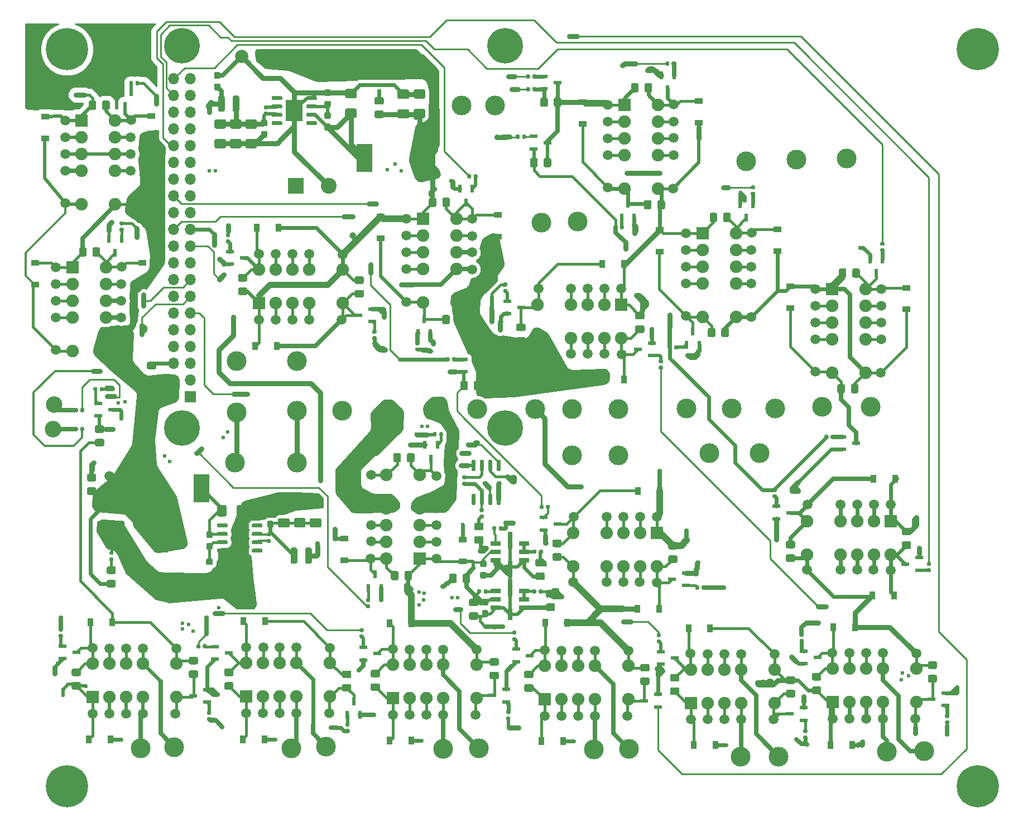
<source format=gbr>
%TF.GenerationSoftware,KiCad,Pcbnew,5.1.6-c6e7f7d~86~ubuntu18.04.1*%
%TF.CreationDate,2020-05-28T18:17:00-07:00*%
%TF.ProjectId,Cal_Station,43616c5f-5374-4617-9469-6f6e2e6b6963,rev?*%
%TF.SameCoordinates,Original*%
%TF.FileFunction,Copper,L1,Top*%
%TF.FilePolarity,Positive*%
%FSLAX46Y46*%
G04 Gerber Fmt 4.6, Leading zero omitted, Abs format (unit mm)*
G04 Created by KiCad (PCBNEW 5.1.6-c6e7f7d~86~ubuntu18.04.1) date 2020-05-28 18:17:00*
%MOMM*%
%LPD*%
G01*
G04 APERTURE LIST*
%TA.AperFunction,ViaPad*%
%ADD10C,0.500000*%
%TD*%
%TA.AperFunction,SMDPad,CuDef*%
%ADD11R,2.514000X3.200000*%
%TD*%
%TA.AperFunction,ComponentPad*%
%ADD12C,1.500000*%
%TD*%
%TA.AperFunction,ComponentPad*%
%ADD13C,1.900000*%
%TD*%
%TA.AperFunction,ComponentPad*%
%ADD14R,1.900000X1.900000*%
%TD*%
%TA.AperFunction,SMDPad,CuDef*%
%ADD15R,1.500000X0.720000*%
%TD*%
%TA.AperFunction,SMDPad,CuDef*%
%ADD16R,0.720000X1.750000*%
%TD*%
%TA.AperFunction,SMDPad,CuDef*%
%ADD17R,0.720000X2.500000*%
%TD*%
%TA.AperFunction,ComponentPad*%
%ADD18C,3.000000*%
%TD*%
%TA.AperFunction,SMDPad,CuDef*%
%ADD19C,2.500000*%
%TD*%
%TA.AperFunction,SMDPad,CuDef*%
%ADD20R,1.300000X0.600000*%
%TD*%
%TA.AperFunction,SMDPad,CuDef*%
%ADD21R,0.600000X1.300000*%
%TD*%
%TA.AperFunction,SMDPad,CuDef*%
%ADD22R,1.200000X0.900000*%
%TD*%
%TA.AperFunction,ComponentPad*%
%ADD23C,0.800000*%
%TD*%
%TA.AperFunction,ComponentPad*%
%ADD24C,6.400000*%
%TD*%
%TA.AperFunction,ComponentPad*%
%ADD25C,5.400000*%
%TD*%
%TA.AperFunction,SMDPad,CuDef*%
%ADD26C,1.000000*%
%TD*%
%TA.AperFunction,SMDPad,CuDef*%
%ADD27C,1.500000*%
%TD*%
%TA.AperFunction,ComponentPad*%
%ADD28O,1.700000X1.700000*%
%TD*%
%TA.AperFunction,ComponentPad*%
%ADD29R,1.700000X1.700000*%
%TD*%
%TA.AperFunction,SMDPad,CuDef*%
%ADD30R,2.400000X4.200000*%
%TD*%
%TA.AperFunction,SMDPad,CuDef*%
%ADD31R,0.900000X1.200000*%
%TD*%
%TA.AperFunction,ComponentPad*%
%ADD32C,2.000000*%
%TD*%
%TA.AperFunction,ComponentPad*%
%ADD33R,2.000000X2.000000*%
%TD*%
%TA.AperFunction,ComponentPad*%
%ADD34C,2.400000*%
%TD*%
%TA.AperFunction,ComponentPad*%
%ADD35R,2.400000X2.400000*%
%TD*%
%TA.AperFunction,ViaPad*%
%ADD36C,0.600000*%
%TD*%
%TA.AperFunction,Conductor*%
%ADD37C,0.450000*%
%TD*%
%TA.AperFunction,Conductor*%
%ADD38C,0.600000*%
%TD*%
%TA.AperFunction,Conductor*%
%ADD39C,1.000000*%
%TD*%
%TA.AperFunction,Conductor*%
%ADD40C,0.500000*%
%TD*%
%TA.AperFunction,Conductor*%
%ADD41C,0.750000*%
%TD*%
%TA.AperFunction,Conductor*%
%ADD42C,0.650000*%
%TD*%
%TA.AperFunction,Conductor*%
%ADD43C,0.950000*%
%TD*%
%TA.AperFunction,Conductor*%
%ADD44C,0.250000*%
%TD*%
%TA.AperFunction,Conductor*%
%ADD45C,0.350000*%
%TD*%
%TA.AperFunction,Conductor*%
%ADD46C,0.550000*%
%TD*%
%TA.AperFunction,Conductor*%
%ADD47C,1.250000*%
%TD*%
%TA.AperFunction,Conductor*%
%ADD48C,0.254000*%
%TD*%
G04 APERTURE END LIST*
D10*
%TO.N,PI_GND*%
%TO.C,U1*%
X70206000Y-105862000D03*
X71606000Y-105862000D03*
X70206000Y-106862000D03*
X71606000Y-106862000D03*
X70206000Y-107862000D03*
X71606000Y-107862000D03*
D11*
%TD*%
%TO.P,U1,9*%
%TO.N,PI_GND*%
X70906000Y-106862000D03*
%TO.P,U1,8*%
%TO.N,PI_GND*%
%TA.AperFunction,SMDPad,CuDef*%
G36*
G01*
X69081000Y-108617000D02*
X69081000Y-108917000D01*
G75*
G02*
X68931000Y-109067000I-150000J0D01*
G01*
X67606000Y-109067000D01*
G75*
G02*
X67456000Y-108917000I0J150000D01*
G01*
X67456000Y-108617000D01*
G75*
G02*
X67606000Y-108467000I150000J0D01*
G01*
X68931000Y-108467000D01*
G75*
G02*
X69081000Y-108617000I0J-150000D01*
G01*
G37*
%TD.AperFunction*%
%TO.P,U1,7*%
%TO.N,Net-(R44-Pad2)*%
%TA.AperFunction,SMDPad,CuDef*%
G36*
G01*
X69081000Y-107347000D02*
X69081000Y-107647000D01*
G75*
G02*
X68931000Y-107797000I-150000J0D01*
G01*
X67606000Y-107797000D01*
G75*
G02*
X67456000Y-107647000I0J150000D01*
G01*
X67456000Y-107347000D01*
G75*
G02*
X67606000Y-107197000I150000J0D01*
G01*
X68931000Y-107197000D01*
G75*
G02*
X69081000Y-107347000I0J-150000D01*
G01*
G37*
%TD.AperFunction*%
%TO.P,U1,6*%
%TO.N,/PI_Power_Supply/PI_PS*%
%TA.AperFunction,SMDPad,CuDef*%
G36*
G01*
X69081000Y-106077000D02*
X69081000Y-106377000D01*
G75*
G02*
X68931000Y-106527000I-150000J0D01*
G01*
X67606000Y-106527000D01*
G75*
G02*
X67456000Y-106377000I0J150000D01*
G01*
X67456000Y-106077000D01*
G75*
G02*
X67606000Y-105927000I150000J0D01*
G01*
X68931000Y-105927000D01*
G75*
G02*
X69081000Y-106077000I0J-150000D01*
G01*
G37*
%TD.AperFunction*%
%TO.P,U1,5*%
%TO.N,Net-(U1-Pad5)*%
%TA.AperFunction,SMDPad,CuDef*%
G36*
G01*
X69081000Y-104807000D02*
X69081000Y-105107000D01*
G75*
G02*
X68931000Y-105257000I-150000J0D01*
G01*
X67606000Y-105257000D01*
G75*
G02*
X67456000Y-105107000I0J150000D01*
G01*
X67456000Y-104807000D01*
G75*
G02*
X67606000Y-104657000I150000J0D01*
G01*
X68931000Y-104657000D01*
G75*
G02*
X69081000Y-104807000I0J-150000D01*
G01*
G37*
%TD.AperFunction*%
%TO.P,U1,4*%
%TO.N,Net-(U1-Pad4)*%
%TA.AperFunction,SMDPad,CuDef*%
G36*
G01*
X74356000Y-104807000D02*
X74356000Y-105107000D01*
G75*
G02*
X74206000Y-105257000I-150000J0D01*
G01*
X72881000Y-105257000D01*
G75*
G02*
X72731000Y-105107000I0J150000D01*
G01*
X72731000Y-104807000D01*
G75*
G02*
X72881000Y-104657000I150000J0D01*
G01*
X74206000Y-104657000D01*
G75*
G02*
X74356000Y-104807000I0J-150000D01*
G01*
G37*
%TD.AperFunction*%
%TO.P,U1,3*%
%TO.N,Net-(C36-Pad1)*%
%TA.AperFunction,SMDPad,CuDef*%
G36*
G01*
X74356000Y-106077000D02*
X74356000Y-106377000D01*
G75*
G02*
X74206000Y-106527000I-150000J0D01*
G01*
X72881000Y-106527000D01*
G75*
G02*
X72731000Y-106377000I0J150000D01*
G01*
X72731000Y-106077000D01*
G75*
G02*
X72881000Y-105927000I150000J0D01*
G01*
X74206000Y-105927000D01*
G75*
G02*
X74356000Y-106077000I0J-150000D01*
G01*
G37*
%TD.AperFunction*%
%TO.P,U1,2*%
%TO.N,Net-(R42-Pad1)*%
%TA.AperFunction,SMDPad,CuDef*%
G36*
G01*
X74356000Y-107347000D02*
X74356000Y-107647000D01*
G75*
G02*
X74206000Y-107797000I-150000J0D01*
G01*
X72881000Y-107797000D01*
G75*
G02*
X72731000Y-107647000I0J150000D01*
G01*
X72731000Y-107347000D01*
G75*
G02*
X72881000Y-107197000I150000J0D01*
G01*
X74206000Y-107197000D01*
G75*
G02*
X74356000Y-107347000I0J-150000D01*
G01*
G37*
%TD.AperFunction*%
%TO.P,U1,1*%
%TO.N,Net-(U1-Pad1)*%
%TA.AperFunction,SMDPad,CuDef*%
G36*
G01*
X74356000Y-108617000D02*
X74356000Y-108917000D01*
G75*
G02*
X74206000Y-109067000I-150000J0D01*
G01*
X72881000Y-109067000D01*
G75*
G02*
X72731000Y-108917000I0J150000D01*
G01*
X72731000Y-108617000D01*
G75*
G02*
X72881000Y-108467000I150000J0D01*
G01*
X74206000Y-108467000D01*
G75*
G02*
X74356000Y-108617000I0J-150000D01*
G01*
G37*
%TD.AperFunction*%
%TD*%
D12*
%TO.P,K17,4*%
%TO.N,Vref_OUT*%
X42980000Y-70820000D03*
%TO.P,K17,9*%
%TO.N,PI_GND*%
X52930000Y-70815000D03*
D13*
X50580000Y-70820000D03*
%TO.P,K17,4*%
%TO.N,Vref_OUT*%
X45500000Y-70820000D03*
%TO.P,K17,8*%
%TO.N,Net-(K17-Pad8)*%
X50580000Y-68280000D03*
%TO.P,K17,7*%
%TO.N,K17_SET*%
X50580000Y-65740000D03*
%TO.P,K17,10*%
%TO.N,/34401_A/GNDA*%
X50580000Y-73360000D03*
%TO.P,K17,6*%
%TO.N,CAL_RESET*%
X45500000Y-78440000D03*
D14*
%TO.P,K17,1*%
%TO.N,PI_+5V*%
X45500000Y-65740000D03*
D13*
%TO.P,K17,12*%
X50580000Y-78440000D03*
%TO.P,K17,3*%
%TO.N,Net-(K17-Pad3)*%
X45500000Y-68280000D03*
%TO.P,K17,5*%
%TO.N,DAC_AUX_BUF*%
X45500000Y-73360000D03*
D12*
%TO.P,K17,12*%
%TO.N,PI_+5V*%
X52880000Y-78440000D03*
%TO.P,K17,10*%
%TO.N,/34401_A/GNDA*%
X52930000Y-73365000D03*
%TO.P,K17,8*%
%TO.N,Net-(K17-Pad8)*%
X52930000Y-68315000D03*
%TO.P,K17,7*%
%TO.N,K17_SET*%
X52980000Y-65715000D03*
%TO.P,K17,1*%
%TO.N,PI_+5V*%
X42980000Y-65740000D03*
%TO.P,K17,3*%
%TO.N,Net-(K17-Pad3)*%
X42980000Y-68280000D03*
%TO.P,K17,5*%
%TO.N,DAC_AUX_BUF*%
X42980000Y-73360000D03*
%TO.P,K17,6*%
%TO.N,CAL_RESET*%
X42980000Y-78290000D03*
%TD*%
%TO.P,K16,4*%
%TO.N,Net-(K16-Pad4)*%
X44410000Y-48550000D03*
%TO.P,K16,9*%
X54360000Y-48545000D03*
D13*
X52010000Y-48550000D03*
%TO.P,K16,4*%
X46930000Y-48550000D03*
%TO.P,K16,8*%
%TO.N,Net-(K16-Pad8)*%
X52010000Y-46010000D03*
%TO.P,K16,7*%
%TO.N,K16_SET*%
X52010000Y-43470000D03*
%TO.P,K16,10*%
%TO.N,/34401_A/GNDA*%
X52010000Y-51090000D03*
%TO.P,K16,6*%
%TO.N,CAL_RESET*%
X46930000Y-56170000D03*
D14*
%TO.P,K16,1*%
%TO.N,PI_+5V*%
X46930000Y-43470000D03*
D13*
%TO.P,K16,12*%
X52010000Y-56170000D03*
%TO.P,K16,3*%
%TO.N,Net-(K16-Pad3)*%
X46930000Y-46010000D03*
%TO.P,K16,5*%
%TO.N,DAC_AUX_BUF*%
X46930000Y-51090000D03*
D12*
%TO.P,K16,12*%
%TO.N,PI_+5V*%
X54310000Y-56170000D03*
%TO.P,K16,10*%
%TO.N,/34401_A/GNDA*%
X54360000Y-51095000D03*
%TO.P,K16,8*%
%TO.N,Net-(K16-Pad8)*%
X54360000Y-46045000D03*
%TO.P,K16,7*%
%TO.N,K16_SET*%
X54410000Y-43445000D03*
%TO.P,K16,1*%
%TO.N,PI_+5V*%
X44410000Y-43470000D03*
%TO.P,K16,3*%
%TO.N,Net-(K16-Pad3)*%
X44410000Y-46010000D03*
%TO.P,K16,5*%
%TO.N,DAC_AUX_BUF*%
X44410000Y-51090000D03*
%TO.P,K16,6*%
%TO.N,CAL_RESET*%
X44410000Y-56020000D03*
%TD*%
%TO.P,K15,4*%
%TO.N,/34401_B/VLoad_div8*%
X138574000Y-65652000D03*
%TO.P,K15,9*%
%TO.N,/34401_B/LOAD_RTN*%
X148524000Y-65647000D03*
D13*
X146174000Y-65652000D03*
%TO.P,K15,4*%
%TO.N,/34401_B/VLoad_div8*%
X141094000Y-65652000D03*
%TO.P,K15,8*%
%TO.N,Net-(K15-Pad8)*%
X146174000Y-63112000D03*
%TO.P,K15,7*%
%TO.N,K15_SET*%
X146174000Y-60572000D03*
%TO.P,K15,10*%
%TO.N,/34401_B/34401B_RTN*%
X146174000Y-68192000D03*
%TO.P,K15,6*%
%TO.N,K15_RESET*%
X141094000Y-73272000D03*
D14*
%TO.P,K15,1*%
%TO.N,+5V*%
X141094000Y-60572000D03*
D13*
%TO.P,K15,12*%
X146174000Y-73272000D03*
%TO.P,K15,3*%
%TO.N,Net-(K15-Pad3)*%
X141094000Y-63112000D03*
%TO.P,K15,5*%
%TO.N,/34401_B/34401B_V+*%
X141094000Y-68192000D03*
D12*
%TO.P,K15,12*%
%TO.N,+5V*%
X148474000Y-73272000D03*
%TO.P,K15,10*%
%TO.N,/34401_B/34401B_RTN*%
X148524000Y-68197000D03*
%TO.P,K15,8*%
%TO.N,Net-(K15-Pad8)*%
X148524000Y-63147000D03*
%TO.P,K15,7*%
%TO.N,K15_SET*%
X148574000Y-60547000D03*
%TO.P,K15,1*%
%TO.N,+5V*%
X138574000Y-60572000D03*
%TO.P,K15,3*%
%TO.N,Net-(K15-Pad3)*%
X138574000Y-63112000D03*
%TO.P,K15,5*%
%TO.N,/34401_B/34401B_V+*%
X138574000Y-68192000D03*
%TO.P,K15,6*%
%TO.N,K15_RESET*%
X138574000Y-73122000D03*
%TD*%
%TO.P,K14,4*%
%TO.N,/34401_B/REF100+*%
X164544000Y-101742000D03*
%TO.P,K14,9*%
%TO.N,/34401_B/REF100_RTN*%
X164549000Y-111692000D03*
D13*
X164544000Y-109342000D03*
%TO.P,K14,4*%
%TO.N,/34401_B/REF100+*%
X164544000Y-104262000D03*
%TO.P,K14,8*%
%TO.N,Net-(K14-Pad8)*%
X167084000Y-109342000D03*
%TO.P,K14,7*%
%TO.N,K14_SET*%
X169624000Y-109342000D03*
%TO.P,K14,10*%
%TO.N,/34401_B/34401B_RTN*%
X162004000Y-109342000D03*
%TO.P,K14,6*%
%TO.N,K14_RESET*%
X156924000Y-104262000D03*
D14*
%TO.P,K14,1*%
%TO.N,+5V*%
X169624000Y-104262000D03*
D13*
%TO.P,K14,12*%
X156924000Y-109342000D03*
%TO.P,K14,3*%
%TO.N,Net-(K14-Pad3)*%
X167084000Y-104262000D03*
%TO.P,K14,5*%
%TO.N,/34401_B/34401B_I+*%
X162004000Y-104262000D03*
D12*
%TO.P,K14,12*%
%TO.N,+5V*%
X156924000Y-111642000D03*
%TO.P,K14,10*%
%TO.N,/34401_B/34401B_RTN*%
X161999000Y-111692000D03*
%TO.P,K14,8*%
%TO.N,Net-(K14-Pad8)*%
X167049000Y-111692000D03*
%TO.P,K14,7*%
%TO.N,K14_SET*%
X169649000Y-111742000D03*
%TO.P,K14,1*%
%TO.N,+5V*%
X169624000Y-101742000D03*
%TO.P,K14,3*%
%TO.N,Net-(K14-Pad3)*%
X167084000Y-101742000D03*
%TO.P,K14,5*%
%TO.N,/34401_B/34401B_I+*%
X162004000Y-101742000D03*
%TO.P,K14,6*%
%TO.N,K14_RESET*%
X157074000Y-101742000D03*
%TD*%
%TO.P,K13,4*%
%TO.N,/34401_B/CoolerV*%
X126740000Y-46170000D03*
%TO.P,K13,9*%
%TO.N,/34401_B/GND*%
X136690000Y-46165000D03*
D13*
X134340000Y-46170000D03*
%TO.P,K13,4*%
%TO.N,/34401_B/CoolerV*%
X129260000Y-46170000D03*
%TO.P,K13,8*%
%TO.N,Net-(K13-Pad8)*%
X134340000Y-43630000D03*
%TO.P,K13,7*%
%TO.N,K13_SET*%
X134340000Y-41090000D03*
%TO.P,K13,10*%
%TO.N,/34401_B/34401B_RTN*%
X134340000Y-48710000D03*
%TO.P,K13,6*%
%TO.N,K13_RESET*%
X129260000Y-53790000D03*
D14*
%TO.P,K13,1*%
%TO.N,+5V*%
X129260000Y-41090000D03*
D13*
%TO.P,K13,12*%
X134340000Y-53790000D03*
%TO.P,K13,3*%
%TO.N,Net-(K13-Pad3)*%
X129260000Y-43630000D03*
%TO.P,K13,5*%
%TO.N,/34401_B/34401B_V+*%
X129260000Y-48710000D03*
D12*
%TO.P,K13,12*%
%TO.N,+5V*%
X136640000Y-53790000D03*
%TO.P,K13,10*%
%TO.N,/34401_B/34401B_RTN*%
X136690000Y-48715000D03*
%TO.P,K13,8*%
%TO.N,Net-(K13-Pad8)*%
X136690000Y-43665000D03*
%TO.P,K13,7*%
%TO.N,K13_SET*%
X136740000Y-41065000D03*
%TO.P,K13,1*%
%TO.N,+5V*%
X126740000Y-41090000D03*
%TO.P,K13,3*%
%TO.N,Net-(K13-Pad3)*%
X126740000Y-43630000D03*
%TO.P,K13,5*%
%TO.N,/34401_B/34401B_V+*%
X126740000Y-48710000D03*
%TO.P,K13,6*%
%TO.N,K13_RESET*%
X126740000Y-53640000D03*
%TD*%
%TO.P,K12,4*%
%TO.N,/34401_B/I_LOAD*%
X158240000Y-74140000D03*
%TO.P,K12,9*%
%TO.N,/34401_B/LOAD_RTN*%
X168190000Y-74135000D03*
D13*
X165840000Y-74140000D03*
%TO.P,K12,4*%
%TO.N,/34401_B/I_LOAD*%
X160760000Y-74140000D03*
%TO.P,K12,8*%
%TO.N,Net-(K12-Pad8)*%
X165840000Y-71600000D03*
%TO.P,K12,7*%
%TO.N,K12_SET*%
X165840000Y-69060000D03*
%TO.P,K12,10*%
%TO.N,/34401_B/34401B_RTN*%
X165840000Y-76680000D03*
%TO.P,K12,6*%
%TO.N,K12_RESET*%
X160760000Y-81760000D03*
D14*
%TO.P,K12,1*%
%TO.N,+5V*%
X160760000Y-69060000D03*
D13*
%TO.P,K12,12*%
X165840000Y-81760000D03*
%TO.P,K12,3*%
%TO.N,Net-(K12-Pad3)*%
X160760000Y-71600000D03*
%TO.P,K12,5*%
%TO.N,/34401_B/34401B_I+*%
X160760000Y-76680000D03*
D12*
%TO.P,K12,12*%
%TO.N,+5V*%
X168140000Y-81760000D03*
%TO.P,K12,10*%
%TO.N,/34401_B/34401B_RTN*%
X168190000Y-76685000D03*
%TO.P,K12,8*%
%TO.N,Net-(K12-Pad8)*%
X168190000Y-71635000D03*
%TO.P,K12,7*%
%TO.N,K12_SET*%
X168240000Y-69035000D03*
%TO.P,K12,1*%
%TO.N,+5V*%
X158240000Y-69060000D03*
%TO.P,K12,3*%
%TO.N,Net-(K12-Pad3)*%
X158240000Y-71600000D03*
%TO.P,K12,5*%
%TO.N,/34401_B/34401B_I+*%
X158240000Y-76680000D03*
%TO.P,K12,6*%
%TO.N,K12_RESET*%
X158240000Y-81610000D03*
%TD*%
%TO.P,K11,4*%
%TO.N,/34401_A/COOLERV_div4*%
X96192000Y-63522000D03*
%TO.P,K11,9*%
%TO.N,/34401_A/GNDA*%
X106142000Y-63517000D03*
D13*
X103792000Y-63522000D03*
%TO.P,K11,4*%
%TO.N,/34401_A/COOLERV_div4*%
X98712000Y-63522000D03*
%TO.P,K11,8*%
%TO.N,Net-(K11-Pad8)*%
X103792000Y-60982000D03*
%TO.P,K11,7*%
%TO.N,K11_SET*%
X103792000Y-58442000D03*
%TO.P,K11,10*%
%TO.N,/34401_A/34401A_RTN*%
X103792000Y-66062000D03*
%TO.P,K11,6*%
%TO.N,K11_RESET*%
X98712000Y-71142000D03*
D14*
%TO.P,K11,1*%
%TO.N,+5V*%
X98712000Y-58442000D03*
D13*
%TO.P,K11,12*%
X103792000Y-71142000D03*
%TO.P,K11,3*%
%TO.N,Net-(K11-Pad3)*%
X98712000Y-60982000D03*
%TO.P,K11,5*%
%TO.N,/34401_A/34401A_V+*%
X98712000Y-66062000D03*
D12*
%TO.P,K11,12*%
%TO.N,+5V*%
X106092000Y-71142000D03*
%TO.P,K11,10*%
%TO.N,/34401_A/34401A_RTN*%
X106142000Y-66067000D03*
%TO.P,K11,8*%
%TO.N,Net-(K11-Pad8)*%
X106142000Y-61017000D03*
%TO.P,K11,7*%
%TO.N,K11_SET*%
X106192000Y-58417000D03*
%TO.P,K11,1*%
%TO.N,+5V*%
X96192000Y-58442000D03*
%TO.P,K11,3*%
%TO.N,Net-(K11-Pad3)*%
X96192000Y-60982000D03*
%TO.P,K11,5*%
%TO.N,/34401_A/34401A_V+*%
X96192000Y-66062000D03*
%TO.P,K11,6*%
%TO.N,K11_RESET*%
X96192000Y-70992000D03*
%TD*%
%TO.P,K10,4*%
%TO.N,DAC_AUX_BUF*%
X123710000Y-68960000D03*
%TO.P,K10,9*%
%TO.N,/34401_A/GNDA*%
X123715000Y-78910000D03*
D13*
X123710000Y-76560000D03*
%TO.P,K10,4*%
%TO.N,DAC_AUX_BUF*%
X123710000Y-71480000D03*
%TO.P,K10,8*%
%TO.N,Net-(K10-Pad8)*%
X126250000Y-76560000D03*
%TO.P,K10,7*%
%TO.N,K10_SET*%
X128790000Y-76560000D03*
%TO.P,K10,10*%
%TO.N,/34401_A/34401A_RTN*%
X121170000Y-76560000D03*
%TO.P,K10,6*%
%TO.N,K10_RESET*%
X116090000Y-71480000D03*
D14*
%TO.P,K10,1*%
%TO.N,+5V*%
X128790000Y-71480000D03*
D13*
%TO.P,K10,12*%
X116090000Y-76560000D03*
%TO.P,K10,3*%
%TO.N,Net-(K10-Pad3)*%
X126250000Y-71480000D03*
%TO.P,K10,5*%
%TO.N,/34401_A/34401A_V+*%
X121170000Y-71480000D03*
D12*
%TO.P,K10,12*%
%TO.N,+5V*%
X116090000Y-78860000D03*
%TO.P,K10,10*%
%TO.N,/34401_A/34401A_RTN*%
X121165000Y-78910000D03*
%TO.P,K10,8*%
%TO.N,Net-(K10-Pad8)*%
X126215000Y-78910000D03*
%TO.P,K10,7*%
%TO.N,K10_SET*%
X128815000Y-78960000D03*
%TO.P,K10,1*%
%TO.N,+5V*%
X128790000Y-68960000D03*
%TO.P,K10,3*%
%TO.N,Net-(K10-Pad3)*%
X126250000Y-68960000D03*
%TO.P,K10,5*%
%TO.N,/34401_A/34401A_V+*%
X121170000Y-68960000D03*
%TO.P,K10,6*%
%TO.N,K10_RESET*%
X116240000Y-68960000D03*
%TD*%
%TO.P,K9,4*%
%TO.N,/34401_A/2V5_filt*%
X129078000Y-103578000D03*
%TO.P,K9,9*%
%TO.N,/34401_A/GNDA*%
X129083000Y-113528000D03*
D13*
X129078000Y-111178000D03*
%TO.P,K9,4*%
%TO.N,/34401_A/2V5_filt*%
X129078000Y-106098000D03*
%TO.P,K9,8*%
%TO.N,Net-(K9-Pad8)*%
X131618000Y-111178000D03*
%TO.P,K9,7*%
%TO.N,K9_SET*%
X134158000Y-111178000D03*
%TO.P,K9,10*%
%TO.N,/34401_A/34401A_RTN*%
X126538000Y-111178000D03*
%TO.P,K9,6*%
%TO.N,K9_RESET*%
X121458000Y-106098000D03*
D14*
%TO.P,K9,1*%
%TO.N,+5V*%
X134158000Y-106098000D03*
D13*
%TO.P,K9,12*%
X121458000Y-111178000D03*
%TO.P,K9,3*%
%TO.N,Net-(K9-Pad3)*%
X131618000Y-106098000D03*
%TO.P,K9,5*%
%TO.N,/34401_A/34401A_V+*%
X126538000Y-106098000D03*
D12*
%TO.P,K9,12*%
%TO.N,+5V*%
X121458000Y-113478000D03*
%TO.P,K9,10*%
%TO.N,/34401_A/34401A_RTN*%
X126533000Y-113528000D03*
%TO.P,K9,8*%
%TO.N,Net-(K9-Pad8)*%
X131583000Y-113528000D03*
%TO.P,K9,7*%
%TO.N,K9_SET*%
X134183000Y-113578000D03*
%TO.P,K9,1*%
%TO.N,+5V*%
X134158000Y-103578000D03*
%TO.P,K9,3*%
%TO.N,Net-(K9-Pad3)*%
X131618000Y-103578000D03*
%TO.P,K9,5*%
%TO.N,/34401_A/34401A_V+*%
X126538000Y-103578000D03*
%TO.P,K9,6*%
%TO.N,K9_RESET*%
X121608000Y-103578000D03*
%TD*%
%TO.P,K8,4*%
%TO.N,/34401_A/LOAD+*%
X78890000Y-73704360D03*
%TO.P,K8,9*%
%TO.N,/34401_A/LOAD_RTN*%
X78885000Y-63754360D03*
D13*
X78890000Y-66104360D03*
%TO.P,K8,4*%
%TO.N,/34401_A/LOAD+*%
X78890000Y-71184360D03*
%TO.P,K8,8*%
%TO.N,Net-(K8-Pad8)*%
X76350000Y-66104360D03*
%TO.P,K8,7*%
%TO.N,K8_SET*%
X73810000Y-66104360D03*
%TO.P,K8,10*%
%TO.N,/34401_A/34401A_RTN*%
X81430000Y-66104360D03*
%TO.P,K8,6*%
%TO.N,K8_RESET*%
X86510000Y-71184360D03*
D14*
%TO.P,K8,1*%
%TO.N,+5V*%
X73810000Y-71184360D03*
D13*
%TO.P,K8,12*%
X86510000Y-66104360D03*
%TO.P,K8,3*%
%TO.N,Net-(K8-Pad3)*%
X76350000Y-71184360D03*
%TO.P,K8,5*%
%TO.N,/34401_A/34401A_V+*%
X81430000Y-71184360D03*
D12*
%TO.P,K8,12*%
%TO.N,+5V*%
X86510000Y-63804360D03*
%TO.P,K8,10*%
%TO.N,/34401_A/34401A_RTN*%
X81435000Y-63754360D03*
%TO.P,K8,8*%
%TO.N,Net-(K8-Pad8)*%
X76385000Y-63754360D03*
%TO.P,K8,7*%
%TO.N,K8_SET*%
X73785000Y-63704360D03*
%TO.P,K8,1*%
%TO.N,+5V*%
X73810000Y-73704360D03*
%TO.P,K8,3*%
%TO.N,Net-(K8-Pad3)*%
X76350000Y-73704360D03*
%TO.P,K8,5*%
%TO.N,/34401_A/34401A_V+*%
X81430000Y-73704360D03*
%TO.P,K8,6*%
%TO.N,K8_RESET*%
X86360000Y-73704360D03*
%TD*%
%TO.P,K7,4*%
%TO.N,/Resistor_Array/RES_RTN*%
X165910000Y-134250000D03*
%TO.P,K7,9*%
%TO.N,/Resistor_Array/RES_IN*%
X165905000Y-124300000D03*
D13*
X165910000Y-126650000D03*
%TO.P,K7,4*%
%TO.N,/Resistor_Array/RES_RTN*%
X165910000Y-131730000D03*
%TO.P,K7,8*%
%TO.N,Net-(K7-Pad8)*%
X163370000Y-126650000D03*
%TO.P,K7,7*%
%TO.N,K7_SET*%
X160830000Y-126650000D03*
%TO.P,K7,10*%
%TO.N,Net-(K7-Pad10)*%
X168450000Y-126650000D03*
%TO.P,K7,6*%
%TO.N,K7_RESET*%
X173530000Y-131730000D03*
D14*
%TO.P,K7,1*%
%TO.N,+5V*%
X160830000Y-131730000D03*
D13*
%TO.P,K7,12*%
X173530000Y-126650000D03*
%TO.P,K7,3*%
%TO.N,Net-(K7-Pad3)*%
X163370000Y-131730000D03*
%TO.P,K7,5*%
%TO.N,Net-(K7-Pad5)*%
X168450000Y-131730000D03*
D12*
%TO.P,K7,12*%
%TO.N,+5V*%
X173530000Y-124350000D03*
%TO.P,K7,10*%
%TO.N,Net-(K7-Pad10)*%
X168455000Y-124300000D03*
%TO.P,K7,8*%
%TO.N,Net-(K7-Pad8)*%
X163405000Y-124300000D03*
%TO.P,K7,7*%
%TO.N,K7_SET*%
X160805000Y-124250000D03*
%TO.P,K7,1*%
%TO.N,+5V*%
X160830000Y-134250000D03*
%TO.P,K7,3*%
%TO.N,Net-(K7-Pad3)*%
X163370000Y-134250000D03*
%TO.P,K7,5*%
%TO.N,Net-(K7-Pad5)*%
X168450000Y-134250000D03*
%TO.P,K7,6*%
%TO.N,K7_RESET*%
X173380000Y-134250000D03*
%TD*%
%TO.P,K6,4*%
%TO.N,/Resistor_Array/RES_RTN*%
X53650000Y-133512000D03*
%TO.P,K6,9*%
%TO.N,/Resistor_Array/RES_IN*%
X53645000Y-123562000D03*
D13*
X53650000Y-125912000D03*
%TO.P,K6,4*%
%TO.N,/Resistor_Array/RES_RTN*%
X53650000Y-130992000D03*
%TO.P,K6,8*%
%TO.N,Net-(K6-Pad8)*%
X51110000Y-125912000D03*
%TO.P,K6,7*%
%TO.N,K6_SET*%
X48570000Y-125912000D03*
%TO.P,K6,10*%
%TO.N,Net-(K6-Pad10)*%
X56190000Y-125912000D03*
%TO.P,K6,6*%
%TO.N,K6_RESET*%
X61270000Y-130992000D03*
D14*
%TO.P,K6,1*%
%TO.N,+5V*%
X48570000Y-130992000D03*
D13*
%TO.P,K6,12*%
X61270000Y-125912000D03*
%TO.P,K6,3*%
%TO.N,Net-(K6-Pad3)*%
X51110000Y-130992000D03*
%TO.P,K6,5*%
%TO.N,Net-(K6-Pad5)*%
X56190000Y-130992000D03*
D12*
%TO.P,K6,12*%
%TO.N,+5V*%
X61270000Y-123612000D03*
%TO.P,K6,10*%
%TO.N,Net-(K6-Pad10)*%
X56195000Y-123562000D03*
%TO.P,K6,8*%
%TO.N,Net-(K6-Pad8)*%
X51145000Y-123562000D03*
%TO.P,K6,7*%
%TO.N,K6_SET*%
X48545000Y-123512000D03*
%TO.P,K6,1*%
%TO.N,+5V*%
X48570000Y-133512000D03*
%TO.P,K6,3*%
%TO.N,Net-(K6-Pad3)*%
X51110000Y-133512000D03*
%TO.P,K6,5*%
%TO.N,Net-(K6-Pad5)*%
X56190000Y-133512000D03*
%TO.P,K6,6*%
%TO.N,K6_RESET*%
X61120000Y-133512000D03*
%TD*%
%TO.P,K5,4*%
%TO.N,/Resistor_Array/RES_RTN*%
X76980000Y-133400000D03*
%TO.P,K5,9*%
%TO.N,/Resistor_Array/RES_IN*%
X76975000Y-123450000D03*
D13*
X76980000Y-125800000D03*
%TO.P,K5,4*%
%TO.N,/Resistor_Array/RES_RTN*%
X76980000Y-130880000D03*
%TO.P,K5,8*%
%TO.N,Net-(K5-Pad8)*%
X74440000Y-125800000D03*
%TO.P,K5,7*%
%TO.N,K5_SET*%
X71900000Y-125800000D03*
%TO.P,K5,10*%
%TO.N,Net-(K5-Pad10)*%
X79520000Y-125800000D03*
%TO.P,K5,6*%
%TO.N,K5_RESET*%
X84600000Y-130880000D03*
D14*
%TO.P,K5,1*%
%TO.N,+5V*%
X71900000Y-130880000D03*
D13*
%TO.P,K5,12*%
X84600000Y-125800000D03*
%TO.P,K5,3*%
%TO.N,Net-(K5-Pad3)*%
X74440000Y-130880000D03*
%TO.P,K5,5*%
%TO.N,Net-(K5-Pad5)*%
X79520000Y-130880000D03*
D12*
%TO.P,K5,12*%
%TO.N,+5V*%
X84600000Y-123500000D03*
%TO.P,K5,10*%
%TO.N,Net-(K5-Pad10)*%
X79525000Y-123450000D03*
%TO.P,K5,8*%
%TO.N,Net-(K5-Pad8)*%
X74475000Y-123450000D03*
%TO.P,K5,7*%
%TO.N,K5_SET*%
X71875000Y-123400000D03*
%TO.P,K5,1*%
%TO.N,+5V*%
X71900000Y-133400000D03*
%TO.P,K5,3*%
%TO.N,Net-(K5-Pad3)*%
X74440000Y-133400000D03*
%TO.P,K5,5*%
%TO.N,Net-(K5-Pad5)*%
X79520000Y-133400000D03*
%TO.P,K5,6*%
%TO.N,K5_RESET*%
X84450000Y-133400000D03*
%TD*%
%TO.P,K4,4*%
%TO.N,/Resistor_Array/RES_RTN*%
X99200000Y-133688000D03*
%TO.P,K4,9*%
%TO.N,/Resistor_Array/RES_IN*%
X99195000Y-123738000D03*
D13*
X99200000Y-126088000D03*
%TO.P,K4,4*%
%TO.N,/Resistor_Array/RES_RTN*%
X99200000Y-131168000D03*
%TO.P,K4,8*%
%TO.N,Net-(K4-Pad8)*%
X96660000Y-126088000D03*
%TO.P,K4,7*%
%TO.N,K4_SET*%
X94120000Y-126088000D03*
%TO.P,K4,10*%
%TO.N,Net-(K4-Pad10)*%
X101740000Y-126088000D03*
%TO.P,K4,6*%
%TO.N,K4_RESET*%
X106820000Y-131168000D03*
D14*
%TO.P,K4,1*%
%TO.N,+5V*%
X94120000Y-131168000D03*
D13*
%TO.P,K4,12*%
X106820000Y-126088000D03*
%TO.P,K4,3*%
%TO.N,Net-(K4-Pad3)*%
X96660000Y-131168000D03*
%TO.P,K4,5*%
%TO.N,Net-(K4-Pad5)*%
X101740000Y-131168000D03*
D12*
%TO.P,K4,12*%
%TO.N,+5V*%
X106820000Y-123788000D03*
%TO.P,K4,10*%
%TO.N,Net-(K4-Pad10)*%
X101745000Y-123738000D03*
%TO.P,K4,8*%
%TO.N,Net-(K4-Pad8)*%
X96695000Y-123738000D03*
%TO.P,K4,7*%
%TO.N,K4_SET*%
X94095000Y-123688000D03*
%TO.P,K4,1*%
%TO.N,+5V*%
X94120000Y-133688000D03*
%TO.P,K4,3*%
%TO.N,Net-(K4-Pad3)*%
X96660000Y-133688000D03*
%TO.P,K4,5*%
%TO.N,Net-(K4-Pad5)*%
X101740000Y-133688000D03*
%TO.P,K4,6*%
%TO.N,K4_RESET*%
X106670000Y-133688000D03*
%TD*%
%TO.P,K3,4*%
%TO.N,/Resistor_Array/RES_RTN*%
X122240000Y-133844000D03*
%TO.P,K3,9*%
%TO.N,/Resistor_Array/RES_IN*%
X122235000Y-123894000D03*
D13*
X122240000Y-126244000D03*
%TO.P,K3,4*%
%TO.N,/Resistor_Array/RES_RTN*%
X122240000Y-131324000D03*
%TO.P,K3,8*%
%TO.N,Net-(K3-Pad8)*%
X119700000Y-126244000D03*
%TO.P,K3,7*%
%TO.N,K3_SET*%
X117160000Y-126244000D03*
%TO.P,K3,10*%
%TO.N,Net-(K3-Pad10)*%
X124780000Y-126244000D03*
%TO.P,K3,6*%
%TO.N,K3_RESET*%
X129860000Y-131324000D03*
D14*
%TO.P,K3,1*%
%TO.N,+5V*%
X117160000Y-131324000D03*
D13*
%TO.P,K3,12*%
X129860000Y-126244000D03*
%TO.P,K3,3*%
%TO.N,Net-(K3-Pad3)*%
X119700000Y-131324000D03*
%TO.P,K3,5*%
%TO.N,Net-(K3-Pad5)*%
X124780000Y-131324000D03*
D12*
%TO.P,K3,12*%
%TO.N,+5V*%
X129860000Y-123944000D03*
%TO.P,K3,10*%
%TO.N,Net-(K3-Pad10)*%
X124785000Y-123894000D03*
%TO.P,K3,8*%
%TO.N,Net-(K3-Pad8)*%
X119735000Y-123894000D03*
%TO.P,K3,7*%
%TO.N,K3_SET*%
X117135000Y-123844000D03*
%TO.P,K3,1*%
%TO.N,+5V*%
X117160000Y-133844000D03*
%TO.P,K3,3*%
%TO.N,Net-(K3-Pad3)*%
X119700000Y-133844000D03*
%TO.P,K3,5*%
%TO.N,Net-(K3-Pad5)*%
X124780000Y-133844000D03*
%TO.P,K3,6*%
%TO.N,K3_RESET*%
X129710000Y-133844000D03*
%TD*%
%TO.P,K2,4*%
%TO.N,/Resistor_Array/RES_RTN*%
X144396000Y-134372000D03*
%TO.P,K2,9*%
%TO.N,/Resistor_Array/RES_IN*%
X144391000Y-124422000D03*
D13*
X144396000Y-126772000D03*
%TO.P,K2,4*%
%TO.N,/Resistor_Array/RES_RTN*%
X144396000Y-131852000D03*
%TO.P,K2,8*%
%TO.N,Net-(K2-Pad8)*%
X141856000Y-126772000D03*
%TO.P,K2,7*%
%TO.N,K2_SET*%
X139316000Y-126772000D03*
%TO.P,K2,10*%
%TO.N,Net-(K2-Pad10)*%
X146936000Y-126772000D03*
%TO.P,K2,6*%
%TO.N,K2_RESET*%
X152016000Y-131852000D03*
D14*
%TO.P,K2,1*%
%TO.N,+5V*%
X139316000Y-131852000D03*
D13*
%TO.P,K2,12*%
X152016000Y-126772000D03*
%TO.P,K2,3*%
%TO.N,Net-(K2-Pad3)*%
X141856000Y-131852000D03*
%TO.P,K2,5*%
%TO.N,Net-(K2-Pad5)*%
X146936000Y-131852000D03*
D12*
%TO.P,K2,12*%
%TO.N,+5V*%
X152016000Y-124472000D03*
%TO.P,K2,10*%
%TO.N,Net-(K2-Pad10)*%
X146941000Y-124422000D03*
%TO.P,K2,8*%
%TO.N,Net-(K2-Pad8)*%
X141891000Y-124422000D03*
%TO.P,K2,7*%
%TO.N,K2_SET*%
X139291000Y-124372000D03*
%TO.P,K2,1*%
%TO.N,+5V*%
X139316000Y-134372000D03*
%TO.P,K2,3*%
%TO.N,Net-(K2-Pad3)*%
X141856000Y-134372000D03*
%TO.P,K2,5*%
%TO.N,Net-(K2-Pad5)*%
X146936000Y-134372000D03*
%TO.P,K2,6*%
%TO.N,K2_RESET*%
X151866000Y-134372000D03*
%TD*%
%TO.P,K1,4*%
%TO.N,/PWR_IN*%
X100752360Y-104864000D03*
%TO.P,K1,9*%
%TO.N,/PWR_RTN*%
X90802360Y-104869000D03*
D13*
X93152360Y-104864000D03*
%TO.P,K1,4*%
%TO.N,/PWR_IN*%
X98232360Y-104864000D03*
%TO.P,K1,8*%
%TO.N,/Resistor_Array/RES_RTN*%
X93152360Y-107404000D03*
%TO.P,K1,7*%
%TO.N,K1_SET*%
X93152360Y-109944000D03*
%TO.P,K1,10*%
%TO.N,Net-(J5-Pad1)*%
X93152360Y-102324000D03*
%TO.P,K1,6*%
%TO.N,K1_RESET*%
X98232360Y-97244000D03*
D14*
%TO.P,K1,1*%
%TO.N,+5V*%
X98232360Y-109944000D03*
D13*
%TO.P,K1,12*%
X93152360Y-97244000D03*
%TO.P,K1,3*%
%TO.N,/Resistor_Array/RES_IN*%
X98232360Y-107404000D03*
%TO.P,K1,5*%
%TO.N,Net-(J7-Pad1)*%
X98232360Y-102324000D03*
D12*
%TO.P,K1,12*%
%TO.N,+5V*%
X90852360Y-97244000D03*
%TO.P,K1,10*%
%TO.N,Net-(J5-Pad1)*%
X90802360Y-102319000D03*
%TO.P,K1,8*%
%TO.N,/Resistor_Array/RES_RTN*%
X90802360Y-107369000D03*
%TO.P,K1,7*%
%TO.N,K1_SET*%
X90752360Y-109969000D03*
%TO.P,K1,1*%
%TO.N,+5V*%
X100752360Y-109944000D03*
%TO.P,K1,3*%
%TO.N,/Resistor_Array/RES_IN*%
X100752360Y-107404000D03*
%TO.P,K1,5*%
%TO.N,Net-(J7-Pad1)*%
X100752360Y-102324000D03*
%TO.P,K1,6*%
%TO.N,K1_RESET*%
X100752360Y-97394000D03*
%TD*%
%TO.P,FB2,2*%
%TO.N,Net-(FB2-Pad2)*%
%TA.AperFunction,SMDPad,CuDef*%
G36*
G01*
X107640001Y-105660000D02*
X106739999Y-105660000D01*
G75*
G02*
X106490000Y-105410001I0J249999D01*
G01*
X106490000Y-104759999D01*
G75*
G02*
X106739999Y-104510000I249999J0D01*
G01*
X107640001Y-104510000D01*
G75*
G02*
X107890000Y-104759999I0J-249999D01*
G01*
X107890000Y-105410001D01*
G75*
G02*
X107640001Y-105660000I-249999J0D01*
G01*
G37*
%TD.AperFunction*%
%TO.P,FB2,1*%
%TO.N,DAC_AUX_BUF*%
%TA.AperFunction,SMDPad,CuDef*%
G36*
G01*
X107640001Y-107710000D02*
X106739999Y-107710000D01*
G75*
G02*
X106490000Y-107460001I0J249999D01*
G01*
X106490000Y-106809999D01*
G75*
G02*
X106739999Y-106560000I249999J0D01*
G01*
X107640001Y-106560000D01*
G75*
G02*
X107890000Y-106809999I0J-249999D01*
G01*
X107890000Y-107460001D01*
G75*
G02*
X107640001Y-107710000I-249999J0D01*
G01*
G37*
%TD.AperFunction*%
%TD*%
D15*
%TO.P,U5,1*%
%TO.N,Net-(R57-Pad2)*%
X109750000Y-107680000D03*
%TO.P,U5,2*%
%TO.N,+5V*%
X109750000Y-108950000D03*
%TO.P,U5,3*%
%TO.N,PI_GND*%
X109750000Y-110220000D03*
D16*
%TO.P,U5,4*%
X111900000Y-111230000D03*
D15*
%TO.P,U5,5*%
X114050000Y-110220000D03*
%TO.P,U5,6*%
%TO.N,Net-(R58-Pad2)*%
X114050000Y-108950000D03*
%TO.P,U5,7*%
X114050000Y-107680000D03*
D17*
%TO.P,U5,8*%
%TO.N,PI_GND*%
X111900000Y-107200000D03*
%TD*%
%TO.P,U4,8*%
%TO.N,PI_GND*%
%TA.AperFunction,SMDPad,CuDef*%
G36*
G01*
X110025000Y-100110000D02*
X110325000Y-100110000D01*
G75*
G02*
X110475000Y-100260000I0J-150000D01*
G01*
X110475000Y-101710000D01*
G75*
G02*
X110325000Y-101860000I-150000J0D01*
G01*
X110025000Y-101860000D01*
G75*
G02*
X109875000Y-101710000I0J150000D01*
G01*
X109875000Y-100260000D01*
G75*
G02*
X110025000Y-100110000I150000J0D01*
G01*
G37*
%TD.AperFunction*%
%TO.P,U4,7*%
%TO.N,+5V*%
%TA.AperFunction,SMDPad,CuDef*%
G36*
G01*
X108755000Y-100110000D02*
X109055000Y-100110000D01*
G75*
G02*
X109205000Y-100260000I0J-150000D01*
G01*
X109205000Y-101710000D01*
G75*
G02*
X109055000Y-101860000I-150000J0D01*
G01*
X108755000Y-101860000D01*
G75*
G02*
X108605000Y-101710000I0J150000D01*
G01*
X108605000Y-100260000D01*
G75*
G02*
X108755000Y-100110000I150000J0D01*
G01*
G37*
%TD.AperFunction*%
%TO.P,U4,6*%
%TO.N,Net-(R52-Pad1)*%
%TA.AperFunction,SMDPad,CuDef*%
G36*
G01*
X107485000Y-100110000D02*
X107785000Y-100110000D01*
G75*
G02*
X107935000Y-100260000I0J-150000D01*
G01*
X107935000Y-101710000D01*
G75*
G02*
X107785000Y-101860000I-150000J0D01*
G01*
X107485000Y-101860000D01*
G75*
G02*
X107335000Y-101710000I0J150000D01*
G01*
X107335000Y-100260000D01*
G75*
G02*
X107485000Y-100110000I150000J0D01*
G01*
G37*
%TD.AperFunction*%
%TO.P,U4,5*%
%TO.N,N/C*%
%TA.AperFunction,SMDPad,CuDef*%
G36*
G01*
X106215000Y-100110000D02*
X106515000Y-100110000D01*
G75*
G02*
X106665000Y-100260000I0J-150000D01*
G01*
X106665000Y-101710000D01*
G75*
G02*
X106515000Y-101860000I-150000J0D01*
G01*
X106215000Y-101860000D01*
G75*
G02*
X106065000Y-101710000I0J150000D01*
G01*
X106065000Y-100260000D01*
G75*
G02*
X106215000Y-100110000I150000J0D01*
G01*
G37*
%TD.AperFunction*%
%TO.P,U4,4*%
%TO.N,PI_GND*%
%TA.AperFunction,SMDPad,CuDef*%
G36*
G01*
X106215000Y-94960000D02*
X106515000Y-94960000D01*
G75*
G02*
X106665000Y-95110000I0J-150000D01*
G01*
X106665000Y-96560000D01*
G75*
G02*
X106515000Y-96710000I-150000J0D01*
G01*
X106215000Y-96710000D01*
G75*
G02*
X106065000Y-96560000I0J150000D01*
G01*
X106065000Y-95110000D01*
G75*
G02*
X106215000Y-94960000I150000J0D01*
G01*
G37*
%TD.AperFunction*%
%TO.P,U4,3*%
%TO.N,Net-(R52-Pad2)*%
%TA.AperFunction,SMDPad,CuDef*%
G36*
G01*
X107485000Y-94960000D02*
X107785000Y-94960000D01*
G75*
G02*
X107935000Y-95110000I0J-150000D01*
G01*
X107935000Y-96560000D01*
G75*
G02*
X107785000Y-96710000I-150000J0D01*
G01*
X107485000Y-96710000D01*
G75*
G02*
X107335000Y-96560000I0J150000D01*
G01*
X107335000Y-95110000D01*
G75*
G02*
X107485000Y-94960000I150000J0D01*
G01*
G37*
%TD.AperFunction*%
%TO.P,U4,2*%
%TO.N,DAC_AUX*%
%TA.AperFunction,SMDPad,CuDef*%
G36*
G01*
X108755000Y-94960000D02*
X109055000Y-94960000D01*
G75*
G02*
X109205000Y-95110000I0J-150000D01*
G01*
X109205000Y-96560000D01*
G75*
G02*
X109055000Y-96710000I-150000J0D01*
G01*
X108755000Y-96710000D01*
G75*
G02*
X108605000Y-96560000I0J150000D01*
G01*
X108605000Y-95110000D01*
G75*
G02*
X108755000Y-94960000I150000J0D01*
G01*
G37*
%TD.AperFunction*%
%TO.P,U4,1*%
%TO.N,LTC2057_SHDN*%
%TA.AperFunction,SMDPad,CuDef*%
G36*
G01*
X110025000Y-94960000D02*
X110325000Y-94960000D01*
G75*
G02*
X110475000Y-95110000I0J-150000D01*
G01*
X110475000Y-96560000D01*
G75*
G02*
X110325000Y-96710000I-150000J0D01*
G01*
X110025000Y-96710000D01*
G75*
G02*
X109875000Y-96560000I0J150000D01*
G01*
X109875000Y-95110000D01*
G75*
G02*
X110025000Y-94960000I150000J0D01*
G01*
G37*
%TD.AperFunction*%
%TD*%
D15*
%TO.P,U3,1*%
%TO.N,Net-(R40-Pad2)*%
X109730000Y-114910000D03*
%TO.P,U3,2*%
%TO.N,+5V*%
X109730000Y-116180000D03*
%TO.P,U3,3*%
%TO.N,PI_GND*%
X109730000Y-117450000D03*
D16*
%TO.P,U3,4*%
X111880000Y-118460000D03*
D15*
%TO.P,U3,5*%
X114030000Y-117450000D03*
%TO.P,U3,6*%
%TO.N,Net-(R51-Pad2)*%
X114030000Y-116180000D03*
%TO.P,U3,7*%
X114030000Y-114910000D03*
D17*
%TO.P,U3,8*%
%TO.N,PI_GND*%
X111880000Y-114430000D03*
%TD*%
D18*
%TO.P,TP18,1*%
%TO.N,+6V*%
X109610000Y-41240000D03*
%TD*%
%TO.P,TP17,1*%
%TO.N,PI_GND*%
X104560000Y-41240000D03*
%TD*%
D19*
%TO.P,TP16,1*%
%TO.N,Net-(R54-Pad1)*%
X42570000Y-90340000D03*
%TD*%
%TO.P,TP15,1*%
%TO.N,Net-(R53-Pad1)*%
X42720000Y-86610000D03*
%TD*%
%TO.P,R58,2*%
%TO.N,Net-(R58-Pad2)*%
%TA.AperFunction,SMDPad,CuDef*%
G36*
G01*
X115920000Y-108717500D02*
X115920000Y-109062500D01*
G75*
G02*
X115772500Y-109210000I-147500J0D01*
G01*
X115477500Y-109210000D01*
G75*
G02*
X115330000Y-109062500I0J147500D01*
G01*
X115330000Y-108717500D01*
G75*
G02*
X115477500Y-108570000I147500J0D01*
G01*
X115772500Y-108570000D01*
G75*
G02*
X115920000Y-108717500I0J-147500D01*
G01*
G37*
%TD.AperFunction*%
%TO.P,R58,1*%
%TO.N,Vref_OUT*%
%TA.AperFunction,SMDPad,CuDef*%
G36*
G01*
X116890000Y-108717500D02*
X116890000Y-109062500D01*
G75*
G02*
X116742500Y-109210000I-147500J0D01*
G01*
X116447500Y-109210000D01*
G75*
G02*
X116300000Y-109062500I0J147500D01*
G01*
X116300000Y-108717500D01*
G75*
G02*
X116447500Y-108570000I147500J0D01*
G01*
X116742500Y-108570000D01*
G75*
G02*
X116890000Y-108717500I0J-147500D01*
G01*
G37*
%TD.AperFunction*%
%TD*%
%TO.P,R57,2*%
%TO.N,Net-(R57-Pad2)*%
%TA.AperFunction,SMDPad,CuDef*%
G36*
G01*
X109810000Y-105197500D02*
X109810000Y-105542500D01*
G75*
G02*
X109662500Y-105690000I-147500J0D01*
G01*
X109367500Y-105690000D01*
G75*
G02*
X109220000Y-105542500I0J147500D01*
G01*
X109220000Y-105197500D01*
G75*
G02*
X109367500Y-105050000I147500J0D01*
G01*
X109662500Y-105050000D01*
G75*
G02*
X109810000Y-105197500I0J-147500D01*
G01*
G37*
%TD.AperFunction*%
%TO.P,R57,1*%
%TO.N,+5V*%
%TA.AperFunction,SMDPad,CuDef*%
G36*
G01*
X110780000Y-105197500D02*
X110780000Y-105542500D01*
G75*
G02*
X110632500Y-105690000I-147500J0D01*
G01*
X110337500Y-105690000D01*
G75*
G02*
X110190000Y-105542500I0J147500D01*
G01*
X110190000Y-105197500D01*
G75*
G02*
X110337500Y-105050000I147500J0D01*
G01*
X110632500Y-105050000D01*
G75*
G02*
X110780000Y-105197500I0J-147500D01*
G01*
G37*
%TD.AperFunction*%
%TD*%
%TO.P,R56,2*%
%TO.N,Net-(R52-Pad1)*%
%TA.AperFunction,SMDPad,CuDef*%
G36*
G01*
X107772500Y-102900000D02*
X107427500Y-102900000D01*
G75*
G02*
X107280000Y-102752500I0J147500D01*
G01*
X107280000Y-102457500D01*
G75*
G02*
X107427500Y-102310000I147500J0D01*
G01*
X107772500Y-102310000D01*
G75*
G02*
X107920000Y-102457500I0J-147500D01*
G01*
X107920000Y-102752500D01*
G75*
G02*
X107772500Y-102900000I-147500J0D01*
G01*
G37*
%TD.AperFunction*%
%TO.P,R56,1*%
%TO.N,Net-(FB2-Pad2)*%
%TA.AperFunction,SMDPad,CuDef*%
G36*
G01*
X107772500Y-103870000D02*
X107427500Y-103870000D01*
G75*
G02*
X107280000Y-103722500I0J147500D01*
G01*
X107280000Y-103427500D01*
G75*
G02*
X107427500Y-103280000I147500J0D01*
G01*
X107772500Y-103280000D01*
G75*
G02*
X107920000Y-103427500I0J-147500D01*
G01*
X107920000Y-103722500D01*
G75*
G02*
X107772500Y-103870000I-147500J0D01*
G01*
G37*
%TD.AperFunction*%
%TD*%
%TO.P,R55,2*%
%TO.N,CAL_RESET_SIGNL*%
%TA.AperFunction,SMDPad,CuDef*%
G36*
G01*
X49680000Y-84422500D02*
X49680000Y-84077500D01*
G75*
G02*
X49827500Y-83930000I147500J0D01*
G01*
X50122500Y-83930000D01*
G75*
G02*
X50270000Y-84077500I0J-147500D01*
G01*
X50270000Y-84422500D01*
G75*
G02*
X50122500Y-84570000I-147500J0D01*
G01*
X49827500Y-84570000D01*
G75*
G02*
X49680000Y-84422500I0J147500D01*
G01*
G37*
%TD.AperFunction*%
%TO.P,R55,1*%
%TO.N,Net-(Q36-Pad1)*%
%TA.AperFunction,SMDPad,CuDef*%
G36*
G01*
X48710000Y-84422500D02*
X48710000Y-84077500D01*
G75*
G02*
X48857500Y-83930000I147500J0D01*
G01*
X49152500Y-83930000D01*
G75*
G02*
X49300000Y-84077500I0J-147500D01*
G01*
X49300000Y-84422500D01*
G75*
G02*
X49152500Y-84570000I-147500J0D01*
G01*
X48857500Y-84570000D01*
G75*
G02*
X48710000Y-84422500I0J147500D01*
G01*
G37*
%TD.AperFunction*%
%TD*%
%TO.P,R54,2*%
%TO.N,TX*%
%TA.AperFunction,SMDPad,CuDef*%
G36*
G01*
X46700000Y-90512500D02*
X46700000Y-90167500D01*
G75*
G02*
X46847500Y-90020000I147500J0D01*
G01*
X47142500Y-90020000D01*
G75*
G02*
X47290000Y-90167500I0J-147500D01*
G01*
X47290000Y-90512500D01*
G75*
G02*
X47142500Y-90660000I-147500J0D01*
G01*
X46847500Y-90660000D01*
G75*
G02*
X46700000Y-90512500I0J147500D01*
G01*
G37*
%TD.AperFunction*%
%TO.P,R54,1*%
%TO.N,Net-(R54-Pad1)*%
%TA.AperFunction,SMDPad,CuDef*%
G36*
G01*
X45730000Y-90512500D02*
X45730000Y-90167500D01*
G75*
G02*
X45877500Y-90020000I147500J0D01*
G01*
X46172500Y-90020000D01*
G75*
G02*
X46320000Y-90167500I0J-147500D01*
G01*
X46320000Y-90512500D01*
G75*
G02*
X46172500Y-90660000I-147500J0D01*
G01*
X45877500Y-90660000D01*
G75*
G02*
X45730000Y-90512500I0J147500D01*
G01*
G37*
%TD.AperFunction*%
%TD*%
%TO.P,R53,2*%
%TO.N,RX*%
%TA.AperFunction,SMDPad,CuDef*%
G36*
G01*
X46700000Y-87592500D02*
X46700000Y-87247500D01*
G75*
G02*
X46847500Y-87100000I147500J0D01*
G01*
X47142500Y-87100000D01*
G75*
G02*
X47290000Y-87247500I0J-147500D01*
G01*
X47290000Y-87592500D01*
G75*
G02*
X47142500Y-87740000I-147500J0D01*
G01*
X46847500Y-87740000D01*
G75*
G02*
X46700000Y-87592500I0J147500D01*
G01*
G37*
%TD.AperFunction*%
%TO.P,R53,1*%
%TO.N,Net-(R53-Pad1)*%
%TA.AperFunction,SMDPad,CuDef*%
G36*
G01*
X45730000Y-87592500D02*
X45730000Y-87247500D01*
G75*
G02*
X45877500Y-87100000I147500J0D01*
G01*
X46172500Y-87100000D01*
G75*
G02*
X46320000Y-87247500I0J-147500D01*
G01*
X46320000Y-87592500D01*
G75*
G02*
X46172500Y-87740000I-147500J0D01*
G01*
X45877500Y-87740000D01*
G75*
G02*
X45730000Y-87592500I0J147500D01*
G01*
G37*
%TD.AperFunction*%
%TD*%
%TO.P,R52,2*%
%TO.N,Net-(R52-Pad2)*%
%TA.AperFunction,SMDPad,CuDef*%
G36*
G01*
X105152500Y-97920000D02*
X104807500Y-97920000D01*
G75*
G02*
X104660000Y-97772500I0J147500D01*
G01*
X104660000Y-97477500D01*
G75*
G02*
X104807500Y-97330000I147500J0D01*
G01*
X105152500Y-97330000D01*
G75*
G02*
X105300000Y-97477500I0J-147500D01*
G01*
X105300000Y-97772500D01*
G75*
G02*
X105152500Y-97920000I-147500J0D01*
G01*
G37*
%TD.AperFunction*%
%TO.P,R52,1*%
%TO.N,Net-(R52-Pad1)*%
%TA.AperFunction,SMDPad,CuDef*%
G36*
G01*
X105152500Y-98890000D02*
X104807500Y-98890000D01*
G75*
G02*
X104660000Y-98742500I0J147500D01*
G01*
X104660000Y-98447500D01*
G75*
G02*
X104807500Y-98300000I147500J0D01*
G01*
X105152500Y-98300000D01*
G75*
G02*
X105300000Y-98447500I0J-147500D01*
G01*
X105300000Y-98742500D01*
G75*
G02*
X105152500Y-98890000I-147500J0D01*
G01*
G37*
%TD.AperFunction*%
%TD*%
%TO.P,R51,2*%
%TO.N,Net-(R51-Pad2)*%
%TA.AperFunction,SMDPad,CuDef*%
G36*
G01*
X115880000Y-114787500D02*
X115880000Y-115132500D01*
G75*
G02*
X115732500Y-115280000I-147500J0D01*
G01*
X115437500Y-115280000D01*
G75*
G02*
X115290000Y-115132500I0J147500D01*
G01*
X115290000Y-114787500D01*
G75*
G02*
X115437500Y-114640000I147500J0D01*
G01*
X115732500Y-114640000D01*
G75*
G02*
X115880000Y-114787500I0J-147500D01*
G01*
G37*
%TD.AperFunction*%
%TO.P,R51,1*%
%TO.N,Vref_OUT*%
%TA.AperFunction,SMDPad,CuDef*%
G36*
G01*
X116850000Y-114787500D02*
X116850000Y-115132500D01*
G75*
G02*
X116702500Y-115280000I-147500J0D01*
G01*
X116407500Y-115280000D01*
G75*
G02*
X116260000Y-115132500I0J147500D01*
G01*
X116260000Y-114787500D01*
G75*
G02*
X116407500Y-114640000I147500J0D01*
G01*
X116702500Y-114640000D01*
G75*
G02*
X116850000Y-114787500I0J-147500D01*
G01*
G37*
%TD.AperFunction*%
%TD*%
%TO.P,R50,2*%
%TO.N,K16_SET_SIGNL*%
%TA.AperFunction,SMDPad,CuDef*%
G36*
G01*
X55100000Y-38002500D02*
X55100000Y-37657500D01*
G75*
G02*
X55247500Y-37510000I147500J0D01*
G01*
X55542500Y-37510000D01*
G75*
G02*
X55690000Y-37657500I0J-147500D01*
G01*
X55690000Y-38002500D01*
G75*
G02*
X55542500Y-38150000I-147500J0D01*
G01*
X55247500Y-38150000D01*
G75*
G02*
X55100000Y-38002500I0J147500D01*
G01*
G37*
%TD.AperFunction*%
%TO.P,R50,1*%
%TO.N,Net-(Q35-Pad1)*%
%TA.AperFunction,SMDPad,CuDef*%
G36*
G01*
X54130000Y-38002500D02*
X54130000Y-37657500D01*
G75*
G02*
X54277500Y-37510000I147500J0D01*
G01*
X54572500Y-37510000D01*
G75*
G02*
X54720000Y-37657500I0J-147500D01*
G01*
X54720000Y-38002500D01*
G75*
G02*
X54572500Y-38150000I-147500J0D01*
G01*
X54277500Y-38150000D01*
G75*
G02*
X54130000Y-38002500I0J147500D01*
G01*
G37*
%TD.AperFunction*%
%TD*%
%TO.P,R41,2*%
%TO.N,K17_SET_SIGNL*%
%TA.AperFunction,SMDPad,CuDef*%
G36*
G01*
X53142500Y-59390000D02*
X52797500Y-59390000D01*
G75*
G02*
X52650000Y-59242500I0J147500D01*
G01*
X52650000Y-58947500D01*
G75*
G02*
X52797500Y-58800000I147500J0D01*
G01*
X53142500Y-58800000D01*
G75*
G02*
X53290000Y-58947500I0J-147500D01*
G01*
X53290000Y-59242500D01*
G75*
G02*
X53142500Y-59390000I-147500J0D01*
G01*
G37*
%TD.AperFunction*%
%TO.P,R41,1*%
%TO.N,Net-(Q34-Pad1)*%
%TA.AperFunction,SMDPad,CuDef*%
G36*
G01*
X53142500Y-60360000D02*
X52797500Y-60360000D01*
G75*
G02*
X52650000Y-60212500I0J147500D01*
G01*
X52650000Y-59917500D01*
G75*
G02*
X52797500Y-59770000I147500J0D01*
G01*
X53142500Y-59770000D01*
G75*
G02*
X53290000Y-59917500I0J-147500D01*
G01*
X53290000Y-60212500D01*
G75*
G02*
X53142500Y-60360000I-147500J0D01*
G01*
G37*
%TD.AperFunction*%
%TD*%
%TO.P,R40,2*%
%TO.N,Net-(R40-Pad2)*%
%TA.AperFunction,SMDPad,CuDef*%
G36*
G01*
X107900000Y-115112500D02*
X107900000Y-114767500D01*
G75*
G02*
X108047500Y-114620000I147500J0D01*
G01*
X108342500Y-114620000D01*
G75*
G02*
X108490000Y-114767500I0J-147500D01*
G01*
X108490000Y-115112500D01*
G75*
G02*
X108342500Y-115260000I-147500J0D01*
G01*
X108047500Y-115260000D01*
G75*
G02*
X107900000Y-115112500I0J147500D01*
G01*
G37*
%TD.AperFunction*%
%TO.P,R40,1*%
%TO.N,+5V*%
%TA.AperFunction,SMDPad,CuDef*%
G36*
G01*
X106930000Y-115112500D02*
X106930000Y-114767500D01*
G75*
G02*
X107077500Y-114620000I147500J0D01*
G01*
X107372500Y-114620000D01*
G75*
G02*
X107520000Y-114767500I0J-147500D01*
G01*
X107520000Y-115112500D01*
G75*
G02*
X107372500Y-115260000I-147500J0D01*
G01*
X107077500Y-115260000D01*
G75*
G02*
X106930000Y-115112500I0J147500D01*
G01*
G37*
%TD.AperFunction*%
%TD*%
D20*
%TO.P,Q36,1*%
%TO.N,Net-(Q36-Pad1)*%
X49410000Y-86430000D03*
%TO.P,Q36,2*%
%TO.N,PI_GND*%
X49410000Y-88330000D03*
%TO.P,Q36,3*%
%TO.N,CAL_RESET*%
X51510000Y-87380000D03*
%TD*%
D21*
%TO.P,Q35,1*%
%TO.N,Net-(Q35-Pad1)*%
X54420000Y-39190000D03*
%TO.P,Q35,2*%
%TO.N,PI_GND*%
X52520000Y-39190000D03*
%TO.P,Q35,3*%
%TO.N,K16_SET*%
X53470000Y-41290000D03*
%TD*%
%TO.P,Q34,1*%
%TO.N,Net-(Q34-Pad1)*%
X52960000Y-61480000D03*
%TO.P,Q34,2*%
%TO.N,PI_GND*%
X51060000Y-61480000D03*
%TO.P,Q34,3*%
%TO.N,K17_SET*%
X52010000Y-63580000D03*
%TD*%
D22*
%TO.P,D36,2*%
%TO.N,CAL_RESET*%
X41380000Y-46240000D03*
%TO.P,D36,1*%
%TO.N,PI_+5V*%
X41380000Y-42940000D03*
%TD*%
%TO.P,D35,2*%
%TO.N,K17_SET*%
X56100000Y-65050000D03*
%TO.P,D35,1*%
%TO.N,PI_+5V*%
X56100000Y-68350000D03*
%TD*%
%TO.P,D34,2*%
%TO.N,CAL_RESET*%
X39850000Y-68420000D03*
%TO.P,D34,1*%
%TO.N,PI_+5V*%
X39850000Y-65120000D03*
%TD*%
%TO.P,D33,2*%
%TO.N,K16_SET*%
X57450000Y-42830000D03*
%TO.P,D33,1*%
%TO.N,PI_+5V*%
X57450000Y-46130000D03*
%TD*%
%TO.P,C66,2*%
%TO.N,PI_GND*%
%TA.AperFunction,SMDPad,CuDef*%
G36*
G01*
X117579999Y-116770000D02*
X118480001Y-116770000D01*
G75*
G02*
X118730000Y-117019999I0J-249999D01*
G01*
X118730000Y-117670001D01*
G75*
G02*
X118480001Y-117920000I-249999J0D01*
G01*
X117579999Y-117920000D01*
G75*
G02*
X117330000Y-117670001I0J249999D01*
G01*
X117330000Y-117019999D01*
G75*
G02*
X117579999Y-116770000I249999J0D01*
G01*
G37*
%TD.AperFunction*%
%TO.P,C66,1*%
%TO.N,Vref_OUT*%
%TA.AperFunction,SMDPad,CuDef*%
G36*
G01*
X117579999Y-114720000D02*
X118480001Y-114720000D01*
G75*
G02*
X118730000Y-114969999I0J-249999D01*
G01*
X118730000Y-115620001D01*
G75*
G02*
X118480001Y-115870000I-249999J0D01*
G01*
X117579999Y-115870000D01*
G75*
G02*
X117330000Y-115620001I0J249999D01*
G01*
X117330000Y-114969999D01*
G75*
G02*
X117579999Y-114720000I249999J0D01*
G01*
G37*
%TD.AperFunction*%
%TD*%
%TO.P,C64,2*%
%TO.N,PI_GND*%
%TA.AperFunction,SMDPad,CuDef*%
G36*
G01*
X107612500Y-111970000D02*
X108087500Y-111970000D01*
G75*
G02*
X108325000Y-112207500I0J-237500D01*
G01*
X108325000Y-112782500D01*
G75*
G02*
X108087500Y-113020000I-237500J0D01*
G01*
X107612500Y-113020000D01*
G75*
G02*
X107375000Y-112782500I0J237500D01*
G01*
X107375000Y-112207500D01*
G75*
G02*
X107612500Y-111970000I237500J0D01*
G01*
G37*
%TD.AperFunction*%
%TO.P,C64,1*%
%TO.N,+5V*%
%TA.AperFunction,SMDPad,CuDef*%
G36*
G01*
X107612500Y-110220000D02*
X108087500Y-110220000D01*
G75*
G02*
X108325000Y-110457500I0J-237500D01*
G01*
X108325000Y-111032500D01*
G75*
G02*
X108087500Y-111270000I-237500J0D01*
G01*
X107612500Y-111270000D01*
G75*
G02*
X107375000Y-111032500I0J237500D01*
G01*
X107375000Y-110457500D01*
G75*
G02*
X107612500Y-110220000I237500J0D01*
G01*
G37*
%TD.AperFunction*%
%TD*%
%TO.P,C63,2*%
%TO.N,PI_GND*%
%TA.AperFunction,SMDPad,CuDef*%
G36*
G01*
X105939999Y-118100000D02*
X106840001Y-118100000D01*
G75*
G02*
X107090000Y-118349999I0J-249999D01*
G01*
X107090000Y-119000001D01*
G75*
G02*
X106840001Y-119250000I-249999J0D01*
G01*
X105939999Y-119250000D01*
G75*
G02*
X105690000Y-119000001I0J249999D01*
G01*
X105690000Y-118349999D01*
G75*
G02*
X105939999Y-118100000I249999J0D01*
G01*
G37*
%TD.AperFunction*%
%TO.P,C63,1*%
%TO.N,+5V*%
%TA.AperFunction,SMDPad,CuDef*%
G36*
G01*
X105939999Y-116050000D02*
X106840001Y-116050000D01*
G75*
G02*
X107090000Y-116299999I0J-249999D01*
G01*
X107090000Y-116950001D01*
G75*
G02*
X106840001Y-117200000I-249999J0D01*
G01*
X105939999Y-117200000D01*
G75*
G02*
X105690000Y-116950001I0J249999D01*
G01*
X105690000Y-116299999D01*
G75*
G02*
X105939999Y-116050000I249999J0D01*
G01*
G37*
%TD.AperFunction*%
%TD*%
%TO.P,C61,2*%
%TO.N,CAL_RESET*%
%TA.AperFunction,SMDPad,CuDef*%
G36*
G01*
X48870001Y-98250000D02*
X47969999Y-98250000D01*
G75*
G02*
X47720000Y-98000001I0J249999D01*
G01*
X47720000Y-97349999D01*
G75*
G02*
X47969999Y-97100000I249999J0D01*
G01*
X48870001Y-97100000D01*
G75*
G02*
X49120000Y-97349999I0J-249999D01*
G01*
X49120000Y-98000001D01*
G75*
G02*
X48870001Y-98250000I-249999J0D01*
G01*
G37*
%TD.AperFunction*%
%TO.P,C61,1*%
%TO.N,PI_+5V*%
%TA.AperFunction,SMDPad,CuDef*%
G36*
G01*
X48870001Y-100300000D02*
X47969999Y-100300000D01*
G75*
G02*
X47720000Y-100050001I0J249999D01*
G01*
X47720000Y-99399999D01*
G75*
G02*
X47969999Y-99150000I249999J0D01*
G01*
X48870001Y-99150000D01*
G75*
G02*
X49120000Y-99399999I0J-249999D01*
G01*
X49120000Y-100050001D01*
G75*
G02*
X48870001Y-100300000I-249999J0D01*
G01*
G37*
%TD.AperFunction*%
%TD*%
%TO.P,C60,2*%
%TO.N,PI_GND*%
%TA.AperFunction,SMDPad,CuDef*%
G36*
G01*
X50070001Y-90890000D02*
X49169999Y-90890000D01*
G75*
G02*
X48920000Y-90640001I0J249999D01*
G01*
X48920000Y-89989999D01*
G75*
G02*
X49169999Y-89740000I249999J0D01*
G01*
X50070001Y-89740000D01*
G75*
G02*
X50320000Y-89989999I0J-249999D01*
G01*
X50320000Y-90640001D01*
G75*
G02*
X50070001Y-90890000I-249999J0D01*
G01*
G37*
%TD.AperFunction*%
%TO.P,C60,1*%
%TO.N,+5V*%
%TA.AperFunction,SMDPad,CuDef*%
G36*
G01*
X50070001Y-92940000D02*
X49169999Y-92940000D01*
G75*
G02*
X48920000Y-92690001I0J249999D01*
G01*
X48920000Y-92039999D01*
G75*
G02*
X49169999Y-91790000I249999J0D01*
G01*
X50070001Y-91790000D01*
G75*
G02*
X50320000Y-92039999I0J-249999D01*
G01*
X50320000Y-92690001D01*
G75*
G02*
X50070001Y-92940000I-249999J0D01*
G01*
G37*
%TD.AperFunction*%
%TD*%
%TO.P,C59,2*%
%TO.N,PI_GND*%
%TA.AperFunction,SMDPad,CuDef*%
G36*
G01*
X116009999Y-112070000D02*
X116910001Y-112070000D01*
G75*
G02*
X117160000Y-112319999I0J-249999D01*
G01*
X117160000Y-112970001D01*
G75*
G02*
X116910001Y-113220000I-249999J0D01*
G01*
X116009999Y-113220000D01*
G75*
G02*
X115760000Y-112970001I0J249999D01*
G01*
X115760000Y-112319999D01*
G75*
G02*
X116009999Y-112070000I249999J0D01*
G01*
G37*
%TD.AperFunction*%
%TO.P,C59,1*%
%TO.N,Vref_OUT*%
%TA.AperFunction,SMDPad,CuDef*%
G36*
G01*
X116009999Y-110020000D02*
X116910001Y-110020000D01*
G75*
G02*
X117160000Y-110269999I0J-249999D01*
G01*
X117160000Y-110920001D01*
G75*
G02*
X116910001Y-111170000I-249999J0D01*
G01*
X116009999Y-111170000D01*
G75*
G02*
X115760000Y-110920001I0J249999D01*
G01*
X115760000Y-110269999D01*
G75*
G02*
X116009999Y-110020000I249999J0D01*
G01*
G37*
%TD.AperFunction*%
%TD*%
%TO.P,C57,2*%
%TO.N,K16_SET*%
%TA.AperFunction,SMDPad,CuDef*%
G36*
G01*
X50020000Y-41620001D02*
X50020000Y-40719999D01*
G75*
G02*
X50269999Y-40470000I249999J0D01*
G01*
X50920001Y-40470000D01*
G75*
G02*
X51170000Y-40719999I0J-249999D01*
G01*
X51170000Y-41620001D01*
G75*
G02*
X50920001Y-41870000I-249999J0D01*
G01*
X50269999Y-41870000D01*
G75*
G02*
X50020000Y-41620001I0J249999D01*
G01*
G37*
%TD.AperFunction*%
%TO.P,C57,1*%
%TO.N,PI_+5V*%
%TA.AperFunction,SMDPad,CuDef*%
G36*
G01*
X47970000Y-41620001D02*
X47970000Y-40719999D01*
G75*
G02*
X48219999Y-40470000I249999J0D01*
G01*
X48870001Y-40470000D01*
G75*
G02*
X49120000Y-40719999I0J-249999D01*
G01*
X49120000Y-41620001D01*
G75*
G02*
X48870001Y-41870000I-249999J0D01*
G01*
X48219999Y-41870000D01*
G75*
G02*
X47970000Y-41620001I0J249999D01*
G01*
G37*
%TD.AperFunction*%
%TD*%
%TO.P,C56,2*%
%TO.N,K17_SET*%
%TA.AperFunction,SMDPad,CuDef*%
G36*
G01*
X48560000Y-63890001D02*
X48560000Y-62989999D01*
G75*
G02*
X48809999Y-62740000I249999J0D01*
G01*
X49460001Y-62740000D01*
G75*
G02*
X49710000Y-62989999I0J-249999D01*
G01*
X49710000Y-63890001D01*
G75*
G02*
X49460001Y-64140000I-249999J0D01*
G01*
X48809999Y-64140000D01*
G75*
G02*
X48560000Y-63890001I0J249999D01*
G01*
G37*
%TD.AperFunction*%
%TO.P,C56,1*%
%TO.N,PI_+5V*%
%TA.AperFunction,SMDPad,CuDef*%
G36*
G01*
X46510000Y-63890001D02*
X46510000Y-62989999D01*
G75*
G02*
X46759999Y-62740000I249999J0D01*
G01*
X47410001Y-62740000D01*
G75*
G02*
X47660000Y-62989999I0J-249999D01*
G01*
X47660000Y-63890001D01*
G75*
G02*
X47410001Y-64140000I-249999J0D01*
G01*
X46759999Y-64140000D01*
G75*
G02*
X46510000Y-63890001I0J249999D01*
G01*
G37*
%TD.AperFunction*%
%TD*%
%TO.P,C55,2*%
%TO.N,PI_GND*%
%TA.AperFunction,SMDPad,CuDef*%
G36*
G01*
X107892500Y-117790000D02*
X108367500Y-117790000D01*
G75*
G02*
X108605000Y-118027500I0J-237500D01*
G01*
X108605000Y-118602500D01*
G75*
G02*
X108367500Y-118840000I-237500J0D01*
G01*
X107892500Y-118840000D01*
G75*
G02*
X107655000Y-118602500I0J237500D01*
G01*
X107655000Y-118027500D01*
G75*
G02*
X107892500Y-117790000I237500J0D01*
G01*
G37*
%TD.AperFunction*%
%TO.P,C55,1*%
%TO.N,+5V*%
%TA.AperFunction,SMDPad,CuDef*%
G36*
G01*
X107892500Y-116040000D02*
X108367500Y-116040000D01*
G75*
G02*
X108605000Y-116277500I0J-237500D01*
G01*
X108605000Y-116852500D01*
G75*
G02*
X108367500Y-117090000I-237500J0D01*
G01*
X107892500Y-117090000D01*
G75*
G02*
X107655000Y-116852500I0J237500D01*
G01*
X107655000Y-116277500D01*
G75*
G02*
X107892500Y-116040000I237500J0D01*
G01*
G37*
%TD.AperFunction*%
%TD*%
%TO.P,C54,2*%
%TO.N,PI_GND*%
%TA.AperFunction,SMDPad,CuDef*%
G36*
G01*
X103810000Y-112519999D02*
X103810000Y-113420001D01*
G75*
G02*
X103560001Y-113670000I-249999J0D01*
G01*
X102909999Y-113670000D01*
G75*
G02*
X102660000Y-113420001I0J249999D01*
G01*
X102660000Y-112519999D01*
G75*
G02*
X102909999Y-112270000I249999J0D01*
G01*
X103560001Y-112270000D01*
G75*
G02*
X103810000Y-112519999I0J-249999D01*
G01*
G37*
%TD.AperFunction*%
%TO.P,C54,1*%
%TO.N,+5V*%
%TA.AperFunction,SMDPad,CuDef*%
G36*
G01*
X105860000Y-112519999D02*
X105860000Y-113420001D01*
G75*
G02*
X105610001Y-113670000I-249999J0D01*
G01*
X104959999Y-113670000D01*
G75*
G02*
X104710000Y-113420001I0J249999D01*
G01*
X104710000Y-112519999D01*
G75*
G02*
X104959999Y-112270000I249999J0D01*
G01*
X105610001Y-112270000D01*
G75*
G02*
X105860000Y-112519999I0J-249999D01*
G01*
G37*
%TD.AperFunction*%
%TD*%
D23*
%TO.P,H8,1*%
%TO.N,N/C*%
X46377056Y-30992944D03*
X44680000Y-30290000D03*
X42982944Y-30992944D03*
X42280000Y-32690000D03*
X42982944Y-34387056D03*
X44680000Y-35090000D03*
X46377056Y-34387056D03*
X47080000Y-32690000D03*
D24*
X44680000Y-32690000D03*
%TD*%
D23*
%TO.P,H7,1*%
%TO.N,N/C*%
X184527056Y-30992944D03*
X182830000Y-30290000D03*
X181132944Y-30992944D03*
X180430000Y-32690000D03*
X181132944Y-34387056D03*
X182830000Y-35090000D03*
X184527056Y-34387056D03*
X185230000Y-32690000D03*
D24*
X182830000Y-32690000D03*
%TD*%
D23*
%TO.P,H6,1*%
%TO.N,N/C*%
X46377056Y-142782944D03*
X44680000Y-142080000D03*
X42982944Y-142782944D03*
X42280000Y-144480000D03*
X42982944Y-146177056D03*
X44680000Y-146880000D03*
X46377056Y-146177056D03*
X47080000Y-144480000D03*
D24*
X44680000Y-144480000D03*
%TD*%
D23*
%TO.P,H5,1*%
%TO.N,N/C*%
X184527056Y-142802944D03*
X182830000Y-142100000D03*
X181132944Y-142802944D03*
X180430000Y-144500000D03*
X181132944Y-146197056D03*
X182830000Y-146900000D03*
X184527056Y-146197056D03*
X185230000Y-144500000D03*
D24*
X182830000Y-144500000D03*
%TD*%
D23*
%TO.P,H4,1*%
%TO.N,N/C*%
X112601891Y-30688109D03*
X111170000Y-30095000D03*
X109738109Y-30688109D03*
X109145000Y-32120000D03*
X109738109Y-33551891D03*
X111170000Y-34145000D03*
X112601891Y-33551891D03*
X113195000Y-32120000D03*
D25*
X111170000Y-32120000D03*
%TD*%
D23*
%TO.P,H3,1*%
%TO.N,N/C*%
X63601891Y-88688109D03*
X62170000Y-88095000D03*
X60738109Y-88688109D03*
X60145000Y-90120000D03*
X60738109Y-91551891D03*
X62170000Y-92145000D03*
X63601891Y-91551891D03*
X64195000Y-90120000D03*
D25*
X62170000Y-90120000D03*
%TD*%
D23*
%TO.P,H2,1*%
%TO.N,N/C*%
X112601891Y-88688109D03*
X111170000Y-88095000D03*
X109738109Y-88688109D03*
X109145000Y-90120000D03*
X109738109Y-91551891D03*
X111170000Y-92145000D03*
X112601891Y-91551891D03*
X113195000Y-90120000D03*
D25*
X111170000Y-90120000D03*
%TD*%
D23*
%TO.P,H1,1*%
%TO.N,N/C*%
X63601891Y-30688109D03*
X62170000Y-30095000D03*
X60738109Y-30688109D03*
X60145000Y-32120000D03*
X60738109Y-33551891D03*
X62170000Y-34145000D03*
X63601891Y-33551891D03*
X64195000Y-32120000D03*
D25*
X62170000Y-32120000D03*
%TD*%
D18*
%TO.P,J28,1*%
%TO.N,/34401_B/REF100+*%
X142130000Y-94000000D03*
%TD*%
%TO.P,J27,1*%
%TO.N,/34401_B/REF100_RTN*%
X149790000Y-94000000D03*
%TD*%
%TO.P,J26,1*%
%TO.N,/34401_B/34401B_I+*%
X162930000Y-49260000D03*
%TD*%
%TO.P,J25,1*%
%TO.N,/34401_B/34401B_RTN*%
X155320000Y-49400000D03*
%TD*%
%TO.P,J24,1*%
%TO.N,/34401_B/34401B_V+*%
X147750000Y-49660000D03*
%TD*%
%TO.P,J23,1*%
%TO.N,/34401_B/I_LOAD*%
X159204000Y-86946000D03*
%TD*%
%TO.P,J22,1*%
%TO.N,/34401_B/VLoad_div8*%
X152092000Y-87200000D03*
%TD*%
%TO.P,J20,1*%
%TO.N,/34401_B/GND*%
X145488000Y-87200000D03*
%TD*%
%TO.P,J19,1*%
%TO.N,/34401_A/34401A_RTN*%
X116620000Y-58990000D03*
%TD*%
%TO.P,J18,1*%
%TO.N,/34401_A/34401A_V+*%
X122190000Y-58810000D03*
%TD*%
%TO.P,J17,1*%
%TO.N,/34401_B/CoolerV*%
X138630000Y-87200000D03*
%TD*%
%TO.P,J16,1*%
%TO.N,/34401_A/LOAD_RTN*%
X79580000Y-80000000D03*
%TD*%
%TO.P,J15,1*%
%TO.N,/34401_A/LOAD+*%
X70430000Y-80000000D03*
%TD*%
%TO.P,J14,1*%
%TO.N,DAC_AUX_BUF*%
X128320000Y-94300000D03*
%TD*%
%TO.P,J13,1*%
%TO.N,/34401_A/GNDA*%
X128320000Y-87300000D03*
%TD*%
%TO.P,J12,1*%
%TO.N,DAC_AUX*%
X121320000Y-94280000D03*
%TD*%
%TO.P,J11,1*%
%TO.N,/34401_A/GNDA*%
X121320000Y-87300000D03*
%TD*%
%TO.P,J10,1*%
%TO.N,/34401_B/LOAD_RTN*%
X166570000Y-86946000D03*
%TD*%
%TO.P,J9,1*%
%TO.N,/34401_A/2V5_filt*%
X115720000Y-87280000D03*
%TD*%
%TO.P,J8,1*%
%TO.N,/34401_A/COOLERV_div4*%
X106950000Y-87300000D03*
%TD*%
%TO.P,J7,1*%
%TO.N,Net-(J7-Pad1)*%
X100660000Y-87308000D03*
%TD*%
%TO.P,J6,1*%
%TO.N,/PWR_IN*%
X86436000Y-87562000D03*
%TD*%
%TO.P,J5,1*%
%TO.N,Net-(J5-Pad1)*%
X93294000Y-87562000D03*
%TD*%
%TO.P,J4,1*%
%TO.N,Net-(J3-Pad1)*%
X79578000Y-95436000D03*
%TD*%
%TO.P,J3,1*%
%TO.N,Net-(J3-Pad1)*%
X79578000Y-87562000D03*
%TD*%
%TO.P,J2,1*%
%TO.N,/PWR_RTN*%
X70180000Y-95436000D03*
%TD*%
%TO.P,J1,1*%
%TO.N,/PWR_RTN*%
X70434000Y-87816000D03*
%TD*%
D10*
%TO.N,PI_GND*%
%TO.C,U2*%
X79870000Y-43010000D03*
X78470000Y-43010000D03*
X79870000Y-42010000D03*
X78470000Y-42010000D03*
X79870000Y-41010000D03*
X78470000Y-41010000D03*
D11*
%TD*%
%TO.P,U2,9*%
%TO.N,PI_GND*%
X79170000Y-42010000D03*
%TO.P,U2,8*%
%TO.N,PI_GND*%
%TA.AperFunction,SMDPad,CuDef*%
G36*
G01*
X80995000Y-40255000D02*
X80995000Y-39955000D01*
G75*
G02*
X81145000Y-39805000I150000J0D01*
G01*
X82470000Y-39805000D01*
G75*
G02*
X82620000Y-39955000I0J-150000D01*
G01*
X82620000Y-40255000D01*
G75*
G02*
X82470000Y-40405000I-150000J0D01*
G01*
X81145000Y-40405000D01*
G75*
G02*
X80995000Y-40255000I0J150000D01*
G01*
G37*
%TD.AperFunction*%
%TO.P,U2,7*%
%TO.N,Net-(R46-Pad2)*%
%TA.AperFunction,SMDPad,CuDef*%
G36*
G01*
X80995000Y-41525000D02*
X80995000Y-41225000D01*
G75*
G02*
X81145000Y-41075000I150000J0D01*
G01*
X82470000Y-41075000D01*
G75*
G02*
X82620000Y-41225000I0J-150000D01*
G01*
X82620000Y-41525000D01*
G75*
G02*
X82470000Y-41675000I-150000J0D01*
G01*
X81145000Y-41675000D01*
G75*
G02*
X80995000Y-41525000I0J150000D01*
G01*
G37*
%TD.AperFunction*%
%TO.P,U2,6*%
%TO.N,/PI_Power_Supply/+5V_unfilt*%
%TA.AperFunction,SMDPad,CuDef*%
G36*
G01*
X80995000Y-42795000D02*
X80995000Y-42495000D01*
G75*
G02*
X81145000Y-42345000I150000J0D01*
G01*
X82470000Y-42345000D01*
G75*
G02*
X82620000Y-42495000I0J-150000D01*
G01*
X82620000Y-42795000D01*
G75*
G02*
X82470000Y-42945000I-150000J0D01*
G01*
X81145000Y-42945000D01*
G75*
G02*
X80995000Y-42795000I0J150000D01*
G01*
G37*
%TD.AperFunction*%
%TO.P,U2,5*%
%TO.N,Net-(U2-Pad5)*%
%TA.AperFunction,SMDPad,CuDef*%
G36*
G01*
X80995000Y-44065000D02*
X80995000Y-43765000D01*
G75*
G02*
X81145000Y-43615000I150000J0D01*
G01*
X82470000Y-43615000D01*
G75*
G02*
X82620000Y-43765000I0J-150000D01*
G01*
X82620000Y-44065000D01*
G75*
G02*
X82470000Y-44215000I-150000J0D01*
G01*
X81145000Y-44215000D01*
G75*
G02*
X80995000Y-44065000I0J150000D01*
G01*
G37*
%TD.AperFunction*%
%TO.P,U2,4*%
%TO.N,Net-(U2-Pad4)*%
%TA.AperFunction,SMDPad,CuDef*%
G36*
G01*
X75720000Y-44065000D02*
X75720000Y-43765000D01*
G75*
G02*
X75870000Y-43615000I150000J0D01*
G01*
X77195000Y-43615000D01*
G75*
G02*
X77345000Y-43765000I0J-150000D01*
G01*
X77345000Y-44065000D01*
G75*
G02*
X77195000Y-44215000I-150000J0D01*
G01*
X75870000Y-44215000D01*
G75*
G02*
X75720000Y-44065000I0J150000D01*
G01*
G37*
%TD.AperFunction*%
%TO.P,U2,3*%
%TO.N,Net-(C37-Pad1)*%
%TA.AperFunction,SMDPad,CuDef*%
G36*
G01*
X75720000Y-42795000D02*
X75720000Y-42495000D01*
G75*
G02*
X75870000Y-42345000I150000J0D01*
G01*
X77195000Y-42345000D01*
G75*
G02*
X77345000Y-42495000I0J-150000D01*
G01*
X77345000Y-42795000D01*
G75*
G02*
X77195000Y-42945000I-150000J0D01*
G01*
X75870000Y-42945000D01*
G75*
G02*
X75720000Y-42795000I0J150000D01*
G01*
G37*
%TD.AperFunction*%
%TO.P,U2,2*%
%TO.N,Net-(R43-Pad1)*%
%TA.AperFunction,SMDPad,CuDef*%
G36*
G01*
X75720000Y-41525000D02*
X75720000Y-41225000D01*
G75*
G02*
X75870000Y-41075000I150000J0D01*
G01*
X77195000Y-41075000D01*
G75*
G02*
X77345000Y-41225000I0J-150000D01*
G01*
X77345000Y-41525000D01*
G75*
G02*
X77195000Y-41675000I-150000J0D01*
G01*
X75870000Y-41675000D01*
G75*
G02*
X75720000Y-41525000I0J150000D01*
G01*
G37*
%TD.AperFunction*%
%TO.P,U2,1*%
%TO.N,Net-(U2-Pad1)*%
%TA.AperFunction,SMDPad,CuDef*%
G36*
G01*
X75720000Y-40255000D02*
X75720000Y-39955000D01*
G75*
G02*
X75870000Y-39805000I150000J0D01*
G01*
X77195000Y-39805000D01*
G75*
G02*
X77345000Y-39955000I0J-150000D01*
G01*
X77345000Y-40255000D01*
G75*
G02*
X77195000Y-40405000I-150000J0D01*
G01*
X75870000Y-40405000D01*
G75*
G02*
X75720000Y-40255000I0J150000D01*
G01*
G37*
%TD.AperFunction*%
%TD*%
D18*
%TO.P,TP14,1*%
%TO.N,Net-(K3-Pad5)*%
X124580000Y-138900000D03*
%TD*%
%TO.P,TP13,1*%
%TO.N,Net-(K3-Pad10)*%
X129980000Y-138840000D03*
%TD*%
%TO.P,TP12,1*%
%TO.N,Net-(K2-Pad5)*%
X146920000Y-140060000D03*
%TD*%
%TO.P,TP11,1*%
%TO.N,Net-(K2-Pad10)*%
X152650000Y-139980000D03*
%TD*%
%TO.P,TP10,1*%
%TO.N,Net-(K7-Pad5)*%
X169050000Y-139230000D03*
%TD*%
%TO.P,TP9,1*%
%TO.N,Net-(K7-Pad10)*%
X174750000Y-139200000D03*
%TD*%
%TO.P,TP8,1*%
%TO.N,Net-(K6-Pad5)*%
X55870000Y-138730000D03*
%TD*%
%TO.P,TP7,1*%
%TO.N,Net-(K6-Pad10)*%
X60950000Y-138540000D03*
%TD*%
%TO.P,TP6,1*%
%TO.N,Net-(K5-Pad5)*%
X78730000Y-138740000D03*
%TD*%
%TO.P,TP5,1*%
%TO.N,Net-(K5-Pad10)*%
X84010000Y-138480000D03*
%TD*%
%TO.P,TP4,1*%
%TO.N,Net-(K4-Pad5)*%
X101740000Y-138830000D03*
%TD*%
%TO.P,TP3,1*%
%TO.N,Net-(K4-Pad10)*%
X107210000Y-138750000D03*
%TD*%
D26*
%TO.P,TP2,1*%
%TO.N,+5V*%
X88020000Y-60970000D03*
%TD*%
D27*
%TO.P,TP1,1*%
%TO.N,PI_+5V*%
X51150000Y-97420000D03*
%TD*%
%TO.P,R49,2*%
%TO.N,PI_GND*%
%TA.AperFunction,SMDPad,CuDef*%
G36*
G01*
X92222500Y-38390000D02*
X91877500Y-38390000D01*
G75*
G02*
X91730000Y-38242500I0J147500D01*
G01*
X91730000Y-37947500D01*
G75*
G02*
X91877500Y-37800000I147500J0D01*
G01*
X92222500Y-37800000D01*
G75*
G02*
X92370000Y-37947500I0J-147500D01*
G01*
X92370000Y-38242500D01*
G75*
G02*
X92222500Y-38390000I-147500J0D01*
G01*
G37*
%TD.AperFunction*%
%TO.P,R49,1*%
%TO.N,Net-(D32-Pad1)*%
%TA.AperFunction,SMDPad,CuDef*%
G36*
G01*
X92222500Y-39360000D02*
X91877500Y-39360000D01*
G75*
G02*
X91730000Y-39212500I0J147500D01*
G01*
X91730000Y-38917500D01*
G75*
G02*
X91877500Y-38770000I147500J0D01*
G01*
X92222500Y-38770000D01*
G75*
G02*
X92370000Y-38917500I0J-147500D01*
G01*
X92370000Y-39212500D01*
G75*
G02*
X92222500Y-39360000I-147500J0D01*
G01*
G37*
%TD.AperFunction*%
%TD*%
%TO.P,R48,2*%
%TO.N,PI_GND*%
%TA.AperFunction,SMDPad,CuDef*%
G36*
G01*
X51608500Y-109402000D02*
X51263500Y-109402000D01*
G75*
G02*
X51116000Y-109254500I0J147500D01*
G01*
X51116000Y-108959500D01*
G75*
G02*
X51263500Y-108812000I147500J0D01*
G01*
X51608500Y-108812000D01*
G75*
G02*
X51756000Y-108959500I0J-147500D01*
G01*
X51756000Y-109254500D01*
G75*
G02*
X51608500Y-109402000I-147500J0D01*
G01*
G37*
%TD.AperFunction*%
%TO.P,R48,1*%
%TO.N,Net-(D31-Pad1)*%
%TA.AperFunction,SMDPad,CuDef*%
G36*
G01*
X51608500Y-110372000D02*
X51263500Y-110372000D01*
G75*
G02*
X51116000Y-110224500I0J147500D01*
G01*
X51116000Y-109929500D01*
G75*
G02*
X51263500Y-109782000I147500J0D01*
G01*
X51608500Y-109782000D01*
G75*
G02*
X51756000Y-109929500I0J-147500D01*
G01*
X51756000Y-110224500D01*
G75*
G02*
X51608500Y-110372000I-147500J0D01*
G01*
G37*
%TD.AperFunction*%
%TD*%
%TO.P,R47,2*%
%TO.N,PI_GND*%
%TA.AperFunction,SMDPad,CuDef*%
G36*
G01*
X84457500Y-39800000D02*
X83982500Y-39800000D01*
G75*
G02*
X83745000Y-39562500I0J237500D01*
G01*
X83745000Y-38987500D01*
G75*
G02*
X83982500Y-38750000I237500J0D01*
G01*
X84457500Y-38750000D01*
G75*
G02*
X84695000Y-38987500I0J-237500D01*
G01*
X84695000Y-39562500D01*
G75*
G02*
X84457500Y-39800000I-237500J0D01*
G01*
G37*
%TD.AperFunction*%
%TO.P,R47,1*%
%TO.N,Net-(R46-Pad2)*%
%TA.AperFunction,SMDPad,CuDef*%
G36*
G01*
X84457500Y-41550000D02*
X83982500Y-41550000D01*
G75*
G02*
X83745000Y-41312500I0J237500D01*
G01*
X83745000Y-40737500D01*
G75*
G02*
X83982500Y-40500000I237500J0D01*
G01*
X84457500Y-40500000D01*
G75*
G02*
X84695000Y-40737500I0J-237500D01*
G01*
X84695000Y-41312500D01*
G75*
G02*
X84457500Y-41550000I-237500J0D01*
G01*
G37*
%TD.AperFunction*%
%TD*%
%TO.P,R46,2*%
%TO.N,Net-(R46-Pad2)*%
%TA.AperFunction,SMDPad,CuDef*%
G36*
G01*
X84457500Y-43260000D02*
X83982500Y-43260000D01*
G75*
G02*
X83745000Y-43022500I0J237500D01*
G01*
X83745000Y-42447500D01*
G75*
G02*
X83982500Y-42210000I237500J0D01*
G01*
X84457500Y-42210000D01*
G75*
G02*
X84695000Y-42447500I0J-237500D01*
G01*
X84695000Y-43022500D01*
G75*
G02*
X84457500Y-43260000I-237500J0D01*
G01*
G37*
%TD.AperFunction*%
%TO.P,R46,1*%
%TO.N,/PI_Power_Supply/+5V_unfilt*%
%TA.AperFunction,SMDPad,CuDef*%
G36*
G01*
X84457500Y-45010000D02*
X83982500Y-45010000D01*
G75*
G02*
X83745000Y-44772500I0J237500D01*
G01*
X83745000Y-44197500D01*
G75*
G02*
X83982500Y-43960000I237500J0D01*
G01*
X84457500Y-43960000D01*
G75*
G02*
X84695000Y-44197500I0J-237500D01*
G01*
X84695000Y-44772500D01*
G75*
G02*
X84457500Y-45010000I-237500J0D01*
G01*
G37*
%TD.AperFunction*%
%TD*%
%TO.P,R45,2*%
%TO.N,PI_GND*%
%TA.AperFunction,SMDPad,CuDef*%
G36*
G01*
X67516000Y-110689500D02*
X67516000Y-110214500D01*
G75*
G02*
X67753500Y-109977000I237500J0D01*
G01*
X68328500Y-109977000D01*
G75*
G02*
X68566000Y-110214500I0J-237500D01*
G01*
X68566000Y-110689500D01*
G75*
G02*
X68328500Y-110927000I-237500J0D01*
G01*
X67753500Y-110927000D01*
G75*
G02*
X67516000Y-110689500I0J237500D01*
G01*
G37*
%TD.AperFunction*%
%TO.P,R45,1*%
%TO.N,Net-(R44-Pad2)*%
%TA.AperFunction,SMDPad,CuDef*%
G36*
G01*
X65766000Y-110689500D02*
X65766000Y-110214500D01*
G75*
G02*
X66003500Y-109977000I237500J0D01*
G01*
X66578500Y-109977000D01*
G75*
G02*
X66816000Y-110214500I0J-237500D01*
G01*
X66816000Y-110689500D01*
G75*
G02*
X66578500Y-110927000I-237500J0D01*
G01*
X66003500Y-110927000D01*
G75*
G02*
X65766000Y-110689500I0J237500D01*
G01*
G37*
%TD.AperFunction*%
%TD*%
%TO.P,R44,2*%
%TO.N,Net-(R44-Pad2)*%
%TA.AperFunction,SMDPad,CuDef*%
G36*
G01*
X66068500Y-107562000D02*
X66543500Y-107562000D01*
G75*
G02*
X66781000Y-107799500I0J-237500D01*
G01*
X66781000Y-108374500D01*
G75*
G02*
X66543500Y-108612000I-237500J0D01*
G01*
X66068500Y-108612000D01*
G75*
G02*
X65831000Y-108374500I0J237500D01*
G01*
X65831000Y-107799500D01*
G75*
G02*
X66068500Y-107562000I237500J0D01*
G01*
G37*
%TD.AperFunction*%
%TO.P,R44,1*%
%TO.N,/PI_Power_Supply/PI_PS*%
%TA.AperFunction,SMDPad,CuDef*%
G36*
G01*
X66068500Y-105812000D02*
X66543500Y-105812000D01*
G75*
G02*
X66781000Y-106049500I0J-237500D01*
G01*
X66781000Y-106624500D01*
G75*
G02*
X66543500Y-106862000I-237500J0D01*
G01*
X66068500Y-106862000D01*
G75*
G02*
X65831000Y-106624500I0J237500D01*
G01*
X65831000Y-106049500D01*
G75*
G02*
X66068500Y-105812000I237500J0D01*
G01*
G37*
%TD.AperFunction*%
%TD*%
%TO.P,R43,2*%
%TO.N,Net-(C37-Pad1)*%
%TA.AperFunction,SMDPad,CuDef*%
G36*
G01*
X74697500Y-42180000D02*
X75042500Y-42180000D01*
G75*
G02*
X75190000Y-42327500I0J-147500D01*
G01*
X75190000Y-42622500D01*
G75*
G02*
X75042500Y-42770000I-147500J0D01*
G01*
X74697500Y-42770000D01*
G75*
G02*
X74550000Y-42622500I0J147500D01*
G01*
X74550000Y-42327500D01*
G75*
G02*
X74697500Y-42180000I147500J0D01*
G01*
G37*
%TD.AperFunction*%
%TO.P,R43,1*%
%TO.N,Net-(R43-Pad1)*%
%TA.AperFunction,SMDPad,CuDef*%
G36*
G01*
X74697500Y-41210000D02*
X75042500Y-41210000D01*
G75*
G02*
X75190000Y-41357500I0J-147500D01*
G01*
X75190000Y-41652500D01*
G75*
G02*
X75042500Y-41800000I-147500J0D01*
G01*
X74697500Y-41800000D01*
G75*
G02*
X74550000Y-41652500I0J147500D01*
G01*
X74550000Y-41357500D01*
G75*
G02*
X74697500Y-41210000I147500J0D01*
G01*
G37*
%TD.AperFunction*%
%TD*%
%TO.P,R42,2*%
%TO.N,Net-(C36-Pad1)*%
%TA.AperFunction,SMDPad,CuDef*%
G36*
G01*
X75478500Y-106612000D02*
X75133500Y-106612000D01*
G75*
G02*
X74986000Y-106464500I0J147500D01*
G01*
X74986000Y-106169500D01*
G75*
G02*
X75133500Y-106022000I147500J0D01*
G01*
X75478500Y-106022000D01*
G75*
G02*
X75626000Y-106169500I0J-147500D01*
G01*
X75626000Y-106464500D01*
G75*
G02*
X75478500Y-106612000I-147500J0D01*
G01*
G37*
%TD.AperFunction*%
%TO.P,R42,1*%
%TO.N,Net-(R42-Pad1)*%
%TA.AperFunction,SMDPad,CuDef*%
G36*
G01*
X75478500Y-107582000D02*
X75133500Y-107582000D01*
G75*
G02*
X74986000Y-107434500I0J147500D01*
G01*
X74986000Y-107139500D01*
G75*
G02*
X75133500Y-106992000I147500J0D01*
G01*
X75478500Y-106992000D01*
G75*
G02*
X75626000Y-107139500I0J-147500D01*
G01*
X75626000Y-107434500D01*
G75*
G02*
X75478500Y-107582000I-147500J0D01*
G01*
G37*
%TD.AperFunction*%
%TD*%
%TO.P,R39,2*%
%TO.N,BANK_B_RESET*%
%TA.AperFunction,SMDPad,CuDef*%
G36*
G01*
X136440000Y-77727500D02*
X136440000Y-78072500D01*
G75*
G02*
X136292500Y-78220000I-147500J0D01*
G01*
X135997500Y-78220000D01*
G75*
G02*
X135850000Y-78072500I0J147500D01*
G01*
X135850000Y-77727500D01*
G75*
G02*
X135997500Y-77580000I147500J0D01*
G01*
X136292500Y-77580000D01*
G75*
G02*
X136440000Y-77727500I0J-147500D01*
G01*
G37*
%TD.AperFunction*%
%TO.P,R39,1*%
%TO.N,Net-(Q33-Pad1)*%
%TA.AperFunction,SMDPad,CuDef*%
G36*
G01*
X137410000Y-77727500D02*
X137410000Y-78072500D01*
G75*
G02*
X137262500Y-78220000I-147500J0D01*
G01*
X136967500Y-78220000D01*
G75*
G02*
X136820000Y-78072500I0J147500D01*
G01*
X136820000Y-77727500D01*
G75*
G02*
X136967500Y-77580000I147500J0D01*
G01*
X137262500Y-77580000D01*
G75*
G02*
X137410000Y-77727500I0J-147500D01*
G01*
G37*
%TD.AperFunction*%
%TD*%
%TO.P,R38,2*%
%TO.N,BANK_B_RESET*%
%TA.AperFunction,SMDPad,CuDef*%
G36*
G01*
X152202500Y-99810000D02*
X151857500Y-99810000D01*
G75*
G02*
X151710000Y-99662500I0J147500D01*
G01*
X151710000Y-99367500D01*
G75*
G02*
X151857500Y-99220000I147500J0D01*
G01*
X152202500Y-99220000D01*
G75*
G02*
X152350000Y-99367500I0J-147500D01*
G01*
X152350000Y-99662500D01*
G75*
G02*
X152202500Y-99810000I-147500J0D01*
G01*
G37*
%TD.AperFunction*%
%TO.P,R38,1*%
%TO.N,Net-(Q32-Pad1)*%
%TA.AperFunction,SMDPad,CuDef*%
G36*
G01*
X152202500Y-100780000D02*
X151857500Y-100780000D01*
G75*
G02*
X151710000Y-100632500I0J147500D01*
G01*
X151710000Y-100337500D01*
G75*
G02*
X151857500Y-100190000I147500J0D01*
G01*
X152202500Y-100190000D01*
G75*
G02*
X152350000Y-100337500I0J-147500D01*
G01*
X152350000Y-100632500D01*
G75*
G02*
X152202500Y-100780000I-147500J0D01*
G01*
G37*
%TD.AperFunction*%
%TD*%
%TO.P,R37,2*%
%TO.N,BANK_B_RESET*%
%TA.AperFunction,SMDPad,CuDef*%
G36*
G01*
X128200000Y-59487500D02*
X128200000Y-59832500D01*
G75*
G02*
X128052500Y-59980000I-147500J0D01*
G01*
X127757500Y-59980000D01*
G75*
G02*
X127610000Y-59832500I0J147500D01*
G01*
X127610000Y-59487500D01*
G75*
G02*
X127757500Y-59340000I147500J0D01*
G01*
X128052500Y-59340000D01*
G75*
G02*
X128200000Y-59487500I0J-147500D01*
G01*
G37*
%TD.AperFunction*%
%TO.P,R37,1*%
%TO.N,Net-(Q31-Pad1)*%
%TA.AperFunction,SMDPad,CuDef*%
G36*
G01*
X129170000Y-59487500D02*
X129170000Y-59832500D01*
G75*
G02*
X129022500Y-59980000I-147500J0D01*
G01*
X128727500Y-59980000D01*
G75*
G02*
X128580000Y-59832500I0J147500D01*
G01*
X128580000Y-59487500D01*
G75*
G02*
X128727500Y-59340000I147500J0D01*
G01*
X129022500Y-59340000D01*
G75*
G02*
X129170000Y-59487500I0J-147500D01*
G01*
G37*
%TD.AperFunction*%
%TD*%
%TO.P,R36,2*%
%TO.N,BANK_B_RESET*%
%TA.AperFunction,SMDPad,CuDef*%
G36*
G01*
X160200000Y-91307500D02*
X160200000Y-91652500D01*
G75*
G02*
X160052500Y-91800000I-147500J0D01*
G01*
X159757500Y-91800000D01*
G75*
G02*
X159610000Y-91652500I0J147500D01*
G01*
X159610000Y-91307500D01*
G75*
G02*
X159757500Y-91160000I147500J0D01*
G01*
X160052500Y-91160000D01*
G75*
G02*
X160200000Y-91307500I0J-147500D01*
G01*
G37*
%TD.AperFunction*%
%TO.P,R36,1*%
%TO.N,Net-(Q30-Pad1)*%
%TA.AperFunction,SMDPad,CuDef*%
G36*
G01*
X161170000Y-91307500D02*
X161170000Y-91652500D01*
G75*
G02*
X161022500Y-91800000I-147500J0D01*
G01*
X160727500Y-91800000D01*
G75*
G02*
X160580000Y-91652500I0J147500D01*
G01*
X160580000Y-91307500D01*
G75*
G02*
X160727500Y-91160000I147500J0D01*
G01*
X161022500Y-91160000D01*
G75*
G02*
X161170000Y-91307500I0J-147500D01*
G01*
G37*
%TD.AperFunction*%
%TD*%
%TO.P,R35,2*%
%TO.N,BANK_A_RESET*%
%TA.AperFunction,SMDPad,CuDef*%
G36*
G01*
X97677500Y-77920000D02*
X98022500Y-77920000D01*
G75*
G02*
X98170000Y-78067500I0J-147500D01*
G01*
X98170000Y-78362500D01*
G75*
G02*
X98022500Y-78510000I-147500J0D01*
G01*
X97677500Y-78510000D01*
G75*
G02*
X97530000Y-78362500I0J147500D01*
G01*
X97530000Y-78067500D01*
G75*
G02*
X97677500Y-77920000I147500J0D01*
G01*
G37*
%TD.AperFunction*%
%TO.P,R35,1*%
%TO.N,Net-(Q29-Pad1)*%
%TA.AperFunction,SMDPad,CuDef*%
G36*
G01*
X97677500Y-76950000D02*
X98022500Y-76950000D01*
G75*
G02*
X98170000Y-77097500I0J-147500D01*
G01*
X98170000Y-77392500D01*
G75*
G02*
X98022500Y-77540000I-147500J0D01*
G01*
X97677500Y-77540000D01*
G75*
G02*
X97530000Y-77392500I0J147500D01*
G01*
X97530000Y-77097500D01*
G75*
G02*
X97677500Y-76950000I147500J0D01*
G01*
G37*
%TD.AperFunction*%
%TD*%
%TO.P,R34,2*%
%TO.N,BANK_A_RESET*%
%TA.AperFunction,SMDPad,CuDef*%
G36*
G01*
X111352500Y-68670000D02*
X111007500Y-68670000D01*
G75*
G02*
X110860000Y-68522500I0J147500D01*
G01*
X110860000Y-68227500D01*
G75*
G02*
X111007500Y-68080000I147500J0D01*
G01*
X111352500Y-68080000D01*
G75*
G02*
X111500000Y-68227500I0J-147500D01*
G01*
X111500000Y-68522500D01*
G75*
G02*
X111352500Y-68670000I-147500J0D01*
G01*
G37*
%TD.AperFunction*%
%TO.P,R34,1*%
%TO.N,Net-(Q28-Pad1)*%
%TA.AperFunction,SMDPad,CuDef*%
G36*
G01*
X111352500Y-69640000D02*
X111007500Y-69640000D01*
G75*
G02*
X110860000Y-69492500I0J147500D01*
G01*
X110860000Y-69197500D01*
G75*
G02*
X111007500Y-69050000I147500J0D01*
G01*
X111352500Y-69050000D01*
G75*
G02*
X111500000Y-69197500I0J-147500D01*
G01*
X111500000Y-69492500D01*
G75*
G02*
X111352500Y-69640000I-147500J0D01*
G01*
G37*
%TD.AperFunction*%
%TD*%
%TO.P,R33,2*%
%TO.N,BANK_A_RESET*%
%TA.AperFunction,SMDPad,CuDef*%
G36*
G01*
X116990000Y-101947500D02*
X116990000Y-102292500D01*
G75*
G02*
X116842500Y-102440000I-147500J0D01*
G01*
X116547500Y-102440000D01*
G75*
G02*
X116400000Y-102292500I0J147500D01*
G01*
X116400000Y-101947500D01*
G75*
G02*
X116547500Y-101800000I147500J0D01*
G01*
X116842500Y-101800000D01*
G75*
G02*
X116990000Y-101947500I0J-147500D01*
G01*
G37*
%TD.AperFunction*%
%TO.P,R33,1*%
%TO.N,Net-(Q27-Pad1)*%
%TA.AperFunction,SMDPad,CuDef*%
G36*
G01*
X117960000Y-101947500D02*
X117960000Y-102292500D01*
G75*
G02*
X117812500Y-102440000I-147500J0D01*
G01*
X117517500Y-102440000D01*
G75*
G02*
X117370000Y-102292500I0J147500D01*
G01*
X117370000Y-101947500D01*
G75*
G02*
X117517500Y-101800000I147500J0D01*
G01*
X117812500Y-101800000D01*
G75*
G02*
X117960000Y-101947500I0J-147500D01*
G01*
G37*
%TD.AperFunction*%
%TD*%
%TO.P,R32,2*%
%TO.N,BANK_A_RESET*%
%TA.AperFunction,SMDPad,CuDef*%
G36*
G01*
X91157500Y-76210000D02*
X91502500Y-76210000D01*
G75*
G02*
X91650000Y-76357500I0J-147500D01*
G01*
X91650000Y-76652500D01*
G75*
G02*
X91502500Y-76800000I-147500J0D01*
G01*
X91157500Y-76800000D01*
G75*
G02*
X91010000Y-76652500I0J147500D01*
G01*
X91010000Y-76357500D01*
G75*
G02*
X91157500Y-76210000I147500J0D01*
G01*
G37*
%TD.AperFunction*%
%TO.P,R32,1*%
%TO.N,Net-(Q26-Pad1)*%
%TA.AperFunction,SMDPad,CuDef*%
G36*
G01*
X91157500Y-75240000D02*
X91502500Y-75240000D01*
G75*
G02*
X91650000Y-75387500I0J-147500D01*
G01*
X91650000Y-75682500D01*
G75*
G02*
X91502500Y-75830000I-147500J0D01*
G01*
X91157500Y-75830000D01*
G75*
G02*
X91010000Y-75682500I0J147500D01*
G01*
X91010000Y-75387500D01*
G75*
G02*
X91157500Y-75240000I147500J0D01*
G01*
G37*
%TD.AperFunction*%
%TD*%
%TO.P,R31,2*%
%TO.N,K2_RESET_SIGNL*%
%TA.AperFunction,SMDPad,CuDef*%
G36*
G01*
X178057500Y-134530000D02*
X178402500Y-134530000D01*
G75*
G02*
X178550000Y-134677500I0J-147500D01*
G01*
X178550000Y-134972500D01*
G75*
G02*
X178402500Y-135120000I-147500J0D01*
G01*
X178057500Y-135120000D01*
G75*
G02*
X177910000Y-134972500I0J147500D01*
G01*
X177910000Y-134677500D01*
G75*
G02*
X178057500Y-134530000I147500J0D01*
G01*
G37*
%TD.AperFunction*%
%TO.P,R31,1*%
%TO.N,Net-(Q25-Pad1)*%
%TA.AperFunction,SMDPad,CuDef*%
G36*
G01*
X178057500Y-133560000D02*
X178402500Y-133560000D01*
G75*
G02*
X178550000Y-133707500I0J-147500D01*
G01*
X178550000Y-134002500D01*
G75*
G02*
X178402500Y-134150000I-147500J0D01*
G01*
X178057500Y-134150000D01*
G75*
G02*
X177910000Y-134002500I0J147500D01*
G01*
X177910000Y-133707500D01*
G75*
G02*
X178057500Y-133560000I147500J0D01*
G01*
G37*
%TD.AperFunction*%
%TD*%
%TO.P,R30,2*%
%TO.N,K15_SET_SIGNL*%
%TA.AperFunction,SMDPad,CuDef*%
G36*
G01*
X148902500Y-53930000D02*
X148557500Y-53930000D01*
G75*
G02*
X148410000Y-53782500I0J147500D01*
G01*
X148410000Y-53487500D01*
G75*
G02*
X148557500Y-53340000I147500J0D01*
G01*
X148902500Y-53340000D01*
G75*
G02*
X149050000Y-53487500I0J-147500D01*
G01*
X149050000Y-53782500D01*
G75*
G02*
X148902500Y-53930000I-147500J0D01*
G01*
G37*
%TD.AperFunction*%
%TO.P,R30,1*%
%TO.N,Net-(Q24-Pad1)*%
%TA.AperFunction,SMDPad,CuDef*%
G36*
G01*
X148902500Y-54900000D02*
X148557500Y-54900000D01*
G75*
G02*
X148410000Y-54752500I0J147500D01*
G01*
X148410000Y-54457500D01*
G75*
G02*
X148557500Y-54310000I147500J0D01*
G01*
X148902500Y-54310000D01*
G75*
G02*
X149050000Y-54457500I0J-147500D01*
G01*
X149050000Y-54752500D01*
G75*
G02*
X148902500Y-54900000I-147500J0D01*
G01*
G37*
%TD.AperFunction*%
%TD*%
%TO.P,R29,2*%
%TO.N,K14_SET_SIGNL*%
%TA.AperFunction,SMDPad,CuDef*%
G36*
G01*
X175612500Y-111060000D02*
X175267500Y-111060000D01*
G75*
G02*
X175120000Y-110912500I0J147500D01*
G01*
X175120000Y-110617500D01*
G75*
G02*
X175267500Y-110470000I147500J0D01*
G01*
X175612500Y-110470000D01*
G75*
G02*
X175760000Y-110617500I0J-147500D01*
G01*
X175760000Y-110912500D01*
G75*
G02*
X175612500Y-111060000I-147500J0D01*
G01*
G37*
%TD.AperFunction*%
%TO.P,R29,1*%
%TO.N,Net-(Q23-Pad1)*%
%TA.AperFunction,SMDPad,CuDef*%
G36*
G01*
X175612500Y-112030000D02*
X175267500Y-112030000D01*
G75*
G02*
X175120000Y-111882500I0J147500D01*
G01*
X175120000Y-111587500D01*
G75*
G02*
X175267500Y-111440000I147500J0D01*
G01*
X175612500Y-111440000D01*
G75*
G02*
X175760000Y-111587500I0J-147500D01*
G01*
X175760000Y-111882500D01*
G75*
G02*
X175612500Y-112030000I-147500J0D01*
G01*
G37*
%TD.AperFunction*%
%TD*%
%TO.P,R28,2*%
%TO.N,K13_SET_SIGNL*%
%TA.AperFunction,SMDPad,CuDef*%
G36*
G01*
X136070000Y-34697500D02*
X136070000Y-35042500D01*
G75*
G02*
X135922500Y-35190000I-147500J0D01*
G01*
X135627500Y-35190000D01*
G75*
G02*
X135480000Y-35042500I0J147500D01*
G01*
X135480000Y-34697500D01*
G75*
G02*
X135627500Y-34550000I147500J0D01*
G01*
X135922500Y-34550000D01*
G75*
G02*
X136070000Y-34697500I0J-147500D01*
G01*
G37*
%TD.AperFunction*%
%TO.P,R28,1*%
%TO.N,Net-(Q22-Pad1)*%
%TA.AperFunction,SMDPad,CuDef*%
G36*
G01*
X137040000Y-34697500D02*
X137040000Y-35042500D01*
G75*
G02*
X136892500Y-35190000I-147500J0D01*
G01*
X136597500Y-35190000D01*
G75*
G02*
X136450000Y-35042500I0J147500D01*
G01*
X136450000Y-34697500D01*
G75*
G02*
X136597500Y-34550000I147500J0D01*
G01*
X136892500Y-34550000D01*
G75*
G02*
X137040000Y-34697500I0J-147500D01*
G01*
G37*
%TD.AperFunction*%
%TD*%
%TO.P,R27,2*%
%TO.N,K12_SET_SIGNL*%
%TA.AperFunction,SMDPad,CuDef*%
G36*
G01*
X168572500Y-62480000D02*
X168227500Y-62480000D01*
G75*
G02*
X168080000Y-62332500I0J147500D01*
G01*
X168080000Y-62037500D01*
G75*
G02*
X168227500Y-61890000I147500J0D01*
G01*
X168572500Y-61890000D01*
G75*
G02*
X168720000Y-62037500I0J-147500D01*
G01*
X168720000Y-62332500D01*
G75*
G02*
X168572500Y-62480000I-147500J0D01*
G01*
G37*
%TD.AperFunction*%
%TO.P,R27,1*%
%TO.N,Net-(Q21-Pad1)*%
%TA.AperFunction,SMDPad,CuDef*%
G36*
G01*
X168572500Y-63450000D02*
X168227500Y-63450000D01*
G75*
G02*
X168080000Y-63302500I0J147500D01*
G01*
X168080000Y-63007500D01*
G75*
G02*
X168227500Y-62860000I147500J0D01*
G01*
X168572500Y-62860000D01*
G75*
G02*
X168720000Y-63007500I0J-147500D01*
G01*
X168720000Y-63302500D01*
G75*
G02*
X168572500Y-63450000I-147500J0D01*
G01*
G37*
%TD.AperFunction*%
%TD*%
%TO.P,R26,2*%
%TO.N,K11_SET_SIGNL*%
%TA.AperFunction,SMDPad,CuDef*%
G36*
G01*
X106020000Y-51797500D02*
X106020000Y-52142500D01*
G75*
G02*
X105872500Y-52290000I-147500J0D01*
G01*
X105577500Y-52290000D01*
G75*
G02*
X105430000Y-52142500I0J147500D01*
G01*
X105430000Y-51797500D01*
G75*
G02*
X105577500Y-51650000I147500J0D01*
G01*
X105872500Y-51650000D01*
G75*
G02*
X106020000Y-51797500I0J-147500D01*
G01*
G37*
%TD.AperFunction*%
%TO.P,R26,1*%
%TO.N,Net-(Q20-Pad1)*%
%TA.AperFunction,SMDPad,CuDef*%
G36*
G01*
X106990000Y-51797500D02*
X106990000Y-52142500D01*
G75*
G02*
X106842500Y-52290000I-147500J0D01*
G01*
X106547500Y-52290000D01*
G75*
G02*
X106400000Y-52142500I0J147500D01*
G01*
X106400000Y-51797500D01*
G75*
G02*
X106547500Y-51650000I147500J0D01*
G01*
X106842500Y-51650000D01*
G75*
G02*
X106990000Y-51797500I0J-147500D01*
G01*
G37*
%TD.AperFunction*%
%TD*%
%TO.P,R25,2*%
%TO.N,K10_SET_SIGNL*%
%TA.AperFunction,SMDPad,CuDef*%
G36*
G01*
X134607500Y-80710000D02*
X134952500Y-80710000D01*
G75*
G02*
X135100000Y-80857500I0J-147500D01*
G01*
X135100000Y-81152500D01*
G75*
G02*
X134952500Y-81300000I-147500J0D01*
G01*
X134607500Y-81300000D01*
G75*
G02*
X134460000Y-81152500I0J147500D01*
G01*
X134460000Y-80857500D01*
G75*
G02*
X134607500Y-80710000I147500J0D01*
G01*
G37*
%TD.AperFunction*%
%TO.P,R25,1*%
%TO.N,Net-(Q19-Pad1)*%
%TA.AperFunction,SMDPad,CuDef*%
G36*
G01*
X134607500Y-79740000D02*
X134952500Y-79740000D01*
G75*
G02*
X135100000Y-79887500I0J-147500D01*
G01*
X135100000Y-80182500D01*
G75*
G02*
X134952500Y-80330000I-147500J0D01*
G01*
X134607500Y-80330000D01*
G75*
G02*
X134460000Y-80182500I0J147500D01*
G01*
X134460000Y-79887500D01*
G75*
G02*
X134607500Y-79740000I147500J0D01*
G01*
G37*
%TD.AperFunction*%
%TD*%
%TO.P,R24,2*%
%TO.N,K9_SET_SIGNL*%
%TA.AperFunction,SMDPad,CuDef*%
G36*
G01*
X140973000Y-114520500D02*
X140973000Y-114175500D01*
G75*
G02*
X141120500Y-114028000I147500J0D01*
G01*
X141415500Y-114028000D01*
G75*
G02*
X141563000Y-114175500I0J-147500D01*
G01*
X141563000Y-114520500D01*
G75*
G02*
X141415500Y-114668000I-147500J0D01*
G01*
X141120500Y-114668000D01*
G75*
G02*
X140973000Y-114520500I0J147500D01*
G01*
G37*
%TD.AperFunction*%
%TO.P,R24,1*%
%TO.N,Net-(Q18-Pad1)*%
%TA.AperFunction,SMDPad,CuDef*%
G36*
G01*
X140003000Y-114520500D02*
X140003000Y-114175500D01*
G75*
G02*
X140150500Y-114028000I147500J0D01*
G01*
X140445500Y-114028000D01*
G75*
G02*
X140593000Y-114175500I0J-147500D01*
G01*
X140593000Y-114520500D01*
G75*
G02*
X140445500Y-114668000I-147500J0D01*
G01*
X140150500Y-114668000D01*
G75*
G02*
X140003000Y-114520500I0J147500D01*
G01*
G37*
%TD.AperFunction*%
%TD*%
%TO.P,R23,2*%
%TO.N,K8_SET_SIGNL*%
%TA.AperFunction,SMDPad,CuDef*%
G36*
G01*
X69292500Y-61170000D02*
X68947500Y-61170000D01*
G75*
G02*
X68800000Y-61022500I0J147500D01*
G01*
X68800000Y-60727500D01*
G75*
G02*
X68947500Y-60580000I147500J0D01*
G01*
X69292500Y-60580000D01*
G75*
G02*
X69440000Y-60727500I0J-147500D01*
G01*
X69440000Y-61022500D01*
G75*
G02*
X69292500Y-61170000I-147500J0D01*
G01*
G37*
%TD.AperFunction*%
%TO.P,R23,1*%
%TO.N,Net-(Q17-Pad1)*%
%TA.AperFunction,SMDPad,CuDef*%
G36*
G01*
X69292500Y-62140000D02*
X68947500Y-62140000D01*
G75*
G02*
X68800000Y-61992500I0J147500D01*
G01*
X68800000Y-61697500D01*
G75*
G02*
X68947500Y-61550000I147500J0D01*
G01*
X69292500Y-61550000D01*
G75*
G02*
X69440000Y-61697500I0J-147500D01*
G01*
X69440000Y-61992500D01*
G75*
G02*
X69292500Y-62140000I-147500J0D01*
G01*
G37*
%TD.AperFunction*%
%TD*%
%TO.P,R22,2*%
%TO.N,K7_SET_SIGNL*%
%TA.AperFunction,SMDPad,CuDef*%
G36*
G01*
X156322500Y-121780000D02*
X155977500Y-121780000D01*
G75*
G02*
X155830000Y-121632500I0J147500D01*
G01*
X155830000Y-121337500D01*
G75*
G02*
X155977500Y-121190000I147500J0D01*
G01*
X156322500Y-121190000D01*
G75*
G02*
X156470000Y-121337500I0J-147500D01*
G01*
X156470000Y-121632500D01*
G75*
G02*
X156322500Y-121780000I-147500J0D01*
G01*
G37*
%TD.AperFunction*%
%TO.P,R22,1*%
%TO.N,Net-(Q16-Pad1)*%
%TA.AperFunction,SMDPad,CuDef*%
G36*
G01*
X156322500Y-122750000D02*
X155977500Y-122750000D01*
G75*
G02*
X155830000Y-122602500I0J147500D01*
G01*
X155830000Y-122307500D01*
G75*
G02*
X155977500Y-122160000I147500J0D01*
G01*
X156322500Y-122160000D01*
G75*
G02*
X156470000Y-122307500I0J-147500D01*
G01*
X156470000Y-122602500D01*
G75*
G02*
X156322500Y-122750000I-147500J0D01*
G01*
G37*
%TD.AperFunction*%
%TD*%
%TO.P,R21,2*%
%TO.N,BANK_A_RESET_SIGNL*%
%TA.AperFunction,SMDPad,CuDef*%
G36*
G01*
X102740000Y-79557500D02*
X102740000Y-79902500D01*
G75*
G02*
X102592500Y-80050000I-147500J0D01*
G01*
X102297500Y-80050000D01*
G75*
G02*
X102150000Y-79902500I0J147500D01*
G01*
X102150000Y-79557500D01*
G75*
G02*
X102297500Y-79410000I147500J0D01*
G01*
X102592500Y-79410000D01*
G75*
G02*
X102740000Y-79557500I0J-147500D01*
G01*
G37*
%TD.AperFunction*%
%TO.P,R21,1*%
%TO.N,Net-(Q15-Pad1)*%
%TA.AperFunction,SMDPad,CuDef*%
G36*
G01*
X103710000Y-79557500D02*
X103710000Y-79902500D01*
G75*
G02*
X103562500Y-80050000I-147500J0D01*
G01*
X103267500Y-80050000D01*
G75*
G02*
X103120000Y-79902500I0J147500D01*
G01*
X103120000Y-79557500D01*
G75*
G02*
X103267500Y-79410000I147500J0D01*
G01*
X103562500Y-79410000D01*
G75*
G02*
X103710000Y-79557500I0J-147500D01*
G01*
G37*
%TD.AperFunction*%
%TD*%
%TO.P,R20,2*%
%TO.N,BANK_B_RESET_SIGNL*%
%TA.AperFunction,SMDPad,CuDef*%
G36*
G01*
X113360000Y-45777500D02*
X113360000Y-46122500D01*
G75*
G02*
X113212500Y-46270000I-147500J0D01*
G01*
X112917500Y-46270000D01*
G75*
G02*
X112770000Y-46122500I0J147500D01*
G01*
X112770000Y-45777500D01*
G75*
G02*
X112917500Y-45630000I147500J0D01*
G01*
X113212500Y-45630000D01*
G75*
G02*
X113360000Y-45777500I0J-147500D01*
G01*
G37*
%TD.AperFunction*%
%TO.P,R20,1*%
%TO.N,Net-(Q14-Pad1)*%
%TA.AperFunction,SMDPad,CuDef*%
G36*
G01*
X114330000Y-45777500D02*
X114330000Y-46122500D01*
G75*
G02*
X114182500Y-46270000I-147500J0D01*
G01*
X113887500Y-46270000D01*
G75*
G02*
X113740000Y-46122500I0J147500D01*
G01*
X113740000Y-45777500D01*
G75*
G02*
X113887500Y-45630000I147500J0D01*
G01*
X114182500Y-45630000D01*
G75*
G02*
X114330000Y-45777500I0J-147500D01*
G01*
G37*
%TD.AperFunction*%
%TD*%
%TO.P,R19,2*%
%TO.N,RES_ARRAY_RESET_SIGNL*%
%TA.AperFunction,SMDPad,CuDef*%
G36*
G01*
X114940000Y-36657500D02*
X114940000Y-37002500D01*
G75*
G02*
X114792500Y-37150000I-147500J0D01*
G01*
X114497500Y-37150000D01*
G75*
G02*
X114350000Y-37002500I0J147500D01*
G01*
X114350000Y-36657500D01*
G75*
G02*
X114497500Y-36510000I147500J0D01*
G01*
X114792500Y-36510000D01*
G75*
G02*
X114940000Y-36657500I0J-147500D01*
G01*
G37*
%TD.AperFunction*%
%TO.P,R19,1*%
%TO.N,Net-(Q13-Pad1)*%
%TA.AperFunction,SMDPad,CuDef*%
G36*
G01*
X115910000Y-36657500D02*
X115910000Y-37002500D01*
G75*
G02*
X115762500Y-37150000I-147500J0D01*
G01*
X115467500Y-37150000D01*
G75*
G02*
X115320000Y-37002500I0J147500D01*
G01*
X115320000Y-36657500D01*
G75*
G02*
X115467500Y-36510000I147500J0D01*
G01*
X115762500Y-36510000D01*
G75*
G02*
X115910000Y-36657500I0J-147500D01*
G01*
G37*
%TD.AperFunction*%
%TD*%
%TO.P,R18,2*%
%TO.N,K2_RESET_SIGNL*%
%TA.AperFunction,SMDPad,CuDef*%
G36*
G01*
X66067500Y-134030000D02*
X66412500Y-134030000D01*
G75*
G02*
X66560000Y-134177500I0J-147500D01*
G01*
X66560000Y-134472500D01*
G75*
G02*
X66412500Y-134620000I-147500J0D01*
G01*
X66067500Y-134620000D01*
G75*
G02*
X65920000Y-134472500I0J147500D01*
G01*
X65920000Y-134177500D01*
G75*
G02*
X66067500Y-134030000I147500J0D01*
G01*
G37*
%TD.AperFunction*%
%TO.P,R18,1*%
%TO.N,Net-(Q12-Pad1)*%
%TA.AperFunction,SMDPad,CuDef*%
G36*
G01*
X66067500Y-133060000D02*
X66412500Y-133060000D01*
G75*
G02*
X66560000Y-133207500I0J-147500D01*
G01*
X66560000Y-133502500D01*
G75*
G02*
X66412500Y-133650000I-147500J0D01*
G01*
X66067500Y-133650000D01*
G75*
G02*
X65920000Y-133502500I0J147500D01*
G01*
X65920000Y-133207500D01*
G75*
G02*
X66067500Y-133060000I147500J0D01*
G01*
G37*
%TD.AperFunction*%
%TD*%
%TO.P,R17,2*%
%TO.N,K2_RESET_SIGNL*%
%TA.AperFunction,SMDPad,CuDef*%
G36*
G01*
X87067500Y-135790000D02*
X87412500Y-135790000D01*
G75*
G02*
X87560000Y-135937500I0J-147500D01*
G01*
X87560000Y-136232500D01*
G75*
G02*
X87412500Y-136380000I-147500J0D01*
G01*
X87067500Y-136380000D01*
G75*
G02*
X86920000Y-136232500I0J147500D01*
G01*
X86920000Y-135937500D01*
G75*
G02*
X87067500Y-135790000I147500J0D01*
G01*
G37*
%TD.AperFunction*%
%TO.P,R17,1*%
%TO.N,Net-(Q11-Pad1)*%
%TA.AperFunction,SMDPad,CuDef*%
G36*
G01*
X87067500Y-134820000D02*
X87412500Y-134820000D01*
G75*
G02*
X87560000Y-134967500I0J-147500D01*
G01*
X87560000Y-135262500D01*
G75*
G02*
X87412500Y-135410000I-147500J0D01*
G01*
X87067500Y-135410000D01*
G75*
G02*
X86920000Y-135262500I0J147500D01*
G01*
X86920000Y-134967500D01*
G75*
G02*
X87067500Y-134820000I147500J0D01*
G01*
G37*
%TD.AperFunction*%
%TD*%
%TO.P,R16,2*%
%TO.N,K2_RESET_SIGNL*%
%TA.AperFunction,SMDPad,CuDef*%
G36*
G01*
X111457500Y-133910000D02*
X111802500Y-133910000D01*
G75*
G02*
X111950000Y-134057500I0J-147500D01*
G01*
X111950000Y-134352500D01*
G75*
G02*
X111802500Y-134500000I-147500J0D01*
G01*
X111457500Y-134500000D01*
G75*
G02*
X111310000Y-134352500I0J147500D01*
G01*
X111310000Y-134057500D01*
G75*
G02*
X111457500Y-133910000I147500J0D01*
G01*
G37*
%TD.AperFunction*%
%TO.P,R16,1*%
%TO.N,Net-(Q10-Pad1)*%
%TA.AperFunction,SMDPad,CuDef*%
G36*
G01*
X111457500Y-132940000D02*
X111802500Y-132940000D01*
G75*
G02*
X111950000Y-133087500I0J-147500D01*
G01*
X111950000Y-133382500D01*
G75*
G02*
X111802500Y-133530000I-147500J0D01*
G01*
X111457500Y-133530000D01*
G75*
G02*
X111310000Y-133382500I0J147500D01*
G01*
X111310000Y-133087500D01*
G75*
G02*
X111457500Y-132940000I147500J0D01*
G01*
G37*
%TD.AperFunction*%
%TD*%
%TO.P,R15,2*%
%TO.N,K2_RESET_SIGNL*%
%TA.AperFunction,SMDPad,CuDef*%
G36*
G01*
X115320000Y-38912500D02*
X115320000Y-38567500D01*
G75*
G02*
X115467500Y-38420000I147500J0D01*
G01*
X115762500Y-38420000D01*
G75*
G02*
X115910000Y-38567500I0J-147500D01*
G01*
X115910000Y-38912500D01*
G75*
G02*
X115762500Y-39060000I-147500J0D01*
G01*
X115467500Y-39060000D01*
G75*
G02*
X115320000Y-38912500I0J147500D01*
G01*
G37*
%TD.AperFunction*%
%TO.P,R15,1*%
%TO.N,Net-(Q9-Pad1)*%
%TA.AperFunction,SMDPad,CuDef*%
G36*
G01*
X114350000Y-38912500D02*
X114350000Y-38567500D01*
G75*
G02*
X114497500Y-38420000I147500J0D01*
G01*
X114792500Y-38420000D01*
G75*
G02*
X114940000Y-38567500I0J-147500D01*
G01*
X114940000Y-38912500D01*
G75*
G02*
X114792500Y-39060000I-147500J0D01*
G01*
X114497500Y-39060000D01*
G75*
G02*
X114350000Y-38912500I0J147500D01*
G01*
G37*
%TD.AperFunction*%
%TD*%
%TO.P,R14,2*%
%TO.N,K2_RESET_SIGNL*%
%TA.AperFunction,SMDPad,CuDef*%
G36*
G01*
X156527500Y-136820000D02*
X156872500Y-136820000D01*
G75*
G02*
X157020000Y-136967500I0J-147500D01*
G01*
X157020000Y-137262500D01*
G75*
G02*
X156872500Y-137410000I-147500J0D01*
G01*
X156527500Y-137410000D01*
G75*
G02*
X156380000Y-137262500I0J147500D01*
G01*
X156380000Y-136967500D01*
G75*
G02*
X156527500Y-136820000I147500J0D01*
G01*
G37*
%TD.AperFunction*%
%TO.P,R14,1*%
%TO.N,Net-(Q8-Pad1)*%
%TA.AperFunction,SMDPad,CuDef*%
G36*
G01*
X156527500Y-135850000D02*
X156872500Y-135850000D01*
G75*
G02*
X157020000Y-135997500I0J-147500D01*
G01*
X157020000Y-136292500D01*
G75*
G02*
X156872500Y-136440000I-147500J0D01*
G01*
X156527500Y-136440000D01*
G75*
G02*
X156380000Y-136292500I0J147500D01*
G01*
X156380000Y-135997500D01*
G75*
G02*
X156527500Y-135850000I147500J0D01*
G01*
G37*
%TD.AperFunction*%
%TD*%
%TO.P,R13,2*%
%TO.N,K1_RESET_SIGNL*%
%TA.AperFunction,SMDPad,CuDef*%
G36*
G01*
X100770000Y-90927500D02*
X100770000Y-91272500D01*
G75*
G02*
X100622500Y-91420000I-147500J0D01*
G01*
X100327500Y-91420000D01*
G75*
G02*
X100180000Y-91272500I0J147500D01*
G01*
X100180000Y-90927500D01*
G75*
G02*
X100327500Y-90780000I147500J0D01*
G01*
X100622500Y-90780000D01*
G75*
G02*
X100770000Y-90927500I0J-147500D01*
G01*
G37*
%TD.AperFunction*%
%TO.P,R13,1*%
%TO.N,Net-(Q7-Pad1)*%
%TA.AperFunction,SMDPad,CuDef*%
G36*
G01*
X101740000Y-90927500D02*
X101740000Y-91272500D01*
G75*
G02*
X101592500Y-91420000I-147500J0D01*
G01*
X101297500Y-91420000D01*
G75*
G02*
X101150000Y-91272500I0J147500D01*
G01*
X101150000Y-90927500D01*
G75*
G02*
X101297500Y-90780000I147500J0D01*
G01*
X101592500Y-90780000D01*
G75*
G02*
X101740000Y-90927500I0J-147500D01*
G01*
G37*
%TD.AperFunction*%
%TD*%
%TO.P,R12,2*%
%TO.N,K6_SET_SIGNL*%
%TA.AperFunction,SMDPad,CuDef*%
G36*
G01*
X43912500Y-121030000D02*
X43567500Y-121030000D01*
G75*
G02*
X43420000Y-120882500I0J147500D01*
G01*
X43420000Y-120587500D01*
G75*
G02*
X43567500Y-120440000I147500J0D01*
G01*
X43912500Y-120440000D01*
G75*
G02*
X44060000Y-120587500I0J-147500D01*
G01*
X44060000Y-120882500D01*
G75*
G02*
X43912500Y-121030000I-147500J0D01*
G01*
G37*
%TD.AperFunction*%
%TO.P,R12,1*%
%TO.N,Net-(Q6-Pad1)*%
%TA.AperFunction,SMDPad,CuDef*%
G36*
G01*
X43912500Y-122000000D02*
X43567500Y-122000000D01*
G75*
G02*
X43420000Y-121852500I0J147500D01*
G01*
X43420000Y-121557500D01*
G75*
G02*
X43567500Y-121410000I147500J0D01*
G01*
X43912500Y-121410000D01*
G75*
G02*
X44060000Y-121557500I0J-147500D01*
G01*
X44060000Y-121852500D01*
G75*
G02*
X43912500Y-122000000I-147500J0D01*
G01*
G37*
%TD.AperFunction*%
%TD*%
%TO.P,R11,2*%
%TO.N,K5_SET_SIGNL*%
%TA.AperFunction,SMDPad,CuDef*%
G36*
G01*
X64924000Y-123089500D02*
X64924000Y-123434500D01*
G75*
G02*
X64776500Y-123582000I-147500J0D01*
G01*
X64481500Y-123582000D01*
G75*
G02*
X64334000Y-123434500I0J147500D01*
G01*
X64334000Y-123089500D01*
G75*
G02*
X64481500Y-122942000I147500J0D01*
G01*
X64776500Y-122942000D01*
G75*
G02*
X64924000Y-123089500I0J-147500D01*
G01*
G37*
%TD.AperFunction*%
%TO.P,R11,1*%
%TO.N,Net-(Q5-Pad1)*%
%TA.AperFunction,SMDPad,CuDef*%
G36*
G01*
X65894000Y-123089500D02*
X65894000Y-123434500D01*
G75*
G02*
X65746500Y-123582000I-147500J0D01*
G01*
X65451500Y-123582000D01*
G75*
G02*
X65304000Y-123434500I0J147500D01*
G01*
X65304000Y-123089500D01*
G75*
G02*
X65451500Y-122942000I147500J0D01*
G01*
X65746500Y-122942000D01*
G75*
G02*
X65894000Y-123089500I0J-147500D01*
G01*
G37*
%TD.AperFunction*%
%TD*%
%TO.P,R10,2*%
%TO.N,K4_SET_SIGNL*%
%TA.AperFunction,SMDPad,CuDef*%
G36*
G01*
X89542500Y-121100000D02*
X89197500Y-121100000D01*
G75*
G02*
X89050000Y-120952500I0J147500D01*
G01*
X89050000Y-120657500D01*
G75*
G02*
X89197500Y-120510000I147500J0D01*
G01*
X89542500Y-120510000D01*
G75*
G02*
X89690000Y-120657500I0J-147500D01*
G01*
X89690000Y-120952500D01*
G75*
G02*
X89542500Y-121100000I-147500J0D01*
G01*
G37*
%TD.AperFunction*%
%TO.P,R10,1*%
%TO.N,Net-(Q4-Pad1)*%
%TA.AperFunction,SMDPad,CuDef*%
G36*
G01*
X89542500Y-122070000D02*
X89197500Y-122070000D01*
G75*
G02*
X89050000Y-121922500I0J147500D01*
G01*
X89050000Y-121627500D01*
G75*
G02*
X89197500Y-121480000I147500J0D01*
G01*
X89542500Y-121480000D01*
G75*
G02*
X89690000Y-121627500I0J-147500D01*
G01*
X89690000Y-121922500D01*
G75*
G02*
X89542500Y-122070000I-147500J0D01*
G01*
G37*
%TD.AperFunction*%
%TD*%
%TO.P,R9,2*%
%TO.N,K3_SET_SIGNL*%
%TA.AperFunction,SMDPad,CuDef*%
G36*
G01*
X112722500Y-121490000D02*
X112377500Y-121490000D01*
G75*
G02*
X112230000Y-121342500I0J147500D01*
G01*
X112230000Y-121047500D01*
G75*
G02*
X112377500Y-120900000I147500J0D01*
G01*
X112722500Y-120900000D01*
G75*
G02*
X112870000Y-121047500I0J-147500D01*
G01*
X112870000Y-121342500D01*
G75*
G02*
X112722500Y-121490000I-147500J0D01*
G01*
G37*
%TD.AperFunction*%
%TO.P,R9,1*%
%TO.N,Net-(Q3-Pad1)*%
%TA.AperFunction,SMDPad,CuDef*%
G36*
G01*
X112722500Y-122460000D02*
X112377500Y-122460000D01*
G75*
G02*
X112230000Y-122312500I0J147500D01*
G01*
X112230000Y-122017500D01*
G75*
G02*
X112377500Y-121870000I147500J0D01*
G01*
X112722500Y-121870000D01*
G75*
G02*
X112870000Y-122017500I0J-147500D01*
G01*
X112870000Y-122312500D01*
G75*
G02*
X112722500Y-122460000I-147500J0D01*
G01*
G37*
%TD.AperFunction*%
%TD*%
%TO.P,R8,2*%
%TO.N,K2_SET_SIGNL*%
%TA.AperFunction,SMDPad,CuDef*%
G36*
G01*
X134642500Y-121860000D02*
X134297500Y-121860000D01*
G75*
G02*
X134150000Y-121712500I0J147500D01*
G01*
X134150000Y-121417500D01*
G75*
G02*
X134297500Y-121270000I147500J0D01*
G01*
X134642500Y-121270000D01*
G75*
G02*
X134790000Y-121417500I0J-147500D01*
G01*
X134790000Y-121712500D01*
G75*
G02*
X134642500Y-121860000I-147500J0D01*
G01*
G37*
%TD.AperFunction*%
%TO.P,R8,1*%
%TO.N,Net-(Q2-Pad1)*%
%TA.AperFunction,SMDPad,CuDef*%
G36*
G01*
X134642500Y-122830000D02*
X134297500Y-122830000D01*
G75*
G02*
X134150000Y-122682500I0J147500D01*
G01*
X134150000Y-122387500D01*
G75*
G02*
X134297500Y-122240000I147500J0D01*
G01*
X134642500Y-122240000D01*
G75*
G02*
X134790000Y-122387500I0J-147500D01*
G01*
X134790000Y-122682500D01*
G75*
G02*
X134642500Y-122830000I-147500J0D01*
G01*
G37*
%TD.AperFunction*%
%TD*%
%TO.P,R7,2*%
%TO.N,K1_SET_SGNL*%
%TA.AperFunction,SMDPad,CuDef*%
G36*
G01*
X90185500Y-116924000D02*
X90530500Y-116924000D01*
G75*
G02*
X90678000Y-117071500I0J-147500D01*
G01*
X90678000Y-117366500D01*
G75*
G02*
X90530500Y-117514000I-147500J0D01*
G01*
X90185500Y-117514000D01*
G75*
G02*
X90038000Y-117366500I0J147500D01*
G01*
X90038000Y-117071500D01*
G75*
G02*
X90185500Y-116924000I147500J0D01*
G01*
G37*
%TD.AperFunction*%
%TO.P,R7,1*%
%TO.N,Net-(Q1-Pad1)*%
%TA.AperFunction,SMDPad,CuDef*%
G36*
G01*
X90185500Y-115954000D02*
X90530500Y-115954000D01*
G75*
G02*
X90678000Y-116101500I0J-147500D01*
G01*
X90678000Y-116396500D01*
G75*
G02*
X90530500Y-116544000I-147500J0D01*
G01*
X90185500Y-116544000D01*
G75*
G02*
X90038000Y-116396500I0J147500D01*
G01*
X90038000Y-116101500D01*
G75*
G02*
X90185500Y-115954000I147500J0D01*
G01*
G37*
%TD.AperFunction*%
%TD*%
D21*
%TO.P,Q33,1*%
%TO.N,Net-(Q33-Pad1)*%
X138680000Y-77578000D03*
%TO.P,Q33,2*%
%TO.N,PI_GND*%
X140580000Y-77578000D03*
%TO.P,Q33,3*%
%TO.N,K15_RESET*%
X139630000Y-75478000D03*
%TD*%
D20*
%TO.P,Q32,1*%
%TO.N,Net-(Q32-Pad1)*%
X152318000Y-102042000D03*
%TO.P,Q32,2*%
%TO.N,PI_GND*%
X152318000Y-103942000D03*
%TO.P,Q32,3*%
%TO.N,K14_RESET*%
X154418000Y-102992000D03*
%TD*%
D21*
%TO.P,Q31,1*%
%TO.N,Net-(Q31-Pad1)*%
X128820000Y-58220000D03*
%TO.P,Q31,2*%
%TO.N,PI_GND*%
X130720000Y-58220000D03*
%TO.P,Q31,3*%
%TO.N,K13_RESET*%
X129770000Y-56120000D03*
%TD*%
D20*
%TO.P,Q30,1*%
%TO.N,Net-(Q30-Pad1)*%
X162280000Y-91470000D03*
%TO.P,Q30,2*%
%TO.N,PI_GND*%
X162280000Y-93370000D03*
%TO.P,Q30,3*%
%TO.N,K12_RESET*%
X164380000Y-92420000D03*
%TD*%
D21*
%TO.P,Q29,1*%
%TO.N,Net-(Q29-Pad1)*%
X97944000Y-75760000D03*
%TO.P,Q29,2*%
%TO.N,PI_GND*%
X99844000Y-75760000D03*
%TO.P,Q29,3*%
%TO.N,K11_RESET*%
X98894000Y-73660000D03*
%TD*%
D20*
%TO.P,Q28,1*%
%TO.N,Net-(Q28-Pad1)*%
X111480000Y-70894000D03*
%TO.P,Q28,2*%
%TO.N,PI_GND*%
X111480000Y-72794000D03*
%TO.P,Q28,3*%
%TO.N,K10_RESET*%
X113580000Y-71844000D03*
%TD*%
%TO.P,Q27,1*%
%TO.N,Net-(Q27-Pad1)*%
X117018000Y-103738000D03*
%TO.P,Q27,2*%
%TO.N,PI_GND*%
X117018000Y-105638000D03*
%TO.P,Q27,3*%
%TO.N,K9_RESET*%
X119118000Y-104688000D03*
%TD*%
%TO.P,Q26,1*%
%TO.N,Net-(Q26-Pad1)*%
X91020000Y-74010000D03*
%TO.P,Q26,2*%
%TO.N,PI_GND*%
X91020000Y-72110000D03*
%TO.P,Q26,3*%
%TO.N,K8_RESET*%
X88920000Y-73060000D03*
%TD*%
%TO.P,Q25,1*%
%TO.N,Net-(Q25-Pad1)*%
X177950000Y-132250000D03*
%TO.P,Q25,2*%
%TO.N,PI_GND*%
X177950000Y-130350000D03*
%TO.P,Q25,3*%
%TO.N,K7_RESET*%
X175850000Y-131300000D03*
%TD*%
D21*
%TO.P,Q24,1*%
%TO.N,Net-(Q24-Pad1)*%
X148708000Y-56174000D03*
%TO.P,Q24,2*%
%TO.N,PI_GND*%
X146808000Y-56174000D03*
%TO.P,Q24,3*%
%TO.N,K15_SET*%
X147758000Y-58274000D03*
%TD*%
D20*
%TO.P,Q23,1*%
%TO.N,Net-(Q23-Pad1)*%
X173970000Y-111730000D03*
%TO.P,Q23,2*%
%TO.N,PI_GND*%
X173970000Y-109830000D03*
%TO.P,Q23,3*%
%TO.N,K14_SET*%
X171870000Y-110780000D03*
%TD*%
D21*
%TO.P,Q22,1*%
%TO.N,Net-(Q22-Pad1)*%
X136770000Y-36640000D03*
%TO.P,Q22,2*%
%TO.N,PI_GND*%
X134870000Y-36640000D03*
%TO.P,Q22,3*%
%TO.N,K13_SET*%
X135820000Y-38740000D03*
%TD*%
%TO.P,Q21,1*%
%TO.N,Net-(Q21-Pad1)*%
X168390000Y-64544000D03*
%TO.P,Q21,2*%
%TO.N,PI_GND*%
X166490000Y-64544000D03*
%TO.P,Q21,3*%
%TO.N,K12_SET*%
X167440000Y-66644000D03*
%TD*%
%TO.P,Q20,1*%
%TO.N,Net-(Q20-Pad1)*%
X106194000Y-53848000D03*
%TO.P,Q20,2*%
%TO.N,PI_GND*%
X104294000Y-53848000D03*
%TO.P,Q20,3*%
%TO.N,K11_SET*%
X105244000Y-55948000D03*
%TD*%
D20*
%TO.P,Q19,1*%
%TO.N,Net-(Q19-Pad1)*%
X133392000Y-79144000D03*
%TO.P,Q19,2*%
%TO.N,PI_GND*%
X133392000Y-77244000D03*
%TO.P,Q19,3*%
%TO.N,K10_SET*%
X131292000Y-78194000D03*
%TD*%
%TO.P,Q18,1*%
%TO.N,Net-(Q18-Pad1)*%
X138548000Y-114038000D03*
%TO.P,Q18,2*%
%TO.N,PI_GND*%
X138548000Y-112138000D03*
%TO.P,Q18,3*%
%TO.N,K9_SET*%
X136448000Y-113088000D03*
%TD*%
%TO.P,Q17,1*%
%TO.N,Net-(Q17-Pad1)*%
X69400000Y-63380000D03*
%TO.P,Q17,2*%
%TO.N,PI_GND*%
X69400000Y-65280000D03*
%TO.P,Q17,3*%
%TO.N,K8_SET*%
X71500000Y-64330000D03*
%TD*%
%TO.P,Q16,1*%
%TO.N,Net-(Q16-Pad1)*%
X156460000Y-124010000D03*
%TO.P,Q16,2*%
%TO.N,PI_GND*%
X156460000Y-125910000D03*
%TO.P,Q16,3*%
%TO.N,K7_SET*%
X158560000Y-124960000D03*
%TD*%
%TO.P,Q15,1*%
%TO.N,Net-(Q15-Pad1)*%
X104864000Y-79714000D03*
%TO.P,Q15,2*%
%TO.N,BANK_A_RESET*%
X104864000Y-81614000D03*
%TO.P,Q15,3*%
%TO.N,+5V*%
X106964000Y-80664000D03*
%TD*%
%TO.P,Q14,1*%
%TO.N,Net-(Q14-Pad1)*%
X115460000Y-45910000D03*
%TO.P,Q14,2*%
%TO.N,BANK_B_RESET*%
X115460000Y-47810000D03*
%TO.P,Q14,3*%
%TO.N,+5V*%
X117560000Y-46860000D03*
%TD*%
%TO.P,Q13,1*%
%TO.N,Net-(Q13-Pad1)*%
X117020000Y-36778000D03*
%TO.P,Q13,2*%
%TO.N,K2_RESET_SIGNL*%
X117020000Y-38678000D03*
%TO.P,Q13,3*%
%TO.N,+5V*%
X119120000Y-37728000D03*
%TD*%
%TO.P,Q12,1*%
%TO.N,Net-(Q12-Pad1)*%
X65938000Y-131742000D03*
%TO.P,Q12,2*%
%TO.N,PI_GND*%
X65938000Y-129842000D03*
%TO.P,Q12,3*%
%TO.N,K6_RESET*%
X63838000Y-130792000D03*
%TD*%
D21*
%TO.P,Q11,1*%
%TO.N,Net-(Q11-Pad1)*%
X87230000Y-133700000D03*
%TO.P,Q11,2*%
%TO.N,PI_GND*%
X89130000Y-133700000D03*
%TO.P,Q11,3*%
%TO.N,K5_RESET*%
X88180000Y-131600000D03*
%TD*%
D20*
%TO.P,Q10,1*%
%TO.N,Net-(Q10-Pad1)*%
X111316000Y-131682000D03*
%TO.P,Q10,2*%
%TO.N,PI_GND*%
X111316000Y-129782000D03*
%TO.P,Q10,3*%
%TO.N,K4_RESET*%
X109216000Y-130732000D03*
%TD*%
%TO.P,Q9,1*%
%TO.N,Net-(Q9-Pad1)*%
X134310000Y-132464000D03*
%TO.P,Q9,2*%
%TO.N,PI_GND*%
X134310000Y-130564000D03*
%TO.P,Q9,3*%
%TO.N,K3_RESET*%
X132210000Y-131514000D03*
%TD*%
%TO.P,Q8,1*%
%TO.N,Net-(Q8-Pad1)*%
X156436000Y-134482000D03*
%TO.P,Q8,2*%
%TO.N,PI_GND*%
X156436000Y-132582000D03*
%TO.P,Q8,3*%
%TO.N,K2_RESET*%
X154336000Y-133532000D03*
%TD*%
D21*
%TO.P,Q7,1*%
%TO.N,Net-(Q7-Pad1)*%
X100868000Y-92704000D03*
%TO.P,Q7,2*%
%TO.N,PI_GND*%
X98968000Y-92704000D03*
%TO.P,Q7,3*%
%TO.N,K1_RESET*%
X99918000Y-94804000D03*
%TD*%
D20*
%TO.P,Q6,1*%
%TO.N,Net-(Q6-Pad1)*%
X44026000Y-123238000D03*
%TO.P,Q6,2*%
%TO.N,PI_GND*%
X44026000Y-125138000D03*
%TO.P,Q6,3*%
%TO.N,K6_SET*%
X46126000Y-124188000D03*
%TD*%
%TO.P,Q5,1*%
%TO.N,Net-(Q5-Pad1)*%
X67112000Y-123328000D03*
%TO.P,Q5,2*%
%TO.N,PI_GND*%
X67112000Y-125228000D03*
%TO.P,Q5,3*%
%TO.N,K5_SET*%
X69212000Y-124278000D03*
%TD*%
%TO.P,Q4,1*%
%TO.N,Net-(Q4-Pad1)*%
X89658000Y-123432000D03*
%TO.P,Q4,2*%
%TO.N,PI_GND*%
X89658000Y-125332000D03*
%TO.P,Q4,3*%
%TO.N,K4_SET*%
X91758000Y-124382000D03*
%TD*%
%TO.P,Q3,1*%
%TO.N,Net-(Q3-Pad1)*%
X112820000Y-123704000D03*
%TO.P,Q3,2*%
%TO.N,PI_GND*%
X112820000Y-125604000D03*
%TO.P,Q3,3*%
%TO.N,K3_SET*%
X114920000Y-124654000D03*
%TD*%
%TO.P,Q2,1*%
%TO.N,Net-(Q2-Pad1)*%
X134756000Y-124062000D03*
%TO.P,Q2,2*%
%TO.N,PI_GND*%
X134756000Y-125962000D03*
%TO.P,Q2,3*%
%TO.N,K2_SET*%
X136856000Y-125012000D03*
%TD*%
D21*
%TO.P,Q1,1*%
%TO.N,Net-(Q1-Pad1)*%
X90448000Y-114444000D03*
%TO.P,Q1,2*%
%TO.N,PI_GND*%
X92348000Y-114444000D03*
%TO.P,Q1,3*%
%TO.N,K1_SET*%
X91398000Y-112344000D03*
%TD*%
D28*
%TO.P,PI1,40*%
%TO.N,K11_SET_SIGNL*%
X60900000Y-37130000D03*
%TO.P,PI1,39*%
%TO.N,PI_GND*%
X63440000Y-37130000D03*
%TO.P,PI1,38*%
%TO.N,K12_SET_SIGNL*%
X60900000Y-39670000D03*
%TO.P,PI1,37*%
%TO.N,K10_SET_SIGNL*%
X63440000Y-39670000D03*
%TO.P,PI1,36*%
%TO.N,K13_SET_SIGNL*%
X60900000Y-42210000D03*
%TO.P,PI1,35*%
%TO.N,K9_SET_SIGNL*%
X63440000Y-42210000D03*
%TO.P,PI1,34*%
%TO.N,PI_GND*%
X60900000Y-44750000D03*
%TO.P,PI1,33*%
%TO.N,K8_SET_SIGNL*%
X63440000Y-44750000D03*
%TO.P,PI1,32*%
%TO.N,K14_SET_SIGNL*%
X60900000Y-47290000D03*
%TO.P,PI1,31*%
%TO.N,RES_ARRAY_RESET_SIGNL*%
X63440000Y-47290000D03*
%TO.P,PI1,30*%
%TO.N,PI_GND*%
X60900000Y-49830000D03*
%TO.P,PI1,29*%
%TO.N,K7_SET_SIGNL*%
X63440000Y-49830000D03*
%TO.P,PI1,28*%
%TO.N,Net-(PI1-Pad28)*%
X60900000Y-52370000D03*
%TO.P,PI1,27*%
%TO.N,Net-(PI1-Pad27)*%
X63440000Y-52370000D03*
%TO.P,PI1,26*%
%TO.N,K15_SET_SIGNL*%
X60900000Y-54910000D03*
%TO.P,PI1,25*%
%TO.N,PI_GND*%
X63440000Y-54910000D03*
%TO.P,PI1,24*%
%TO.N,BANK_A_RESET_SIGNL*%
X60900000Y-57450000D03*
%TO.P,PI1,23*%
%TO.N,K6_SET_SIGNL*%
X63440000Y-57450000D03*
%TO.P,PI1,22*%
%TO.N,BANK_B_RESET_SIGNL*%
X60900000Y-59990000D03*
%TO.P,PI1,21*%
%TO.N,K5_SET_SIGNL*%
X63440000Y-59990000D03*
%TO.P,PI1,20*%
%TO.N,PI_GND*%
X60900000Y-62530000D03*
%TO.P,PI1,19*%
%TO.N,K4_SET_SIGNL*%
X63440000Y-62530000D03*
%TO.P,PI1,18*%
%TO.N,K16_SET_SIGNL*%
X60900000Y-65070000D03*
%TO.P,PI1,17*%
%TO.N,Net-(PI1-Pad17)*%
X63440000Y-65070000D03*
%TO.P,PI1,16*%
%TO.N,K17_SET_SIGNL*%
X60900000Y-67610000D03*
%TO.P,PI1,15*%
%TO.N,K3_SET_SIGNL*%
X63440000Y-67610000D03*
%TO.P,PI1,14*%
%TO.N,PI_GND*%
X60900000Y-70150000D03*
%TO.P,PI1,13*%
%TO.N,K2_SET_SIGNL*%
X63440000Y-70150000D03*
%TO.P,PI1,12*%
%TO.N,CAL_RESET_SIGNL*%
X60900000Y-72690000D03*
%TO.P,PI1,11*%
%TO.N,K1_RESET_SIGNL*%
X63440000Y-72690000D03*
%TO.P,PI1,10*%
%TO.N,RX*%
X60900000Y-75230000D03*
%TO.P,PI1,9*%
%TO.N,PI_GND*%
X63440000Y-75230000D03*
%TO.P,PI1,8*%
%TO.N,TX*%
X60900000Y-77770000D03*
%TO.P,PI1,7*%
%TO.N,K1_SET_SGNL*%
X63440000Y-77770000D03*
%TO.P,PI1,6*%
%TO.N,PI_GND*%
X60900000Y-80310000D03*
%TO.P,PI1,5*%
%TO.N,Net-(PI1-Pad5)*%
X63440000Y-80310000D03*
%TO.P,PI1,4*%
%TO.N,PI_+5V*%
X60900000Y-82850000D03*
%TO.P,PI1,3*%
%TO.N,LTC2057_SHDN*%
X63440000Y-82850000D03*
%TO.P,PI1,2*%
%TO.N,PI_+5V*%
X60900000Y-85390000D03*
D29*
%TO.P,PI1,1*%
%TO.N,Net-(PI1-Pad1)*%
X63440000Y-85390000D03*
%TD*%
D30*
%TO.P,L4,1*%
%TO.N,/PI_Power_Supply/+5V_unfilt*%
X89810000Y-49170000D03*
%TO.P,L4,2*%
%TO.N,+5V*%
X99410000Y-49170000D03*
%TD*%
%TO.P,L3,1*%
%TO.N,/PI_Power_Supply/PI_PS*%
X65066000Y-99262000D03*
%TO.P,L3,2*%
%TO.N,PI_+5V*%
X55466000Y-99262000D03*
%TD*%
%TO.P,L2,1*%
%TO.N,+6V*%
%TA.AperFunction,SMDPad,CuDef*%
G36*
G01*
X67610000Y-41955000D02*
X67610000Y-39905000D01*
G75*
G02*
X67785000Y-39730000I175000J0D01*
G01*
X68435000Y-39730000D01*
G75*
G02*
X68610000Y-39905000I0J-175000D01*
G01*
X68610000Y-41955000D01*
G75*
G02*
X68435000Y-42130000I-175000J0D01*
G01*
X67785000Y-42130000D01*
G75*
G02*
X67610000Y-41955000I0J175000D01*
G01*
G37*
%TD.AperFunction*%
%TO.P,L2,2*%
%TO.N,Net-(C37-Pad1)*%
%TA.AperFunction,SMDPad,CuDef*%
G36*
G01*
X69810000Y-41955000D02*
X69810000Y-39905000D01*
G75*
G02*
X69985000Y-39730000I175000J0D01*
G01*
X70635000Y-39730000D01*
G75*
G02*
X70810000Y-39905000I0J-175000D01*
G01*
X70810000Y-41955000D01*
G75*
G02*
X70635000Y-42130000I-175000J0D01*
G01*
X69985000Y-42130000D01*
G75*
G02*
X69810000Y-41955000I0J175000D01*
G01*
G37*
%TD.AperFunction*%
%TD*%
%TO.P,L1,1*%
%TO.N,+6V*%
%TA.AperFunction,SMDPad,CuDef*%
G36*
G01*
X81816000Y-108487000D02*
X81816000Y-110537000D01*
G75*
G02*
X81641000Y-110712000I-175000J0D01*
G01*
X80991000Y-110712000D01*
G75*
G02*
X80816000Y-110537000I0J175000D01*
G01*
X80816000Y-108487000D01*
G75*
G02*
X80991000Y-108312000I175000J0D01*
G01*
X81641000Y-108312000D01*
G75*
G02*
X81816000Y-108487000I0J-175000D01*
G01*
G37*
%TD.AperFunction*%
%TO.P,L1,2*%
%TO.N,Net-(C36-Pad1)*%
%TA.AperFunction,SMDPad,CuDef*%
G36*
G01*
X79616000Y-108487000D02*
X79616000Y-110537000D01*
G75*
G02*
X79441000Y-110712000I-175000J0D01*
G01*
X78791000Y-110712000D01*
G75*
G02*
X78616000Y-110537000I0J175000D01*
G01*
X78616000Y-108487000D01*
G75*
G02*
X78791000Y-108312000I175000J0D01*
G01*
X79441000Y-108312000D01*
G75*
G02*
X79616000Y-108487000I0J-175000D01*
G01*
G37*
%TD.AperFunction*%
%TD*%
%TO.P,D32,2*%
%TO.N,+5V*%
%TA.AperFunction,SMDPad,CuDef*%
G36*
G01*
X91589999Y-41980000D02*
X92490001Y-41980000D01*
G75*
G02*
X92740000Y-42229999I0J-249999D01*
G01*
X92740000Y-42880001D01*
G75*
G02*
X92490001Y-43130000I-249999J0D01*
G01*
X91589999Y-43130000D01*
G75*
G02*
X91340000Y-42880001I0J249999D01*
G01*
X91340000Y-42229999D01*
G75*
G02*
X91589999Y-41980000I249999J0D01*
G01*
G37*
%TD.AperFunction*%
%TO.P,D32,1*%
%TO.N,Net-(D32-Pad1)*%
%TA.AperFunction,SMDPad,CuDef*%
G36*
G01*
X91589999Y-39930000D02*
X92490001Y-39930000D01*
G75*
G02*
X92740000Y-40179999I0J-249999D01*
G01*
X92740000Y-40830001D01*
G75*
G02*
X92490001Y-41080000I-249999J0D01*
G01*
X91589999Y-41080000D01*
G75*
G02*
X91340000Y-40830001I0J249999D01*
G01*
X91340000Y-40179999D01*
G75*
G02*
X91589999Y-39930000I249999J0D01*
G01*
G37*
%TD.AperFunction*%
%TD*%
%TO.P,D31,2*%
%TO.N,PI_+5V*%
%TA.AperFunction,SMDPad,CuDef*%
G36*
G01*
X50945999Y-113202000D02*
X51846001Y-113202000D01*
G75*
G02*
X52096000Y-113451999I0J-249999D01*
G01*
X52096000Y-114102001D01*
G75*
G02*
X51846001Y-114352000I-249999J0D01*
G01*
X50945999Y-114352000D01*
G75*
G02*
X50696000Y-114102001I0J249999D01*
G01*
X50696000Y-113451999D01*
G75*
G02*
X50945999Y-113202000I249999J0D01*
G01*
G37*
%TD.AperFunction*%
%TO.P,D31,1*%
%TO.N,Net-(D31-Pad1)*%
%TA.AperFunction,SMDPad,CuDef*%
G36*
G01*
X50945999Y-111152000D02*
X51846001Y-111152000D01*
G75*
G02*
X52096000Y-111401999I0J-249999D01*
G01*
X52096000Y-112052001D01*
G75*
G02*
X51846001Y-112302000I-249999J0D01*
G01*
X50945999Y-112302000D01*
G75*
G02*
X50696000Y-112052001I0J249999D01*
G01*
X50696000Y-111401999D01*
G75*
G02*
X50945999Y-111152000I249999J0D01*
G01*
G37*
%TD.AperFunction*%
%TD*%
D22*
%TO.P,D30,2*%
%TO.N,K15_RESET*%
X134624000Y-63372000D03*
%TO.P,D30,1*%
%TO.N,+5V*%
X134624000Y-60072000D03*
%TD*%
%TO.P,D29,2*%
%TO.N,K15_SET*%
X152454000Y-60052000D03*
%TO.P,D29,1*%
%TO.N,+5V*%
X152454000Y-63352000D03*
%TD*%
D31*
%TO.P,D28,2*%
%TO.N,K14_RESET*%
X167030000Y-97860000D03*
%TO.P,D28,1*%
%TO.N,+5V*%
X170330000Y-97860000D03*
%TD*%
%TO.P,D27,2*%
%TO.N,K14_SET*%
X170130000Y-115540000D03*
%TO.P,D27,1*%
%TO.N,+5V*%
X166830000Y-115540000D03*
%TD*%
D22*
%TO.P,D26,2*%
%TO.N,K12_RESET*%
X154390000Y-71920000D03*
%TO.P,D26,1*%
%TO.N,+5V*%
X154390000Y-68620000D03*
%TD*%
%TO.P,D25,2*%
%TO.N,K12_SET*%
X172050000Y-68860000D03*
%TO.P,D25,1*%
%TO.N,+5V*%
X172050000Y-72160000D03*
%TD*%
%TO.P,D24,2*%
%TO.N,K13_RESET*%
X122890000Y-44040000D03*
%TO.P,D24,1*%
%TO.N,+5V*%
X122890000Y-40740000D03*
%TD*%
%TO.P,D23,2*%
%TO.N,K13_SET*%
X140560000Y-40520000D03*
%TO.P,D23,1*%
%TO.N,+5V*%
X140560000Y-43820000D03*
%TD*%
%TO.P,D22,2*%
%TO.N,K11_RESET*%
X92290000Y-61374000D03*
%TO.P,D22,1*%
%TO.N,+5V*%
X92290000Y-58074000D03*
%TD*%
%TO.P,D21,2*%
%TO.N,K11_SET*%
X110070000Y-57820000D03*
%TO.P,D21,1*%
%TO.N,+5V*%
X110070000Y-61120000D03*
%TD*%
D31*
%TO.P,D20,2*%
%TO.N,K8_RESET*%
X76550000Y-77720000D03*
%TO.P,D20,1*%
%TO.N,+5V*%
X73250000Y-77720000D03*
%TD*%
%TO.P,D19,2*%
%TO.N,K8_SET*%
X73510000Y-59790000D03*
%TO.P,D19,1*%
%TO.N,+5V*%
X76810000Y-59790000D03*
%TD*%
%TO.P,D18,2*%
%TO.N,K9_RESET*%
X131308000Y-99678000D03*
%TO.P,D18,1*%
%TO.N,+5V*%
X134608000Y-99678000D03*
%TD*%
%TO.P,D17,2*%
%TO.N,K9_SET*%
X134508000Y-117588000D03*
%TO.P,D17,1*%
%TO.N,+5V*%
X131208000Y-117588000D03*
%TD*%
%TO.P,D16,2*%
%TO.N,K10_RESET*%
X125866000Y-65240000D03*
%TO.P,D16,1*%
%TO.N,+5V*%
X129166000Y-65240000D03*
%TD*%
%TO.P,D15,2*%
%TO.N,K10_SET*%
X129166000Y-82766000D03*
%TO.P,D15,1*%
%TO.N,+5V*%
X125866000Y-82766000D03*
%TD*%
%TO.P,D14,2*%
%TO.N,K7_SET*%
X160910000Y-120350000D03*
%TO.P,D14,1*%
%TO.N,+5V*%
X164210000Y-120350000D03*
%TD*%
%TO.P,D13,2*%
%TO.N,K6_SET*%
X48252000Y-119616000D03*
%TO.P,D13,1*%
%TO.N,+5V*%
X51552000Y-119616000D03*
%TD*%
%TO.P,D12,2*%
%TO.N,K5_SET*%
X71440000Y-119480000D03*
%TO.P,D12,1*%
%TO.N,+5V*%
X74740000Y-119480000D03*
%TD*%
%TO.P,D11,2*%
%TO.N,K4_SET*%
X93630000Y-119810000D03*
%TO.P,D11,1*%
%TO.N,+5V*%
X96930000Y-119810000D03*
%TD*%
%TO.P,D10,2*%
%TO.N,K3_SET*%
X117240000Y-119704000D03*
%TO.P,D10,1*%
%TO.N,+5V*%
X120540000Y-119704000D03*
%TD*%
%TO.P,D9,2*%
%TO.N,K2_SET*%
X138966000Y-120552000D03*
%TO.P,D9,1*%
%TO.N,+5V*%
X142266000Y-120552000D03*
%TD*%
%TO.P,D8,2*%
%TO.N,K7_RESET*%
X163810000Y-138210000D03*
%TO.P,D8,1*%
%TO.N,+5V*%
X160510000Y-138210000D03*
%TD*%
%TO.P,D7,2*%
%TO.N,K6_RESET*%
X51298000Y-137396000D03*
%TO.P,D7,1*%
%TO.N,+5V*%
X47998000Y-137396000D03*
%TD*%
%TO.P,D6,2*%
%TO.N,K5_RESET*%
X74650000Y-137390000D03*
%TO.P,D6,1*%
%TO.N,+5V*%
X71350000Y-137390000D03*
%TD*%
%TO.P,D5,2*%
%TO.N,K4_RESET*%
X96930000Y-137590000D03*
%TO.P,D5,1*%
%TO.N,+5V*%
X93630000Y-137590000D03*
%TD*%
%TO.P,D4,2*%
%TO.N,K3_RESET*%
X119930000Y-137684000D03*
%TO.P,D4,1*%
%TO.N,+5V*%
X116630000Y-137684000D03*
%TD*%
%TO.P,D3,2*%
%TO.N,K2_RESET*%
X143036000Y-138282000D03*
%TO.P,D3,1*%
%TO.N,+5V*%
X139736000Y-138282000D03*
%TD*%
D22*
%TO.P,D2,2*%
%TO.N,K1_RESET*%
X104678000Y-107084000D03*
%TO.P,D2,1*%
%TO.N,+5V*%
X104678000Y-110384000D03*
%TD*%
%TO.P,D1,2*%
%TO.N,K1_SET*%
X86738000Y-110234000D03*
%TO.P,D1,1*%
%TO.N,+5V*%
X86738000Y-106934000D03*
%TD*%
%TO.P,C53,2*%
%TO.N,PI_GND*%
%TA.AperFunction,SMDPad,CuDef*%
G36*
G01*
X98795000Y-40175000D02*
X97545000Y-40175000D01*
G75*
G02*
X97295000Y-39925000I0J250000D01*
G01*
X97295000Y-39000000D01*
G75*
G02*
X97545000Y-38750000I250000J0D01*
G01*
X98795000Y-38750000D01*
G75*
G02*
X99045000Y-39000000I0J-250000D01*
G01*
X99045000Y-39925000D01*
G75*
G02*
X98795000Y-40175000I-250000J0D01*
G01*
G37*
%TD.AperFunction*%
%TO.P,C53,1*%
%TO.N,+5V*%
%TA.AperFunction,SMDPad,CuDef*%
G36*
G01*
X98795000Y-43150000D02*
X97545000Y-43150000D01*
G75*
G02*
X97295000Y-42900000I0J250000D01*
G01*
X97295000Y-41975000D01*
G75*
G02*
X97545000Y-41725000I250000J0D01*
G01*
X98795000Y-41725000D01*
G75*
G02*
X99045000Y-41975000I0J-250000D01*
G01*
X99045000Y-42900000D01*
G75*
G02*
X98795000Y-43150000I-250000J0D01*
G01*
G37*
%TD.AperFunction*%
%TD*%
%TO.P,C52,2*%
%TO.N,PI_GND*%
%TA.AperFunction,SMDPad,CuDef*%
G36*
G01*
X51911000Y-104247000D02*
X53161000Y-104247000D01*
G75*
G02*
X53411000Y-104497000I0J-250000D01*
G01*
X53411000Y-105422000D01*
G75*
G02*
X53161000Y-105672000I-250000J0D01*
G01*
X51911000Y-105672000D01*
G75*
G02*
X51661000Y-105422000I0J250000D01*
G01*
X51661000Y-104497000D01*
G75*
G02*
X51911000Y-104247000I250000J0D01*
G01*
G37*
%TD.AperFunction*%
%TO.P,C52,1*%
%TO.N,PI_+5V*%
%TA.AperFunction,SMDPad,CuDef*%
G36*
G01*
X51911000Y-101272000D02*
X53161000Y-101272000D01*
G75*
G02*
X53411000Y-101522000I0J-250000D01*
G01*
X53411000Y-102447000D01*
G75*
G02*
X53161000Y-102697000I-250000J0D01*
G01*
X51911000Y-102697000D01*
G75*
G02*
X51661000Y-102447000I0J250000D01*
G01*
X51661000Y-101522000D01*
G75*
G02*
X51911000Y-101272000I250000J0D01*
G01*
G37*
%TD.AperFunction*%
%TD*%
%TO.P,C51,2*%
%TO.N,PI_GND*%
%TA.AperFunction,SMDPad,CuDef*%
G36*
G01*
X96345000Y-40225000D02*
X95095000Y-40225000D01*
G75*
G02*
X94845000Y-39975000I0J250000D01*
G01*
X94845000Y-39050000D01*
G75*
G02*
X95095000Y-38800000I250000J0D01*
G01*
X96345000Y-38800000D01*
G75*
G02*
X96595000Y-39050000I0J-250000D01*
G01*
X96595000Y-39975000D01*
G75*
G02*
X96345000Y-40225000I-250000J0D01*
G01*
G37*
%TD.AperFunction*%
%TO.P,C51,1*%
%TO.N,+5V*%
%TA.AperFunction,SMDPad,CuDef*%
G36*
G01*
X96345000Y-43200000D02*
X95095000Y-43200000D01*
G75*
G02*
X94845000Y-42950000I0J250000D01*
G01*
X94845000Y-42025000D01*
G75*
G02*
X95095000Y-41775000I250000J0D01*
G01*
X96345000Y-41775000D01*
G75*
G02*
X96595000Y-42025000I0J-250000D01*
G01*
X96595000Y-42950000D01*
G75*
G02*
X96345000Y-43200000I-250000J0D01*
G01*
G37*
%TD.AperFunction*%
%TD*%
%TO.P,C50,2*%
%TO.N,PI_GND*%
%TA.AperFunction,SMDPad,CuDef*%
G36*
G01*
X49501000Y-104277000D02*
X50751000Y-104277000D01*
G75*
G02*
X51001000Y-104527000I0J-250000D01*
G01*
X51001000Y-105452000D01*
G75*
G02*
X50751000Y-105702000I-250000J0D01*
G01*
X49501000Y-105702000D01*
G75*
G02*
X49251000Y-105452000I0J250000D01*
G01*
X49251000Y-104527000D01*
G75*
G02*
X49501000Y-104277000I250000J0D01*
G01*
G37*
%TD.AperFunction*%
%TO.P,C50,1*%
%TO.N,PI_+5V*%
%TA.AperFunction,SMDPad,CuDef*%
G36*
G01*
X49501000Y-101302000D02*
X50751000Y-101302000D01*
G75*
G02*
X51001000Y-101552000I0J-250000D01*
G01*
X51001000Y-102477000D01*
G75*
G02*
X50751000Y-102727000I-250000J0D01*
G01*
X49501000Y-102727000D01*
G75*
G02*
X49251000Y-102477000I0J250000D01*
G01*
X49251000Y-101552000D01*
G75*
G02*
X49501000Y-101302000I250000J0D01*
G01*
G37*
%TD.AperFunction*%
%TD*%
D32*
%TO.P,C49,2*%
%TO.N,PI_GND*%
X71190000Y-33800000D03*
D33*
%TO.P,C49,1*%
%TO.N,+5V*%
X76190000Y-33800000D03*
%TD*%
D32*
%TO.P,C48,2*%
%TO.N,PI_GND*%
X59026000Y-113012000D03*
D33*
%TO.P,C48,1*%
%TO.N,PI_+5V*%
X59026000Y-108012000D03*
%TD*%
%TO.P,C46,2*%
%TO.N,PI_GND*%
%TA.AperFunction,SMDPad,CuDef*%
G36*
G01*
X57984001Y-81259000D02*
X57083999Y-81259000D01*
G75*
G02*
X56834000Y-81009001I0J249999D01*
G01*
X56834000Y-80358999D01*
G75*
G02*
X57083999Y-80109000I249999J0D01*
G01*
X57984001Y-80109000D01*
G75*
G02*
X58234000Y-80358999I0J-249999D01*
G01*
X58234000Y-81009001D01*
G75*
G02*
X57984001Y-81259000I-249999J0D01*
G01*
G37*
%TD.AperFunction*%
%TO.P,C46,1*%
%TO.N,PI_+5V*%
%TA.AperFunction,SMDPad,CuDef*%
G36*
G01*
X57984001Y-83309000D02*
X57083999Y-83309000D01*
G75*
G02*
X56834000Y-83059001I0J249999D01*
G01*
X56834000Y-82408999D01*
G75*
G02*
X57083999Y-82159000I249999J0D01*
G01*
X57984001Y-82159000D01*
G75*
G02*
X58234000Y-82408999I0J-249999D01*
G01*
X58234000Y-83059001D01*
G75*
G02*
X57984001Y-83309000I-249999J0D01*
G01*
G37*
%TD.AperFunction*%
%TD*%
%TO.P,C45,2*%
%TO.N,PI_GND*%
%TA.AperFunction,SMDPad,CuDef*%
G36*
G01*
X88395000Y-40125000D02*
X87145000Y-40125000D01*
G75*
G02*
X86895000Y-39875000I0J250000D01*
G01*
X86895000Y-38950000D01*
G75*
G02*
X87145000Y-38700000I250000J0D01*
G01*
X88395000Y-38700000D01*
G75*
G02*
X88645000Y-38950000I0J-250000D01*
G01*
X88645000Y-39875000D01*
G75*
G02*
X88395000Y-40125000I-250000J0D01*
G01*
G37*
%TD.AperFunction*%
%TO.P,C45,1*%
%TO.N,/PI_Power_Supply/+5V_unfilt*%
%TA.AperFunction,SMDPad,CuDef*%
G36*
G01*
X88395000Y-43100000D02*
X87145000Y-43100000D01*
G75*
G02*
X86895000Y-42850000I0J250000D01*
G01*
X86895000Y-41925000D01*
G75*
G02*
X87145000Y-41675000I250000J0D01*
G01*
X88395000Y-41675000D01*
G75*
G02*
X88645000Y-41925000I0J-250000D01*
G01*
X88645000Y-42850000D01*
G75*
G02*
X88395000Y-43100000I-250000J0D01*
G01*
G37*
%TD.AperFunction*%
%TD*%
%TO.P,C44,2*%
%TO.N,PI_GND*%
%TA.AperFunction,SMDPad,CuDef*%
G36*
G01*
X70441000Y-103337000D02*
X70441000Y-102087000D01*
G75*
G02*
X70691000Y-101837000I250000J0D01*
G01*
X71616000Y-101837000D01*
G75*
G02*
X71866000Y-102087000I0J-250000D01*
G01*
X71866000Y-103337000D01*
G75*
G02*
X71616000Y-103587000I-250000J0D01*
G01*
X70691000Y-103587000D01*
G75*
G02*
X70441000Y-103337000I0J250000D01*
G01*
G37*
%TD.AperFunction*%
%TO.P,C44,1*%
%TO.N,/PI_Power_Supply/PI_PS*%
%TA.AperFunction,SMDPad,CuDef*%
G36*
G01*
X67466000Y-103337000D02*
X67466000Y-102087000D01*
G75*
G02*
X67716000Y-101837000I250000J0D01*
G01*
X68641000Y-101837000D01*
G75*
G02*
X68891000Y-102087000I0J-250000D01*
G01*
X68891000Y-103337000D01*
G75*
G02*
X68641000Y-103587000I-250000J0D01*
G01*
X67716000Y-103587000D01*
G75*
G02*
X67466000Y-103337000I0J250000D01*
G01*
G37*
%TD.AperFunction*%
%TD*%
%TO.P,C43,2*%
%TO.N,PI_GND*%
%TA.AperFunction,SMDPad,CuDef*%
G36*
G01*
X74372500Y-45080000D02*
X74847500Y-45080000D01*
G75*
G02*
X75085000Y-45317500I0J-237500D01*
G01*
X75085000Y-45892500D01*
G75*
G02*
X74847500Y-46130000I-237500J0D01*
G01*
X74372500Y-46130000D01*
G75*
G02*
X74135000Y-45892500I0J237500D01*
G01*
X74135000Y-45317500D01*
G75*
G02*
X74372500Y-45080000I237500J0D01*
G01*
G37*
%TD.AperFunction*%
%TO.P,C43,1*%
%TO.N,Net-(C37-Pad1)*%
%TA.AperFunction,SMDPad,CuDef*%
G36*
G01*
X74372500Y-43330000D02*
X74847500Y-43330000D01*
G75*
G02*
X75085000Y-43567500I0J-237500D01*
G01*
X75085000Y-44142500D01*
G75*
G02*
X74847500Y-44380000I-237500J0D01*
G01*
X74372500Y-44380000D01*
G75*
G02*
X74135000Y-44142500I0J237500D01*
G01*
X74135000Y-43567500D01*
G75*
G02*
X74372500Y-43330000I237500J0D01*
G01*
G37*
%TD.AperFunction*%
%TD*%
%TO.P,C42,2*%
%TO.N,PI_GND*%
%TA.AperFunction,SMDPad,CuDef*%
G36*
G01*
X75773500Y-103522000D02*
X75298500Y-103522000D01*
G75*
G02*
X75061000Y-103284500I0J237500D01*
G01*
X75061000Y-102709500D01*
G75*
G02*
X75298500Y-102472000I237500J0D01*
G01*
X75773500Y-102472000D01*
G75*
G02*
X76011000Y-102709500I0J-237500D01*
G01*
X76011000Y-103284500D01*
G75*
G02*
X75773500Y-103522000I-237500J0D01*
G01*
G37*
%TD.AperFunction*%
%TO.P,C42,1*%
%TO.N,Net-(C36-Pad1)*%
%TA.AperFunction,SMDPad,CuDef*%
G36*
G01*
X75773500Y-105272000D02*
X75298500Y-105272000D01*
G75*
G02*
X75061000Y-105034500I0J237500D01*
G01*
X75061000Y-104459500D01*
G75*
G02*
X75298500Y-104222000I237500J0D01*
G01*
X75773500Y-104222000D01*
G75*
G02*
X76011000Y-104459500I0J-237500D01*
G01*
X76011000Y-105034500D01*
G75*
G02*
X75773500Y-105272000I-237500J0D01*
G01*
G37*
%TD.AperFunction*%
%TD*%
%TO.P,C41,2*%
%TO.N,PI_GND*%
%TA.AperFunction,SMDPad,CuDef*%
G36*
G01*
X72015000Y-46295000D02*
X73265000Y-46295000D01*
G75*
G02*
X73515000Y-46545000I0J-250000D01*
G01*
X73515000Y-47470000D01*
G75*
G02*
X73265000Y-47720000I-250000J0D01*
G01*
X72015000Y-47720000D01*
G75*
G02*
X71765000Y-47470000I0J250000D01*
G01*
X71765000Y-46545000D01*
G75*
G02*
X72015000Y-46295000I250000J0D01*
G01*
G37*
%TD.AperFunction*%
%TO.P,C41,1*%
%TO.N,Net-(C37-Pad1)*%
%TA.AperFunction,SMDPad,CuDef*%
G36*
G01*
X72015000Y-43320000D02*
X73265000Y-43320000D01*
G75*
G02*
X73515000Y-43570000I0J-250000D01*
G01*
X73515000Y-44495000D01*
G75*
G02*
X73265000Y-44745000I-250000J0D01*
G01*
X72015000Y-44745000D01*
G75*
G02*
X71765000Y-44495000I0J250000D01*
G01*
X71765000Y-43570000D01*
G75*
G02*
X72015000Y-43320000I250000J0D01*
G01*
G37*
%TD.AperFunction*%
%TD*%
%TO.P,C40,2*%
%TO.N,PI_GND*%
%TA.AperFunction,SMDPad,CuDef*%
G36*
G01*
X83021000Y-102277000D02*
X81771000Y-102277000D01*
G75*
G02*
X81521000Y-102027000I0J250000D01*
G01*
X81521000Y-101102000D01*
G75*
G02*
X81771000Y-100852000I250000J0D01*
G01*
X83021000Y-100852000D01*
G75*
G02*
X83271000Y-101102000I0J-250000D01*
G01*
X83271000Y-102027000D01*
G75*
G02*
X83021000Y-102277000I-250000J0D01*
G01*
G37*
%TD.AperFunction*%
%TO.P,C40,1*%
%TO.N,Net-(C36-Pad1)*%
%TA.AperFunction,SMDPad,CuDef*%
G36*
G01*
X83021000Y-105252000D02*
X81771000Y-105252000D01*
G75*
G02*
X81521000Y-105002000I0J250000D01*
G01*
X81521000Y-104077000D01*
G75*
G02*
X81771000Y-103827000I250000J0D01*
G01*
X83021000Y-103827000D01*
G75*
G02*
X83271000Y-104077000I0J-250000D01*
G01*
X83271000Y-105002000D01*
G75*
G02*
X83021000Y-105252000I-250000J0D01*
G01*
G37*
%TD.AperFunction*%
%TD*%
%TO.P,C39,2*%
%TO.N,PI_GND*%
%TA.AperFunction,SMDPad,CuDef*%
G36*
G01*
X67315000Y-46295000D02*
X68565000Y-46295000D01*
G75*
G02*
X68815000Y-46545000I0J-250000D01*
G01*
X68815000Y-47470000D01*
G75*
G02*
X68565000Y-47720000I-250000J0D01*
G01*
X67315000Y-47720000D01*
G75*
G02*
X67065000Y-47470000I0J250000D01*
G01*
X67065000Y-46545000D01*
G75*
G02*
X67315000Y-46295000I250000J0D01*
G01*
G37*
%TD.AperFunction*%
%TO.P,C39,1*%
%TO.N,Net-(C37-Pad1)*%
%TA.AperFunction,SMDPad,CuDef*%
G36*
G01*
X67315000Y-43320000D02*
X68565000Y-43320000D01*
G75*
G02*
X68815000Y-43570000I0J-250000D01*
G01*
X68815000Y-44495000D01*
G75*
G02*
X68565000Y-44745000I-250000J0D01*
G01*
X67315000Y-44745000D01*
G75*
G02*
X67065000Y-44495000I0J250000D01*
G01*
X67065000Y-43570000D01*
G75*
G02*
X67315000Y-43320000I250000J0D01*
G01*
G37*
%TD.AperFunction*%
%TD*%
%TO.P,C38,2*%
%TO.N,PI_GND*%
%TA.AperFunction,SMDPad,CuDef*%
G36*
G01*
X80631000Y-102247000D02*
X79381000Y-102247000D01*
G75*
G02*
X79131000Y-101997000I0J250000D01*
G01*
X79131000Y-101072000D01*
G75*
G02*
X79381000Y-100822000I250000J0D01*
G01*
X80631000Y-100822000D01*
G75*
G02*
X80881000Y-101072000I0J-250000D01*
G01*
X80881000Y-101997000D01*
G75*
G02*
X80631000Y-102247000I-250000J0D01*
G01*
G37*
%TD.AperFunction*%
%TO.P,C38,1*%
%TO.N,Net-(C36-Pad1)*%
%TA.AperFunction,SMDPad,CuDef*%
G36*
G01*
X80631000Y-105222000D02*
X79381000Y-105222000D01*
G75*
G02*
X79131000Y-104972000I0J250000D01*
G01*
X79131000Y-104047000D01*
G75*
G02*
X79381000Y-103797000I250000J0D01*
G01*
X80631000Y-103797000D01*
G75*
G02*
X80881000Y-104047000I0J-250000D01*
G01*
X80881000Y-104972000D01*
G75*
G02*
X80631000Y-105222000I-250000J0D01*
G01*
G37*
%TD.AperFunction*%
%TD*%
%TO.P,C37,2*%
%TO.N,PI_GND*%
%TA.AperFunction,SMDPad,CuDef*%
G36*
G01*
X69655000Y-46285000D02*
X70905000Y-46285000D01*
G75*
G02*
X71155000Y-46535000I0J-250000D01*
G01*
X71155000Y-47460000D01*
G75*
G02*
X70905000Y-47710000I-250000J0D01*
G01*
X69655000Y-47710000D01*
G75*
G02*
X69405000Y-47460000I0J250000D01*
G01*
X69405000Y-46535000D01*
G75*
G02*
X69655000Y-46285000I250000J0D01*
G01*
G37*
%TD.AperFunction*%
%TO.P,C37,1*%
%TO.N,Net-(C37-Pad1)*%
%TA.AperFunction,SMDPad,CuDef*%
G36*
G01*
X69655000Y-43310000D02*
X70905000Y-43310000D01*
G75*
G02*
X71155000Y-43560000I0J-250000D01*
G01*
X71155000Y-44485000D01*
G75*
G02*
X70905000Y-44735000I-250000J0D01*
G01*
X69655000Y-44735000D01*
G75*
G02*
X69405000Y-44485000I0J250000D01*
G01*
X69405000Y-43560000D01*
G75*
G02*
X69655000Y-43310000I250000J0D01*
G01*
G37*
%TD.AperFunction*%
%TD*%
%TO.P,C36,2*%
%TO.N,PI_GND*%
%TA.AperFunction,SMDPad,CuDef*%
G36*
G01*
X78201000Y-102277000D02*
X76951000Y-102277000D01*
G75*
G02*
X76701000Y-102027000I0J250000D01*
G01*
X76701000Y-101102000D01*
G75*
G02*
X76951000Y-100852000I250000J0D01*
G01*
X78201000Y-100852000D01*
G75*
G02*
X78451000Y-101102000I0J-250000D01*
G01*
X78451000Y-102027000D01*
G75*
G02*
X78201000Y-102277000I-250000J0D01*
G01*
G37*
%TD.AperFunction*%
%TO.P,C36,1*%
%TO.N,Net-(C36-Pad1)*%
%TA.AperFunction,SMDPad,CuDef*%
G36*
G01*
X78201000Y-105252000D02*
X76951000Y-105252000D01*
G75*
G02*
X76701000Y-105002000I0J250000D01*
G01*
X76701000Y-104077000D01*
G75*
G02*
X76951000Y-103827000I250000J0D01*
G01*
X78201000Y-103827000D01*
G75*
G02*
X78451000Y-104077000I0J-250000D01*
G01*
X78451000Y-105002000D01*
G75*
G02*
X78201000Y-105252000I-250000J0D01*
G01*
G37*
%TD.AperFunction*%
%TD*%
D34*
%TO.P,C35,2*%
%TO.N,PI_GND*%
X84390000Y-53430000D03*
D35*
%TO.P,C35,1*%
%TO.N,+6V*%
X79390000Y-53430000D03*
%TD*%
%TO.P,C34,2*%
%TO.N,PI_GND*%
%TA.AperFunction,SMDPad,CuDef*%
G36*
G01*
X67727500Y-37180000D02*
X67252500Y-37180000D01*
G75*
G02*
X67015000Y-36942500I0J237500D01*
G01*
X67015000Y-36367500D01*
G75*
G02*
X67252500Y-36130000I237500J0D01*
G01*
X67727500Y-36130000D01*
G75*
G02*
X67965000Y-36367500I0J-237500D01*
G01*
X67965000Y-36942500D01*
G75*
G02*
X67727500Y-37180000I-237500J0D01*
G01*
G37*
%TD.AperFunction*%
%TO.P,C34,1*%
%TO.N,+6V*%
%TA.AperFunction,SMDPad,CuDef*%
G36*
G01*
X67727500Y-38930000D02*
X67252500Y-38930000D01*
G75*
G02*
X67015000Y-38692500I0J237500D01*
G01*
X67015000Y-38117500D01*
G75*
G02*
X67252500Y-37880000I237500J0D01*
G01*
X67727500Y-37880000D01*
G75*
G02*
X67965000Y-38117500I0J-237500D01*
G01*
X67965000Y-38692500D01*
G75*
G02*
X67727500Y-38930000I-237500J0D01*
G01*
G37*
%TD.AperFunction*%
%TD*%
%TO.P,C33,2*%
%TO.N,BANK_A_RESET*%
%TA.AperFunction,SMDPad,CuDef*%
G36*
G01*
X105500000Y-83279999D02*
X105500000Y-84180001D01*
G75*
G02*
X105250001Y-84430000I-249999J0D01*
G01*
X104599999Y-84430000D01*
G75*
G02*
X104350000Y-84180001I0J249999D01*
G01*
X104350000Y-83279999D01*
G75*
G02*
X104599999Y-83030000I249999J0D01*
G01*
X105250001Y-83030000D01*
G75*
G02*
X105500000Y-83279999I0J-249999D01*
G01*
G37*
%TD.AperFunction*%
%TO.P,C33,1*%
%TO.N,+5V*%
%TA.AperFunction,SMDPad,CuDef*%
G36*
G01*
X107550000Y-83279999D02*
X107550000Y-84180001D01*
G75*
G02*
X107300001Y-84430000I-249999J0D01*
G01*
X106649999Y-84430000D01*
G75*
G02*
X106400000Y-84180001I0J249999D01*
G01*
X106400000Y-83279999D01*
G75*
G02*
X106649999Y-83030000I249999J0D01*
G01*
X107300001Y-83030000D01*
G75*
G02*
X107550000Y-83279999I0J-249999D01*
G01*
G37*
%TD.AperFunction*%
%TD*%
%TO.P,C32,2*%
%TO.N,BANK_B_RESET*%
%TA.AperFunction,SMDPad,CuDef*%
G36*
G01*
X116090000Y-49439999D02*
X116090000Y-50340001D01*
G75*
G02*
X115840001Y-50590000I-249999J0D01*
G01*
X115189999Y-50590000D01*
G75*
G02*
X114940000Y-50340001I0J249999D01*
G01*
X114940000Y-49439999D01*
G75*
G02*
X115189999Y-49190000I249999J0D01*
G01*
X115840001Y-49190000D01*
G75*
G02*
X116090000Y-49439999I0J-249999D01*
G01*
G37*
%TD.AperFunction*%
%TO.P,C32,1*%
%TO.N,+5V*%
%TA.AperFunction,SMDPad,CuDef*%
G36*
G01*
X118140000Y-49439999D02*
X118140000Y-50340001D01*
G75*
G02*
X117890001Y-50590000I-249999J0D01*
G01*
X117239999Y-50590000D01*
G75*
G02*
X116990000Y-50340001I0J249999D01*
G01*
X116990000Y-49439999D01*
G75*
G02*
X117239999Y-49190000I249999J0D01*
G01*
X117890001Y-49190000D01*
G75*
G02*
X118140000Y-49439999I0J-249999D01*
G01*
G37*
%TD.AperFunction*%
%TD*%
%TO.P,C31,2*%
%TO.N,K2_RESET_SIGNL*%
%TA.AperFunction,SMDPad,CuDef*%
G36*
G01*
X117640000Y-40269999D02*
X117640000Y-41170001D01*
G75*
G02*
X117390001Y-41420000I-249999J0D01*
G01*
X116739999Y-41420000D01*
G75*
G02*
X116490000Y-41170001I0J249999D01*
G01*
X116490000Y-40269999D01*
G75*
G02*
X116739999Y-40020000I249999J0D01*
G01*
X117390001Y-40020000D01*
G75*
G02*
X117640000Y-40269999I0J-249999D01*
G01*
G37*
%TD.AperFunction*%
%TO.P,C31,1*%
%TO.N,+5V*%
%TA.AperFunction,SMDPad,CuDef*%
G36*
G01*
X119690000Y-40269999D02*
X119690000Y-41170001D01*
G75*
G02*
X119440001Y-41420000I-249999J0D01*
G01*
X118789999Y-41420000D01*
G75*
G02*
X118540000Y-41170001I0J249999D01*
G01*
X118540000Y-40269999D01*
G75*
G02*
X118789999Y-40020000I249999J0D01*
G01*
X119440001Y-40020000D01*
G75*
G02*
X119690000Y-40269999I0J-249999D01*
G01*
G37*
%TD.AperFunction*%
%TD*%
%TO.P,C30,2*%
%TO.N,K12_RESET*%
%TA.AperFunction,SMDPad,CuDef*%
G36*
G01*
X162710000Y-83739999D02*
X162710000Y-84640001D01*
G75*
G02*
X162460001Y-84890000I-249999J0D01*
G01*
X161809999Y-84890000D01*
G75*
G02*
X161560000Y-84640001I0J249999D01*
G01*
X161560000Y-83739999D01*
G75*
G02*
X161809999Y-83490000I249999J0D01*
G01*
X162460001Y-83490000D01*
G75*
G02*
X162710000Y-83739999I0J-249999D01*
G01*
G37*
%TD.AperFunction*%
%TO.P,C30,1*%
%TO.N,+5V*%
%TA.AperFunction,SMDPad,CuDef*%
G36*
G01*
X164760000Y-83739999D02*
X164760000Y-84640001D01*
G75*
G02*
X164510001Y-84890000I-249999J0D01*
G01*
X163859999Y-84890000D01*
G75*
G02*
X163610000Y-84640001I0J249999D01*
G01*
X163610000Y-83739999D01*
G75*
G02*
X163859999Y-83490000I249999J0D01*
G01*
X164510001Y-83490000D01*
G75*
G02*
X164760000Y-83739999I0J-249999D01*
G01*
G37*
%TD.AperFunction*%
%TD*%
%TO.P,C29,2*%
%TO.N,K15_RESET*%
%TA.AperFunction,SMDPad,CuDef*%
G36*
G01*
X143054000Y-75221999D02*
X143054000Y-76122001D01*
G75*
G02*
X142804001Y-76372000I-249999J0D01*
G01*
X142153999Y-76372000D01*
G75*
G02*
X141904000Y-76122001I0J249999D01*
G01*
X141904000Y-75221999D01*
G75*
G02*
X142153999Y-74972000I249999J0D01*
G01*
X142804001Y-74972000D01*
G75*
G02*
X143054000Y-75221999I0J-249999D01*
G01*
G37*
%TD.AperFunction*%
%TO.P,C29,1*%
%TO.N,+5V*%
%TA.AperFunction,SMDPad,CuDef*%
G36*
G01*
X145104000Y-75221999D02*
X145104000Y-76122001D01*
G75*
G02*
X144854001Y-76372000I-249999J0D01*
G01*
X144203999Y-76372000D01*
G75*
G02*
X143954000Y-76122001I0J249999D01*
G01*
X143954000Y-75221999D01*
G75*
G02*
X144203999Y-74972000I249999J0D01*
G01*
X144854001Y-74972000D01*
G75*
G02*
X145104000Y-75221999I0J-249999D01*
G01*
G37*
%TD.AperFunction*%
%TD*%
%TO.P,C28,2*%
%TO.N,K14_RESET*%
%TA.AperFunction,SMDPad,CuDef*%
G36*
G01*
X154900001Y-108410000D02*
X153999999Y-108410000D01*
G75*
G02*
X153750000Y-108160001I0J249999D01*
G01*
X153750000Y-107509999D01*
G75*
G02*
X153999999Y-107260000I249999J0D01*
G01*
X154900001Y-107260000D01*
G75*
G02*
X155150000Y-107509999I0J-249999D01*
G01*
X155150000Y-108160001D01*
G75*
G02*
X154900001Y-108410000I-249999J0D01*
G01*
G37*
%TD.AperFunction*%
%TO.P,C28,1*%
%TO.N,+5V*%
%TA.AperFunction,SMDPad,CuDef*%
G36*
G01*
X154900001Y-110460000D02*
X153999999Y-110460000D01*
G75*
G02*
X153750000Y-110210001I0J249999D01*
G01*
X153750000Y-109559999D01*
G75*
G02*
X153999999Y-109310000I249999J0D01*
G01*
X154900001Y-109310000D01*
G75*
G02*
X155150000Y-109559999I0J-249999D01*
G01*
X155150000Y-110210001D01*
G75*
G02*
X154900001Y-110460000I-249999J0D01*
G01*
G37*
%TD.AperFunction*%
%TD*%
%TO.P,C27,2*%
%TO.N,K13_RESET*%
%TA.AperFunction,SMDPad,CuDef*%
G36*
G01*
X133360000Y-55839999D02*
X133360000Y-56740001D01*
G75*
G02*
X133110001Y-56990000I-249999J0D01*
G01*
X132459999Y-56990000D01*
G75*
G02*
X132210000Y-56740001I0J249999D01*
G01*
X132210000Y-55839999D01*
G75*
G02*
X132459999Y-55590000I249999J0D01*
G01*
X133110001Y-55590000D01*
G75*
G02*
X133360000Y-55839999I0J-249999D01*
G01*
G37*
%TD.AperFunction*%
%TO.P,C27,1*%
%TO.N,+5V*%
%TA.AperFunction,SMDPad,CuDef*%
G36*
G01*
X135410000Y-55839999D02*
X135410000Y-56740001D01*
G75*
G02*
X135160001Y-56990000I-249999J0D01*
G01*
X134509999Y-56990000D01*
G75*
G02*
X134260000Y-56740001I0J249999D01*
G01*
X134260000Y-55839999D01*
G75*
G02*
X134509999Y-55590000I249999J0D01*
G01*
X135160001Y-55590000D01*
G75*
G02*
X135410000Y-55839999I0J-249999D01*
G01*
G37*
%TD.AperFunction*%
%TD*%
%TO.P,C26,2*%
%TO.N,K12_SET*%
%TA.AperFunction,SMDPad,CuDef*%
G36*
G01*
X163820000Y-67090001D02*
X163820000Y-66189999D01*
G75*
G02*
X164069999Y-65940000I249999J0D01*
G01*
X164720001Y-65940000D01*
G75*
G02*
X164970000Y-66189999I0J-249999D01*
G01*
X164970000Y-67090001D01*
G75*
G02*
X164720001Y-67340000I-249999J0D01*
G01*
X164069999Y-67340000D01*
G75*
G02*
X163820000Y-67090001I0J249999D01*
G01*
G37*
%TD.AperFunction*%
%TO.P,C26,1*%
%TO.N,+5V*%
%TA.AperFunction,SMDPad,CuDef*%
G36*
G01*
X161770000Y-67090001D02*
X161770000Y-66189999D01*
G75*
G02*
X162019999Y-65940000I249999J0D01*
G01*
X162670001Y-65940000D01*
G75*
G02*
X162920000Y-66189999I0J-249999D01*
G01*
X162920000Y-67090001D01*
G75*
G02*
X162670001Y-67340000I-249999J0D01*
G01*
X162019999Y-67340000D01*
G75*
G02*
X161770000Y-67090001I0J249999D01*
G01*
G37*
%TD.AperFunction*%
%TD*%
%TO.P,C25,2*%
%TO.N,K15_SET*%
%TA.AperFunction,SMDPad,CuDef*%
G36*
G01*
X144234000Y-58652001D02*
X144234000Y-57751999D01*
G75*
G02*
X144483999Y-57502000I249999J0D01*
G01*
X145134001Y-57502000D01*
G75*
G02*
X145384000Y-57751999I0J-249999D01*
G01*
X145384000Y-58652001D01*
G75*
G02*
X145134001Y-58902000I-249999J0D01*
G01*
X144483999Y-58902000D01*
G75*
G02*
X144234000Y-58652001I0J249999D01*
G01*
G37*
%TD.AperFunction*%
%TO.P,C25,1*%
%TO.N,+5V*%
%TA.AperFunction,SMDPad,CuDef*%
G36*
G01*
X142184000Y-58652001D02*
X142184000Y-57751999D01*
G75*
G02*
X142433999Y-57502000I249999J0D01*
G01*
X143084001Y-57502000D01*
G75*
G02*
X143334000Y-57751999I0J-249999D01*
G01*
X143334000Y-58652001D01*
G75*
G02*
X143084001Y-58902000I-249999J0D01*
G01*
X142433999Y-58902000D01*
G75*
G02*
X142184000Y-58652001I0J249999D01*
G01*
G37*
%TD.AperFunction*%
%TD*%
%TO.P,C24,2*%
%TO.N,K14_SET*%
%TA.AperFunction,SMDPad,CuDef*%
G36*
G01*
X171589999Y-107340000D02*
X172490001Y-107340000D01*
G75*
G02*
X172740000Y-107589999I0J-249999D01*
G01*
X172740000Y-108240001D01*
G75*
G02*
X172490001Y-108490000I-249999J0D01*
G01*
X171589999Y-108490000D01*
G75*
G02*
X171340000Y-108240001I0J249999D01*
G01*
X171340000Y-107589999D01*
G75*
G02*
X171589999Y-107340000I249999J0D01*
G01*
G37*
%TD.AperFunction*%
%TO.P,C24,1*%
%TO.N,+5V*%
%TA.AperFunction,SMDPad,CuDef*%
G36*
G01*
X171589999Y-105290000D02*
X172490001Y-105290000D01*
G75*
G02*
X172740000Y-105539999I0J-249999D01*
G01*
X172740000Y-106190001D01*
G75*
G02*
X172490001Y-106440000I-249999J0D01*
G01*
X171589999Y-106440000D01*
G75*
G02*
X171340000Y-106190001I0J249999D01*
G01*
X171340000Y-105539999D01*
G75*
G02*
X171589999Y-105290000I249999J0D01*
G01*
G37*
%TD.AperFunction*%
%TD*%
%TO.P,C23,2*%
%TO.N,K13_SET*%
%TA.AperFunction,SMDPad,CuDef*%
G36*
G01*
X132300000Y-38980001D02*
X132300000Y-38079999D01*
G75*
G02*
X132549999Y-37830000I249999J0D01*
G01*
X133200001Y-37830000D01*
G75*
G02*
X133450000Y-38079999I0J-249999D01*
G01*
X133450000Y-38980001D01*
G75*
G02*
X133200001Y-39230000I-249999J0D01*
G01*
X132549999Y-39230000D01*
G75*
G02*
X132300000Y-38980001I0J249999D01*
G01*
G37*
%TD.AperFunction*%
%TO.P,C23,1*%
%TO.N,+5V*%
%TA.AperFunction,SMDPad,CuDef*%
G36*
G01*
X130250000Y-38980001D02*
X130250000Y-38079999D01*
G75*
G02*
X130499999Y-37830000I249999J0D01*
G01*
X131150001Y-37830000D01*
G75*
G02*
X131400000Y-38079999I0J-249999D01*
G01*
X131400000Y-38980001D01*
G75*
G02*
X131150001Y-39230000I-249999J0D01*
G01*
X130499999Y-39230000D01*
G75*
G02*
X130250000Y-38980001I0J249999D01*
G01*
G37*
%TD.AperFunction*%
%TD*%
%TO.P,C22,2*%
%TO.N,K11_RESET*%
%TA.AperFunction,SMDPad,CuDef*%
G36*
G01*
X102762000Y-73243999D02*
X102762000Y-74144001D01*
G75*
G02*
X102512001Y-74394000I-249999J0D01*
G01*
X101861999Y-74394000D01*
G75*
G02*
X101612000Y-74144001I0J249999D01*
G01*
X101612000Y-73243999D01*
G75*
G02*
X101861999Y-72994000I249999J0D01*
G01*
X102512001Y-72994000D01*
G75*
G02*
X102762000Y-73243999I0J-249999D01*
G01*
G37*
%TD.AperFunction*%
%TO.P,C22,1*%
%TO.N,+5V*%
%TA.AperFunction,SMDPad,CuDef*%
G36*
G01*
X104812000Y-73243999D02*
X104812000Y-74144001D01*
G75*
G02*
X104562001Y-74394000I-249999J0D01*
G01*
X103911999Y-74394000D01*
G75*
G02*
X103662000Y-74144001I0J249999D01*
G01*
X103662000Y-73243999D01*
G75*
G02*
X103911999Y-72994000I249999J0D01*
G01*
X104562001Y-72994000D01*
G75*
G02*
X104812000Y-73243999I0J-249999D01*
G01*
G37*
%TD.AperFunction*%
%TD*%
%TO.P,C21,2*%
%TO.N,K10_RESET*%
%TA.AperFunction,SMDPad,CuDef*%
G36*
G01*
X113996001Y-75458000D02*
X113095999Y-75458000D01*
G75*
G02*
X112846000Y-75208001I0J249999D01*
G01*
X112846000Y-74557999D01*
G75*
G02*
X113095999Y-74308000I249999J0D01*
G01*
X113996001Y-74308000D01*
G75*
G02*
X114246000Y-74557999I0J-249999D01*
G01*
X114246000Y-75208001D01*
G75*
G02*
X113996001Y-75458000I-249999J0D01*
G01*
G37*
%TD.AperFunction*%
%TO.P,C21,1*%
%TO.N,+5V*%
%TA.AperFunction,SMDPad,CuDef*%
G36*
G01*
X113996001Y-77508000D02*
X113095999Y-77508000D01*
G75*
G02*
X112846000Y-77258001I0J249999D01*
G01*
X112846000Y-76607999D01*
G75*
G02*
X113095999Y-76358000I249999J0D01*
G01*
X113996001Y-76358000D01*
G75*
G02*
X114246000Y-76607999I0J-249999D01*
G01*
X114246000Y-77258001D01*
G75*
G02*
X113996001Y-77508000I-249999J0D01*
G01*
G37*
%TD.AperFunction*%
%TD*%
%TO.P,C20,2*%
%TO.N,K9_RESET*%
%TA.AperFunction,SMDPad,CuDef*%
G36*
G01*
X119488001Y-108238000D02*
X118587999Y-108238000D01*
G75*
G02*
X118338000Y-107988001I0J249999D01*
G01*
X118338000Y-107337999D01*
G75*
G02*
X118587999Y-107088000I249999J0D01*
G01*
X119488001Y-107088000D01*
G75*
G02*
X119738000Y-107337999I0J-249999D01*
G01*
X119738000Y-107988001D01*
G75*
G02*
X119488001Y-108238000I-249999J0D01*
G01*
G37*
%TD.AperFunction*%
%TO.P,C20,1*%
%TO.N,+5V*%
%TA.AperFunction,SMDPad,CuDef*%
G36*
G01*
X119488001Y-110288000D02*
X118587999Y-110288000D01*
G75*
G02*
X118338000Y-110038001I0J249999D01*
G01*
X118338000Y-109387999D01*
G75*
G02*
X118587999Y-109138000I249999J0D01*
G01*
X119488001Y-109138000D01*
G75*
G02*
X119738000Y-109387999I0J-249999D01*
G01*
X119738000Y-110038001D01*
G75*
G02*
X119488001Y-110288000I-249999J0D01*
G01*
G37*
%TD.AperFunction*%
%TD*%
%TO.P,C19,2*%
%TO.N,K8_RESET*%
%TA.AperFunction,SMDPad,CuDef*%
G36*
G01*
X88579999Y-69200000D02*
X89480001Y-69200000D01*
G75*
G02*
X89730000Y-69449999I0J-249999D01*
G01*
X89730000Y-70100001D01*
G75*
G02*
X89480001Y-70350000I-249999J0D01*
G01*
X88579999Y-70350000D01*
G75*
G02*
X88330000Y-70100001I0J249999D01*
G01*
X88330000Y-69449999D01*
G75*
G02*
X88579999Y-69200000I249999J0D01*
G01*
G37*
%TD.AperFunction*%
%TO.P,C19,1*%
%TO.N,+5V*%
%TA.AperFunction,SMDPad,CuDef*%
G36*
G01*
X88579999Y-67150000D02*
X89480001Y-67150000D01*
G75*
G02*
X89730000Y-67399999I0J-249999D01*
G01*
X89730000Y-68050001D01*
G75*
G02*
X89480001Y-68300000I-249999J0D01*
G01*
X88579999Y-68300000D01*
G75*
G02*
X88330000Y-68050001I0J249999D01*
G01*
X88330000Y-67399999D01*
G75*
G02*
X88579999Y-67150000I249999J0D01*
G01*
G37*
%TD.AperFunction*%
%TD*%
%TO.P,C18,2*%
%TO.N,K11_SET*%
%TA.AperFunction,SMDPad,CuDef*%
G36*
G01*
X101630000Y-56364001D02*
X101630000Y-55463999D01*
G75*
G02*
X101879999Y-55214000I249999J0D01*
G01*
X102530001Y-55214000D01*
G75*
G02*
X102780000Y-55463999I0J-249999D01*
G01*
X102780000Y-56364001D01*
G75*
G02*
X102530001Y-56614000I-249999J0D01*
G01*
X101879999Y-56614000D01*
G75*
G02*
X101630000Y-56364001I0J249999D01*
G01*
G37*
%TD.AperFunction*%
%TO.P,C18,1*%
%TO.N,+5V*%
%TA.AperFunction,SMDPad,CuDef*%
G36*
G01*
X99580000Y-56364001D02*
X99580000Y-55463999D01*
G75*
G02*
X99829999Y-55214000I249999J0D01*
G01*
X100480001Y-55214000D01*
G75*
G02*
X100730000Y-55463999I0J-249999D01*
G01*
X100730000Y-56364001D01*
G75*
G02*
X100480001Y-56614000I-249999J0D01*
G01*
X99829999Y-56614000D01*
G75*
G02*
X99580000Y-56364001I0J249999D01*
G01*
G37*
%TD.AperFunction*%
%TD*%
%TO.P,C17,2*%
%TO.N,K10_SET*%
%TA.AperFunction,SMDPad,CuDef*%
G36*
G01*
X131129999Y-74580000D02*
X132030001Y-74580000D01*
G75*
G02*
X132280000Y-74829999I0J-249999D01*
G01*
X132280000Y-75480001D01*
G75*
G02*
X132030001Y-75730000I-249999J0D01*
G01*
X131129999Y-75730000D01*
G75*
G02*
X130880000Y-75480001I0J249999D01*
G01*
X130880000Y-74829999D01*
G75*
G02*
X131129999Y-74580000I249999J0D01*
G01*
G37*
%TD.AperFunction*%
%TO.P,C17,1*%
%TO.N,+5V*%
%TA.AperFunction,SMDPad,CuDef*%
G36*
G01*
X131129999Y-72530000D02*
X132030001Y-72530000D01*
G75*
G02*
X132280000Y-72779999I0J-249999D01*
G01*
X132280000Y-73430001D01*
G75*
G02*
X132030001Y-73680000I-249999J0D01*
G01*
X131129999Y-73680000D01*
G75*
G02*
X130880000Y-73430001I0J249999D01*
G01*
X130880000Y-72779999D01*
G75*
G02*
X131129999Y-72530000I249999J0D01*
G01*
G37*
%TD.AperFunction*%
%TD*%
%TO.P,C16,2*%
%TO.N,K9_SET*%
%TA.AperFunction,SMDPad,CuDef*%
G36*
G01*
X136157999Y-109488000D02*
X137058001Y-109488000D01*
G75*
G02*
X137308000Y-109737999I0J-249999D01*
G01*
X137308000Y-110388001D01*
G75*
G02*
X137058001Y-110638000I-249999J0D01*
G01*
X136157999Y-110638000D01*
G75*
G02*
X135908000Y-110388001I0J249999D01*
G01*
X135908000Y-109737999D01*
G75*
G02*
X136157999Y-109488000I249999J0D01*
G01*
G37*
%TD.AperFunction*%
%TO.P,C16,1*%
%TO.N,+5V*%
%TA.AperFunction,SMDPad,CuDef*%
G36*
G01*
X136157999Y-107438000D02*
X137058001Y-107438000D01*
G75*
G02*
X137308000Y-107687999I0J-249999D01*
G01*
X137308000Y-108338001D01*
G75*
G02*
X137058001Y-108588000I-249999J0D01*
G01*
X136157999Y-108588000D01*
G75*
G02*
X135908000Y-108338001I0J249999D01*
G01*
X135908000Y-107687999D01*
G75*
G02*
X136157999Y-107438000I249999J0D01*
G01*
G37*
%TD.AperFunction*%
%TD*%
%TO.P,C15,2*%
%TO.N,K8_SET*%
%TA.AperFunction,SMDPad,CuDef*%
G36*
G01*
X71790001Y-67930000D02*
X70889999Y-67930000D01*
G75*
G02*
X70640000Y-67680001I0J249999D01*
G01*
X70640000Y-67029999D01*
G75*
G02*
X70889999Y-66780000I249999J0D01*
G01*
X71790001Y-66780000D01*
G75*
G02*
X72040000Y-67029999I0J-249999D01*
G01*
X72040000Y-67680001D01*
G75*
G02*
X71790001Y-67930000I-249999J0D01*
G01*
G37*
%TD.AperFunction*%
%TO.P,C15,1*%
%TO.N,+5V*%
%TA.AperFunction,SMDPad,CuDef*%
G36*
G01*
X71790001Y-69980000D02*
X70889999Y-69980000D01*
G75*
G02*
X70640000Y-69730001I0J249999D01*
G01*
X70640000Y-69079999D01*
G75*
G02*
X70889999Y-68830000I249999J0D01*
G01*
X71790001Y-68830000D01*
G75*
G02*
X72040000Y-69079999I0J-249999D01*
G01*
X72040000Y-69730001D01*
G75*
G02*
X71790001Y-69980000I-249999J0D01*
G01*
G37*
%TD.AperFunction*%
%TD*%
%TO.P,C14,2*%
%TO.N,K7_SET*%
%TA.AperFunction,SMDPad,CuDef*%
G36*
G01*
X158860001Y-128470000D02*
X157959999Y-128470000D01*
G75*
G02*
X157710000Y-128220001I0J249999D01*
G01*
X157710000Y-127569999D01*
G75*
G02*
X157959999Y-127320000I249999J0D01*
G01*
X158860001Y-127320000D01*
G75*
G02*
X159110000Y-127569999I0J-249999D01*
G01*
X159110000Y-128220001D01*
G75*
G02*
X158860001Y-128470000I-249999J0D01*
G01*
G37*
%TD.AperFunction*%
%TO.P,C14,1*%
%TO.N,+5V*%
%TA.AperFunction,SMDPad,CuDef*%
G36*
G01*
X158860001Y-130520000D02*
X157959999Y-130520000D01*
G75*
G02*
X157710000Y-130270001I0J249999D01*
G01*
X157710000Y-129619999D01*
G75*
G02*
X157959999Y-129370000I249999J0D01*
G01*
X158860001Y-129370000D01*
G75*
G02*
X159110000Y-129619999I0J-249999D01*
G01*
X159110000Y-130270001D01*
G75*
G02*
X158860001Y-130520000I-249999J0D01*
G01*
G37*
%TD.AperFunction*%
%TD*%
%TO.P,C13,2*%
%TO.N,K6_SET*%
%TA.AperFunction,SMDPad,CuDef*%
G36*
G01*
X46542001Y-127802000D02*
X45641999Y-127802000D01*
G75*
G02*
X45392000Y-127552001I0J249999D01*
G01*
X45392000Y-126901999D01*
G75*
G02*
X45641999Y-126652000I249999J0D01*
G01*
X46542001Y-126652000D01*
G75*
G02*
X46792000Y-126901999I0J-249999D01*
G01*
X46792000Y-127552001D01*
G75*
G02*
X46542001Y-127802000I-249999J0D01*
G01*
G37*
%TD.AperFunction*%
%TO.P,C13,1*%
%TO.N,+5V*%
%TA.AperFunction,SMDPad,CuDef*%
G36*
G01*
X46542001Y-129852000D02*
X45641999Y-129852000D01*
G75*
G02*
X45392000Y-129602001I0J249999D01*
G01*
X45392000Y-128951999D01*
G75*
G02*
X45641999Y-128702000I249999J0D01*
G01*
X46542001Y-128702000D01*
G75*
G02*
X46792000Y-128951999I0J-249999D01*
G01*
X46792000Y-129602001D01*
G75*
G02*
X46542001Y-129852000I-249999J0D01*
G01*
G37*
%TD.AperFunction*%
%TD*%
%TO.P,C12,2*%
%TO.N,K5_SET*%
%TA.AperFunction,SMDPad,CuDef*%
G36*
G01*
X69700001Y-127810000D02*
X68799999Y-127810000D01*
G75*
G02*
X68550000Y-127560001I0J249999D01*
G01*
X68550000Y-126909999D01*
G75*
G02*
X68799999Y-126660000I249999J0D01*
G01*
X69700001Y-126660000D01*
G75*
G02*
X69950000Y-126909999I0J-249999D01*
G01*
X69950000Y-127560001D01*
G75*
G02*
X69700001Y-127810000I-249999J0D01*
G01*
G37*
%TD.AperFunction*%
%TO.P,C12,1*%
%TO.N,+5V*%
%TA.AperFunction,SMDPad,CuDef*%
G36*
G01*
X69700001Y-129860000D02*
X68799999Y-129860000D01*
G75*
G02*
X68550000Y-129610001I0J249999D01*
G01*
X68550000Y-128959999D01*
G75*
G02*
X68799999Y-128710000I249999J0D01*
G01*
X69700001Y-128710000D01*
G75*
G02*
X69950000Y-128959999I0J-249999D01*
G01*
X69950000Y-129610001D01*
G75*
G02*
X69700001Y-129860000I-249999J0D01*
G01*
G37*
%TD.AperFunction*%
%TD*%
%TO.P,C11,2*%
%TO.N,K4_SET*%
%TA.AperFunction,SMDPad,CuDef*%
G36*
G01*
X91920001Y-127996000D02*
X91019999Y-127996000D01*
G75*
G02*
X90770000Y-127746001I0J249999D01*
G01*
X90770000Y-127095999D01*
G75*
G02*
X91019999Y-126846000I249999J0D01*
G01*
X91920001Y-126846000D01*
G75*
G02*
X92170000Y-127095999I0J-249999D01*
G01*
X92170000Y-127746001D01*
G75*
G02*
X91920001Y-127996000I-249999J0D01*
G01*
G37*
%TD.AperFunction*%
%TO.P,C11,1*%
%TO.N,+5V*%
%TA.AperFunction,SMDPad,CuDef*%
G36*
G01*
X91920001Y-130046000D02*
X91019999Y-130046000D01*
G75*
G02*
X90770000Y-129796001I0J249999D01*
G01*
X90770000Y-129145999D01*
G75*
G02*
X91019999Y-128896000I249999J0D01*
G01*
X91920001Y-128896000D01*
G75*
G02*
X92170000Y-129145999I0J-249999D01*
G01*
X92170000Y-129796001D01*
G75*
G02*
X91920001Y-130046000I-249999J0D01*
G01*
G37*
%TD.AperFunction*%
%TD*%
%TO.P,C10,2*%
%TO.N,K3_SET*%
%TA.AperFunction,SMDPad,CuDef*%
G36*
G01*
X115210001Y-128114000D02*
X114309999Y-128114000D01*
G75*
G02*
X114060000Y-127864001I0J249999D01*
G01*
X114060000Y-127213999D01*
G75*
G02*
X114309999Y-126964000I249999J0D01*
G01*
X115210001Y-126964000D01*
G75*
G02*
X115460000Y-127213999I0J-249999D01*
G01*
X115460000Y-127864001D01*
G75*
G02*
X115210001Y-128114000I-249999J0D01*
G01*
G37*
%TD.AperFunction*%
%TO.P,C10,1*%
%TO.N,+5V*%
%TA.AperFunction,SMDPad,CuDef*%
G36*
G01*
X115210001Y-130164000D02*
X114309999Y-130164000D01*
G75*
G02*
X114060000Y-129914001I0J249999D01*
G01*
X114060000Y-129263999D01*
G75*
G02*
X114309999Y-129014000I249999J0D01*
G01*
X115210001Y-129014000D01*
G75*
G02*
X115460000Y-129263999I0J-249999D01*
G01*
X115460000Y-129914001D01*
G75*
G02*
X115210001Y-130164000I-249999J0D01*
G01*
G37*
%TD.AperFunction*%
%TD*%
%TO.P,C9,2*%
%TO.N,K2_SET*%
%TA.AperFunction,SMDPad,CuDef*%
G36*
G01*
X137326001Y-128612000D02*
X136425999Y-128612000D01*
G75*
G02*
X136176000Y-128362001I0J249999D01*
G01*
X136176000Y-127711999D01*
G75*
G02*
X136425999Y-127462000I249999J0D01*
G01*
X137326001Y-127462000D01*
G75*
G02*
X137576000Y-127711999I0J-249999D01*
G01*
X137576000Y-128362001D01*
G75*
G02*
X137326001Y-128612000I-249999J0D01*
G01*
G37*
%TD.AperFunction*%
%TO.P,C9,1*%
%TO.N,+5V*%
%TA.AperFunction,SMDPad,CuDef*%
G36*
G01*
X137326001Y-130662000D02*
X136425999Y-130662000D01*
G75*
G02*
X136176000Y-130412001I0J249999D01*
G01*
X136176000Y-129761999D01*
G75*
G02*
X136425999Y-129512000I249999J0D01*
G01*
X137326001Y-129512000D01*
G75*
G02*
X137576000Y-129761999I0J-249999D01*
G01*
X137576000Y-130412001D01*
G75*
G02*
X137326001Y-130662000I-249999J0D01*
G01*
G37*
%TD.AperFunction*%
%TD*%
%TO.P,C8,2*%
%TO.N,K7_RESET*%
%TA.AperFunction,SMDPad,CuDef*%
G36*
G01*
X175539999Y-127610000D02*
X176440001Y-127610000D01*
G75*
G02*
X176690000Y-127859999I0J-249999D01*
G01*
X176690000Y-128510001D01*
G75*
G02*
X176440001Y-128760000I-249999J0D01*
G01*
X175539999Y-128760000D01*
G75*
G02*
X175290000Y-128510001I0J249999D01*
G01*
X175290000Y-127859999D01*
G75*
G02*
X175539999Y-127610000I249999J0D01*
G01*
G37*
%TD.AperFunction*%
%TO.P,C8,1*%
%TO.N,+5V*%
%TA.AperFunction,SMDPad,CuDef*%
G36*
G01*
X175539999Y-125560000D02*
X176440001Y-125560000D01*
G75*
G02*
X176690000Y-125809999I0J-249999D01*
G01*
X176690000Y-126460001D01*
G75*
G02*
X176440001Y-126710000I-249999J0D01*
G01*
X175539999Y-126710000D01*
G75*
G02*
X175290000Y-126460001I0J249999D01*
G01*
X175290000Y-125809999D01*
G75*
G02*
X175539999Y-125560000I249999J0D01*
G01*
G37*
%TD.AperFunction*%
%TD*%
%TO.P,C7,2*%
%TO.N,K6_RESET*%
%TA.AperFunction,SMDPad,CuDef*%
G36*
G01*
X63421999Y-126924000D02*
X64322001Y-126924000D01*
G75*
G02*
X64572000Y-127173999I0J-249999D01*
G01*
X64572000Y-127824001D01*
G75*
G02*
X64322001Y-128074000I-249999J0D01*
G01*
X63421999Y-128074000D01*
G75*
G02*
X63172000Y-127824001I0J249999D01*
G01*
X63172000Y-127173999D01*
G75*
G02*
X63421999Y-126924000I249999J0D01*
G01*
G37*
%TD.AperFunction*%
%TO.P,C7,1*%
%TO.N,+5V*%
%TA.AperFunction,SMDPad,CuDef*%
G36*
G01*
X63421999Y-124874000D02*
X64322001Y-124874000D01*
G75*
G02*
X64572000Y-125123999I0J-249999D01*
G01*
X64572000Y-125774001D01*
G75*
G02*
X64322001Y-126024000I-249999J0D01*
G01*
X63421999Y-126024000D01*
G75*
G02*
X63172000Y-125774001I0J249999D01*
G01*
X63172000Y-125123999D01*
G75*
G02*
X63421999Y-124874000I249999J0D01*
G01*
G37*
%TD.AperFunction*%
%TD*%
%TO.P,C6,2*%
%TO.N,K5_RESET*%
%TA.AperFunction,SMDPad,CuDef*%
G36*
G01*
X86669999Y-128990000D02*
X87570001Y-128990000D01*
G75*
G02*
X87820000Y-129239999I0J-249999D01*
G01*
X87820000Y-129890001D01*
G75*
G02*
X87570001Y-130140000I-249999J0D01*
G01*
X86669999Y-130140000D01*
G75*
G02*
X86420000Y-129890001I0J249999D01*
G01*
X86420000Y-129239999D01*
G75*
G02*
X86669999Y-128990000I249999J0D01*
G01*
G37*
%TD.AperFunction*%
%TO.P,C6,1*%
%TO.N,+5V*%
%TA.AperFunction,SMDPad,CuDef*%
G36*
G01*
X86669999Y-126940000D02*
X87570001Y-126940000D01*
G75*
G02*
X87820000Y-127189999I0J-249999D01*
G01*
X87820000Y-127840001D01*
G75*
G02*
X87570001Y-128090000I-249999J0D01*
G01*
X86669999Y-128090000D01*
G75*
G02*
X86420000Y-127840001I0J249999D01*
G01*
X86420000Y-127189999D01*
G75*
G02*
X86669999Y-126940000I249999J0D01*
G01*
G37*
%TD.AperFunction*%
%TD*%
%TO.P,C5,2*%
%TO.N,K4_RESET*%
%TA.AperFunction,SMDPad,CuDef*%
G36*
G01*
X109053999Y-127118000D02*
X109954001Y-127118000D01*
G75*
G02*
X110204000Y-127367999I0J-249999D01*
G01*
X110204000Y-128018001D01*
G75*
G02*
X109954001Y-128268000I-249999J0D01*
G01*
X109053999Y-128268000D01*
G75*
G02*
X108804000Y-128018001I0J249999D01*
G01*
X108804000Y-127367999D01*
G75*
G02*
X109053999Y-127118000I249999J0D01*
G01*
G37*
%TD.AperFunction*%
%TO.P,C5,1*%
%TO.N,+5V*%
%TA.AperFunction,SMDPad,CuDef*%
G36*
G01*
X109053999Y-125068000D02*
X109954001Y-125068000D01*
G75*
G02*
X110204000Y-125317999I0J-249999D01*
G01*
X110204000Y-125968001D01*
G75*
G02*
X109954001Y-126218000I-249999J0D01*
G01*
X109053999Y-126218000D01*
G75*
G02*
X108804000Y-125968001I0J249999D01*
G01*
X108804000Y-125317999D01*
G75*
G02*
X109053999Y-125068000I249999J0D01*
G01*
G37*
%TD.AperFunction*%
%TD*%
%TO.P,C4,2*%
%TO.N,K3_RESET*%
%TA.AperFunction,SMDPad,CuDef*%
G36*
G01*
X131909999Y-127994000D02*
X132810001Y-127994000D01*
G75*
G02*
X133060000Y-128243999I0J-249999D01*
G01*
X133060000Y-128894001D01*
G75*
G02*
X132810001Y-129144000I-249999J0D01*
G01*
X131909999Y-129144000D01*
G75*
G02*
X131660000Y-128894001I0J249999D01*
G01*
X131660000Y-128243999D01*
G75*
G02*
X131909999Y-127994000I249999J0D01*
G01*
G37*
%TD.AperFunction*%
%TO.P,C4,1*%
%TO.N,+5V*%
%TA.AperFunction,SMDPad,CuDef*%
G36*
G01*
X131909999Y-125944000D02*
X132810001Y-125944000D01*
G75*
G02*
X133060000Y-126193999I0J-249999D01*
G01*
X133060000Y-126844001D01*
G75*
G02*
X132810001Y-127094000I-249999J0D01*
G01*
X131909999Y-127094000D01*
G75*
G02*
X131660000Y-126844001I0J249999D01*
G01*
X131660000Y-126193999D01*
G75*
G02*
X131909999Y-125944000I249999J0D01*
G01*
G37*
%TD.AperFunction*%
%TD*%
%TO.P,C3,2*%
%TO.N,K2_RESET*%
%TA.AperFunction,SMDPad,CuDef*%
G36*
G01*
X154025999Y-129872000D02*
X154926001Y-129872000D01*
G75*
G02*
X155176000Y-130121999I0J-249999D01*
G01*
X155176000Y-130772001D01*
G75*
G02*
X154926001Y-131022000I-249999J0D01*
G01*
X154025999Y-131022000D01*
G75*
G02*
X153776000Y-130772001I0J249999D01*
G01*
X153776000Y-130121999D01*
G75*
G02*
X154025999Y-129872000I249999J0D01*
G01*
G37*
%TD.AperFunction*%
%TO.P,C3,1*%
%TO.N,+5V*%
%TA.AperFunction,SMDPad,CuDef*%
G36*
G01*
X154025999Y-127822000D02*
X154926001Y-127822000D01*
G75*
G02*
X155176000Y-128071999I0J-249999D01*
G01*
X155176000Y-128722001D01*
G75*
G02*
X154926001Y-128972000I-249999J0D01*
G01*
X154025999Y-128972000D01*
G75*
G02*
X153776000Y-128722001I0J249999D01*
G01*
X153776000Y-128071999D01*
G75*
G02*
X154025999Y-127822000I249999J0D01*
G01*
G37*
%TD.AperFunction*%
%TD*%
%TO.P,C2,2*%
%TO.N,K1_SET*%
%TA.AperFunction,SMDPad,CuDef*%
G36*
G01*
X94978000Y-112093999D02*
X94978000Y-112994001D01*
G75*
G02*
X94728001Y-113244000I-249999J0D01*
G01*
X94077999Y-113244000D01*
G75*
G02*
X93828000Y-112994001I0J249999D01*
G01*
X93828000Y-112093999D01*
G75*
G02*
X94077999Y-111844000I249999J0D01*
G01*
X94728001Y-111844000D01*
G75*
G02*
X94978000Y-112093999I0J-249999D01*
G01*
G37*
%TD.AperFunction*%
%TO.P,C2,1*%
%TO.N,+5V*%
%TA.AperFunction,SMDPad,CuDef*%
G36*
G01*
X97028000Y-112093999D02*
X97028000Y-112994001D01*
G75*
G02*
X96778001Y-113244000I-249999J0D01*
G01*
X96127999Y-113244000D01*
G75*
G02*
X95878000Y-112994001I0J249999D01*
G01*
X95878000Y-112093999D01*
G75*
G02*
X96127999Y-111844000I249999J0D01*
G01*
X96778001Y-111844000D01*
G75*
G02*
X97028000Y-112093999I0J-249999D01*
G01*
G37*
%TD.AperFunction*%
%TD*%
%TO.P,C1,2*%
%TO.N,K1_RESET*%
%TA.AperFunction,SMDPad,CuDef*%
G36*
G01*
X96258000Y-95104001D02*
X96258000Y-94203999D01*
G75*
G02*
X96507999Y-93954000I249999J0D01*
G01*
X97158001Y-93954000D01*
G75*
G02*
X97408000Y-94203999I0J-249999D01*
G01*
X97408000Y-95104001D01*
G75*
G02*
X97158001Y-95354000I-249999J0D01*
G01*
X96507999Y-95354000D01*
G75*
G02*
X96258000Y-95104001I0J249999D01*
G01*
G37*
%TD.AperFunction*%
%TO.P,C1,1*%
%TO.N,+5V*%
%TA.AperFunction,SMDPad,CuDef*%
G36*
G01*
X94208000Y-95104001D02*
X94208000Y-94203999D01*
G75*
G02*
X94457999Y-93954000I249999J0D01*
G01*
X95108001Y-93954000D01*
G75*
G02*
X95358000Y-94203999I0J-249999D01*
G01*
X95358000Y-95104001D01*
G75*
G02*
X95108001Y-95354000I-249999J0D01*
G01*
X94457999Y-95354000D01*
G75*
G02*
X94208000Y-95104001I0J249999D01*
G01*
G37*
%TD.AperFunction*%
%TD*%
D36*
%TO.N,K1_RESET*%
X104678000Y-106092000D03*
X104678000Y-105452000D03*
X104678000Y-104822000D03*
%TO.N,+5V*%
X85326000Y-106934000D03*
X85330000Y-105450000D03*
X85320000Y-106150000D03*
X96430000Y-113760000D03*
X96170000Y-114910000D03*
X96900000Y-114590000D03*
X149400000Y-128730000D03*
X150340000Y-128620000D03*
X151190000Y-128520000D03*
X151890000Y-129030000D03*
X44070000Y-130710000D03*
X44070000Y-129860000D03*
X47540000Y-129320000D03*
X172395000Y-127785000D03*
X171420000Y-127340000D03*
X171230000Y-128300000D03*
X134608000Y-98082000D03*
X134630000Y-97360000D03*
X134608000Y-96672000D03*
X118360000Y-82340000D03*
X119510000Y-82020000D03*
X118555000Y-81325000D03*
X130182000Y-117588000D03*
X129110000Y-117570000D03*
X128170000Y-117570000D03*
X138680000Y-107200000D03*
X138680000Y-106490000D03*
X138680000Y-105740000D03*
X152454000Y-64446000D03*
X152470000Y-65220000D03*
X152460000Y-65960000D03*
X173195000Y-105195000D03*
X173510000Y-104480000D03*
X173510000Y-103720000D03*
X131960000Y-72320000D03*
X131010000Y-69980000D03*
X131940000Y-70440000D03*
X99900000Y-54770000D03*
X100450000Y-53900000D03*
X100200000Y-52950000D03*
X109540000Y-62170000D03*
X109540000Y-63170000D03*
X140560000Y-44510000D03*
X140570000Y-45300000D03*
X140560000Y-46170000D03*
X106360000Y-110530000D03*
X106360000Y-111390000D03*
X108710000Y-99150000D03*
X108020000Y-98550000D03*
X105680000Y-93960000D03*
X104580000Y-93970000D03*
X111230000Y-104540000D03*
X112380000Y-104520000D03*
X107405000Y-116625000D03*
X106602500Y-115562500D03*
%TO.N,K2_RESET*%
X143778000Y-138282000D03*
X144668000Y-138282000D03*
%TO.N,K3_RESET*%
X121536000Y-137684000D03*
X120806000Y-137684000D03*
%TO.N,K4_RESET*%
X98430000Y-137590000D03*
X97760000Y-137590000D03*
%TO.N,K5_RESET*%
X76240000Y-137390000D03*
X75440000Y-137390000D03*
%TO.N,K6_RESET*%
X52204000Y-137396000D03*
X52884000Y-137396000D03*
%TO.N,K2_RESET_SIGNL*%
X178230000Y-135490000D03*
X178230000Y-136600000D03*
X155375000Y-137385000D03*
X156120000Y-138080000D03*
X156960000Y-138170000D03*
X111760000Y-135650000D03*
X112480000Y-135660000D03*
X113150000Y-135640000D03*
X67290000Y-134520000D03*
X67750000Y-135030000D03*
X68260000Y-135510000D03*
X84760000Y-135630000D03*
X85550000Y-135640000D03*
X86290000Y-135640000D03*
X116130000Y-38740000D03*
X117030000Y-38740000D03*
%TO.N,BANK_B_RESET*%
X136145000Y-74860000D03*
X136160000Y-73880000D03*
X136160000Y-72950000D03*
X129400000Y-62000000D03*
X129420000Y-62960000D03*
%TO.N,BANK_A_RESET*%
X109090000Y-72180000D03*
X109110000Y-73010000D03*
X109090000Y-73960000D03*
X91330000Y-77090000D03*
X91750000Y-78030000D03*
X92910000Y-78330000D03*
X99770000Y-78450000D03*
X98745000Y-78275000D03*
X103596000Y-81614000D03*
X102750000Y-81610000D03*
%TO.N,+6V*%
X66350000Y-42340000D03*
X66110000Y-41360000D03*
X66560000Y-40730000D03*
X67380000Y-40930000D03*
X82720000Y-107700000D03*
X82720000Y-108630000D03*
X82720000Y-109520000D03*
X69560000Y-76410000D03*
X69910000Y-75690000D03*
X69920000Y-74890000D03*
X69930000Y-74130000D03*
X69900000Y-73340000D03*
X83090000Y-96270000D03*
X83070000Y-95370000D03*
X83110000Y-98110000D03*
X83110000Y-97130000D03*
%TO.N,PI_GND*%
X75642500Y-47007500D03*
X76750000Y-46770000D03*
X77500000Y-46010000D03*
X78190000Y-45320000D03*
X79170000Y-44360000D03*
X78775500Y-101564500D03*
X81245500Y-101564500D03*
X76396500Y-102136500D03*
X72303000Y-102997000D03*
X74493000Y-102997000D03*
X154620000Y-124860000D03*
X155275000Y-125535000D03*
X156436000Y-131734000D03*
X156430000Y-130850000D03*
X179030000Y-130350000D03*
X179760000Y-130250000D03*
X179760000Y-129490000D03*
X42820000Y-127380000D03*
X42820000Y-126480000D03*
X43290000Y-125860000D03*
X89750000Y-133700000D03*
X90470000Y-133700000D03*
X91230000Y-133700000D03*
X66580000Y-130100000D03*
X67470000Y-130530000D03*
X88980000Y-126930000D03*
X89435000Y-126475000D03*
X134330000Y-127620000D03*
X135040000Y-126960000D03*
X134150000Y-126680000D03*
X140380000Y-110590000D03*
X140300000Y-111440000D03*
X140130000Y-112290000D03*
X92348000Y-115592000D03*
X92348000Y-116232000D03*
X112260000Y-126190000D03*
X111540000Y-126840000D03*
X117300000Y-107580000D03*
X117290000Y-106550000D03*
X110350000Y-75290000D03*
X110510000Y-73870000D03*
X166285000Y-63595000D03*
X165780000Y-63080000D03*
X165010000Y-62770000D03*
X146800000Y-55220000D03*
X146860000Y-54460000D03*
X147465000Y-55575000D03*
X173970000Y-109180000D03*
X173990000Y-108370000D03*
X152318000Y-105502000D03*
X152320000Y-106290000D03*
X152318000Y-107080000D03*
X98286000Y-92704000D03*
X97510000Y-92704000D03*
X96780000Y-92680000D03*
X99844000Y-76736000D03*
X100240000Y-77400000D03*
X102920000Y-52610000D03*
X92120000Y-72110000D03*
X92780000Y-72520000D03*
X92750000Y-73290000D03*
X138860000Y-79110000D03*
X140100000Y-79430000D03*
X140510000Y-78530000D03*
X133392000Y-76408000D03*
X133420000Y-75180000D03*
X130720000Y-59350000D03*
X130820000Y-60620000D03*
X67840000Y-64480000D03*
X68450000Y-65280000D03*
X155640000Y-99660000D03*
X155060000Y-98980000D03*
X154690000Y-99700000D03*
X134180000Y-36080000D03*
X133510000Y-35620000D03*
X132720000Y-35880000D03*
X72200000Y-116630000D03*
X71600000Y-117400000D03*
X70980000Y-116080000D03*
X110175000Y-99775000D03*
X110200000Y-98570000D03*
X105485000Y-95835000D03*
X104440000Y-95820000D03*
X110800000Y-120330000D03*
X109550000Y-120340000D03*
X108230000Y-120320000D03*
X101685000Y-114225000D03*
X102380000Y-113720000D03*
X111880000Y-112600000D03*
X111900000Y-109370000D03*
X111880000Y-116590000D03*
X110510000Y-110980000D03*
X109670000Y-111830000D03*
X116610000Y-117450000D03*
X115500000Y-117470000D03*
X52530000Y-36430000D03*
X52520000Y-37680000D03*
X59350000Y-80320000D03*
X51500000Y-58920000D03*
X51060000Y-60210000D03*
X51640000Y-90320000D03*
X50505000Y-90315000D03*
X59470000Y-94380000D03*
X60280000Y-95210000D03*
X96897500Y-39512500D03*
X94703750Y-38496250D03*
X93475000Y-38095000D03*
X103290000Y-53400000D03*
%TO.N,PI_+5V*%
X56090000Y-47310000D03*
X56330000Y-46150000D03*
X46040000Y-39590000D03*
X47350000Y-39600000D03*
%TO.N,K7_RESET*%
X164640000Y-138210000D03*
X165320000Y-137750000D03*
X173380000Y-135620000D03*
X173370000Y-136490000D03*
%TO.N,/34401_A/2V5_filt*%
X122660000Y-99000000D03*
X121700000Y-99020000D03*
X120630000Y-99020000D03*
%TO.N,/34401_A/GNDA*%
X67220000Y-51090000D03*
X66280000Y-51090000D03*
X95430000Y-51090000D03*
X94440000Y-50090000D03*
X93270000Y-50970000D03*
%TO.N,/34401_A/34401A_RTN*%
X95440000Y-68420000D03*
X96330000Y-68410000D03*
X97150000Y-68410000D03*
X98080000Y-68390000D03*
%TO.N,/Resistor_Array/RES_IN*%
X98120000Y-116960000D03*
X98830000Y-116260000D03*
X98910000Y-115180000D03*
X98120000Y-115020000D03*
X62220000Y-120640000D03*
X63140000Y-119930000D03*
X63850000Y-121010000D03*
X62250000Y-119800000D03*
%TO.N,K10_SET_SIGNL*%
X158680000Y-117220000D03*
X159800000Y-117210000D03*
%TO.N,K13_SET_SIGNL*%
X128920000Y-35150000D03*
X129910000Y-34870000D03*
X130950000Y-34850000D03*
%TO.N,K9_SET_SIGNL*%
X144322000Y-114348000D03*
X143370000Y-114330000D03*
X142570000Y-114330000D03*
%TO.N,K8_SET_SIGNL*%
X69120000Y-60260000D03*
X69130000Y-59410000D03*
%TO.N,RES_ARRAY_RESET_SIGNL*%
X112590000Y-36830000D03*
X111670000Y-36830000D03*
%TO.N,K7_SET_SIGNL*%
X158640000Y-119680000D03*
X157840000Y-119690000D03*
X157070000Y-119690000D03*
%TO.N,K15_SET_SIGNL*%
X145045000Y-53635000D03*
X144235000Y-53635000D03*
X134580000Y-51450000D03*
X133690000Y-51450000D03*
X129590000Y-51440000D03*
X130580000Y-51450000D03*
X90564999Y-56085001D03*
X91620000Y-56080000D03*
%TO.N,BANK_A_RESET_SIGNL*%
X90720000Y-66580000D03*
X90720000Y-65370000D03*
%TO.N,K6_SET_SIGNL*%
X43740000Y-119800000D03*
X43740000Y-118920000D03*
%TO.N,BANK_B_RESET_SIGNL*%
X86720000Y-58050000D03*
X88000000Y-58070000D03*
X111800000Y-45990000D03*
X109870000Y-45990000D03*
X110770000Y-46000000D03*
%TO.N,K5_SET_SIGNL*%
X65840000Y-119670000D03*
X65840000Y-118910000D03*
X67050000Y-62390000D03*
X67050000Y-61570000D03*
X67050000Y-60740000D03*
%TO.N,K4_SET_SIGNL*%
X68370000Y-118260000D03*
X67740000Y-117390000D03*
X67110000Y-118260000D03*
X67840000Y-67610000D03*
X68490000Y-66880000D03*
%TO.N,K3_SET_SIGNL*%
X103620000Y-117690000D03*
X104350000Y-117690000D03*
X56280000Y-71640000D03*
X56280000Y-70820000D03*
X56290000Y-69900000D03*
%TO.N,K2_SET_SIGNL*%
X130210000Y-119520000D03*
X129100000Y-119510000D03*
X103920000Y-115900000D03*
X103070000Y-115900000D03*
X56050000Y-75940000D03*
X56440000Y-75220000D03*
X56050000Y-74550000D03*
%TO.N,K1_RESET_SIGNL*%
X72050000Y-84980000D03*
X71230000Y-84980000D03*
X70480000Y-84970000D03*
X97650000Y-91120000D03*
X98530000Y-91150000D03*
X99440000Y-91150000D03*
%TO.N,K1_SET_SGNL*%
X65120000Y-93290000D03*
X64370000Y-93970000D03*
%TO.N,Net-(Q9-Pad1)*%
X113120000Y-38740000D03*
X112210000Y-38730000D03*
X120930000Y-30750000D03*
X122080000Y-30710000D03*
%TO.N,Vref_OUT*%
X119670000Y-115750000D03*
X119040000Y-114770000D03*
X117280000Y-110910000D03*
X116460000Y-110180000D03*
X118030000Y-115295000D03*
%TO.N,CAL_RESET*%
X52900000Y-88700000D03*
X52900000Y-87580000D03*
X48460000Y-96530000D03*
X48790000Y-95360000D03*
%TO.N,DAC_AUX*%
X112520000Y-98260000D03*
X111460000Y-97480000D03*
%TO.N,DAC_AUX_BUF*%
X108310000Y-108350000D03*
X107320000Y-108820000D03*
%TO.N,K16_SET_SIGNL*%
X58230000Y-40940000D03*
X58250000Y-39770000D03*
%TO.N,K17_SET_SIGNL*%
X55270000Y-59870000D03*
X55300000Y-61180000D03*
%TO.N,CAL_RESET_SIGNL*%
X51630000Y-84150000D03*
X50770000Y-84050000D03*
%TO.N,RX*%
X50780000Y-85360000D03*
X51880000Y-85360000D03*
%TO.N,TX*%
X53510000Y-86140000D03*
X52480000Y-86380000D03*
X48690000Y-81490000D03*
X49680000Y-81500000D03*
%TO.N,LTC2057_SHDN*%
X105570000Y-92680000D03*
X106890000Y-92380000D03*
X68400000Y-91570000D03*
X69060000Y-90710000D03*
X99350000Y-89900000D03*
X98510000Y-89900000D03*
%TD*%
D37*
%TO.N,K1_RESET*%
X96833000Y-95844640D02*
X98232360Y-97244000D01*
X96833000Y-94654000D02*
X96833000Y-95844640D01*
X99918000Y-96559640D02*
X100752360Y-97394000D01*
X99918000Y-94804000D02*
X99918000Y-96559640D01*
X98916720Y-96559640D02*
X98232360Y-97244000D01*
X99918000Y-96559640D02*
X98916720Y-96559640D01*
D38*
X104678000Y-107084000D02*
X104678000Y-106092000D01*
X104678000Y-106092000D02*
X104678000Y-105452000D01*
X104678000Y-105452000D02*
X104678000Y-104822000D01*
D37*
%TO.N,+5V*%
X70845000Y-130880000D02*
X69250000Y-129285000D01*
X71900000Y-130880000D02*
X70845000Y-130880000D01*
X71900000Y-133400000D02*
X71900000Y-130880000D01*
X86315000Y-127515000D02*
X84600000Y-125800000D01*
X87120000Y-127515000D02*
X86315000Y-127515000D01*
X84600000Y-125800000D02*
X84600000Y-123500000D01*
X80580000Y-119480000D02*
X74740000Y-119480000D01*
X84600000Y-123500000D02*
X80580000Y-119480000D01*
X71900000Y-136840000D02*
X71350000Y-137390000D01*
X71900000Y-133400000D02*
X71900000Y-136840000D01*
X90852360Y-97244000D02*
X93152360Y-97244000D01*
X94783000Y-95613360D02*
X93152360Y-97244000D01*
X94783000Y-94654000D02*
X94783000Y-95613360D01*
X100752360Y-109944000D02*
X98232360Y-109944000D01*
X101192360Y-110384000D02*
X100752360Y-109944000D01*
X104678000Y-110384000D02*
X101192360Y-110384000D01*
X98232360Y-110764640D02*
X96453000Y-112544000D01*
X98232360Y-109944000D02*
X98232360Y-110764640D01*
X73810000Y-77160000D02*
X73250000Y-77720000D01*
X73810000Y-73704360D02*
X73810000Y-77160000D01*
X73810000Y-71184360D02*
X73810000Y-73704360D01*
X88130640Y-67725000D02*
X86510000Y-66104360D01*
X89030000Y-67725000D02*
X88130640Y-67725000D01*
X73810000Y-71184360D02*
X73119360Y-71184360D01*
X138641000Y-131852000D02*
X136876000Y-130087000D01*
X139316000Y-131852000D02*
X138641000Y-131852000D01*
X139316000Y-134372000D02*
X139316000Y-131852000D01*
X152016000Y-124472000D02*
X152016000Y-126772000D01*
X153641000Y-128397000D02*
X152016000Y-126772000D01*
X154476000Y-128397000D02*
X153641000Y-128397000D01*
X148096000Y-120552000D02*
X142266000Y-120552000D01*
X152016000Y-124472000D02*
X148096000Y-120552000D01*
X139736000Y-134792000D02*
X139316000Y-134372000D01*
X139736000Y-138282000D02*
X139736000Y-134792000D01*
X172050000Y-77850000D02*
X172050000Y-72160000D01*
X168140000Y-81760000D02*
X172050000Y-77850000D01*
X165840000Y-81760000D02*
X168140000Y-81760000D01*
X164185000Y-83415000D02*
X165840000Y-81760000D01*
X164185000Y-84190000D02*
X164185000Y-83415000D01*
D38*
X158240000Y-69060000D02*
X160760000Y-69060000D01*
D37*
X157800000Y-68620000D02*
X158240000Y-69060000D01*
D38*
X154390000Y-68620000D02*
X157800000Y-68620000D01*
X160760000Y-68225000D02*
X162345000Y-66640000D01*
D37*
X160760000Y-69060000D02*
X160760000Y-68225000D01*
X174045000Y-126135000D02*
X173530000Y-126650000D01*
X175990000Y-126135000D02*
X174045000Y-126135000D01*
X173530000Y-124350000D02*
X173530000Y-126650000D01*
X160195000Y-131730000D02*
X158410000Y-129945000D01*
X160830000Y-131730000D02*
X160195000Y-131730000D01*
X106820000Y-123788000D02*
X106820000Y-126088000D01*
X93167000Y-131168000D02*
X91470000Y-129471000D01*
X94120000Y-131168000D02*
X93167000Y-131168000D01*
X94120000Y-133688000D02*
X94120000Y-131168000D01*
X107265000Y-125643000D02*
X106820000Y-126088000D01*
X109504000Y-125643000D02*
X107265000Y-125643000D01*
X94120000Y-137100000D02*
X93630000Y-137590000D01*
X94120000Y-133688000D02*
X94120000Y-137100000D01*
D39*
X102842000Y-119810000D02*
X96930000Y-119810000D01*
X106820000Y-123788000D02*
X102842000Y-119810000D01*
D40*
X140560000Y-49870000D02*
X140560000Y-46170000D01*
X136640000Y-53790000D02*
X140560000Y-49870000D01*
D37*
X134340000Y-53790000D02*
X136640000Y-53790000D01*
X134865000Y-54315000D02*
X134340000Y-53790000D01*
X126740000Y-41090000D02*
X129260000Y-41090000D01*
X123240000Y-41090000D02*
X122890000Y-40740000D01*
X126740000Y-41090000D02*
X123240000Y-41090000D01*
X98712000Y-57357000D02*
X100155000Y-55914000D01*
X98712000Y-58442000D02*
X98712000Y-57357000D01*
X96192000Y-58442000D02*
X98712000Y-58442000D01*
X104237000Y-71587000D02*
X103792000Y-71142000D01*
X92658000Y-58442000D02*
X92290000Y-58074000D01*
D39*
X96192000Y-58442000D02*
X92658000Y-58442000D01*
D37*
X116090000Y-76560000D02*
X116090000Y-78860000D01*
X115717000Y-76933000D02*
X116090000Y-76560000D01*
X113546000Y-76933000D02*
X115717000Y-76933000D01*
X128790000Y-68960000D02*
X128790000Y-71480000D01*
X129166000Y-68584000D02*
X128790000Y-68960000D01*
X129166000Y-65240000D02*
X129166000Y-68584000D01*
X129955000Y-71480000D02*
X131580000Y-73105000D01*
X128790000Y-71480000D02*
X129955000Y-71480000D01*
X130135000Y-126519000D02*
X129860000Y-126244000D01*
X132360000Y-126519000D02*
X130135000Y-126519000D01*
X129860000Y-123944000D02*
X129860000Y-126244000D01*
D39*
X120540000Y-119704000D02*
X125620000Y-119704000D01*
D37*
X117160000Y-133844000D02*
X117160000Y-131324000D01*
X115425000Y-129589000D02*
X117160000Y-131324000D01*
X114760000Y-129589000D02*
X115425000Y-129589000D01*
X116630000Y-134374000D02*
X117160000Y-133844000D01*
X116630000Y-137684000D02*
X116630000Y-134374000D01*
X121458000Y-111178000D02*
X121458000Y-113478000D01*
D39*
X134693000Y-106098000D02*
X136608000Y-108013000D01*
D37*
X134158000Y-106098000D02*
X134693000Y-106098000D01*
X134158000Y-106098000D02*
X134158000Y-103578000D01*
X134608000Y-103128000D02*
X134158000Y-103578000D01*
D39*
X134608000Y-99678000D02*
X134608000Y-103128000D01*
D37*
X119993000Y-109713000D02*
X121458000Y-111178000D01*
X119038000Y-109713000D02*
X119993000Y-109713000D01*
X48570000Y-130992000D02*
X48570000Y-133512000D01*
X47807000Y-130992000D02*
X46092000Y-129277000D01*
X48570000Y-130992000D02*
X47807000Y-130992000D01*
X48570000Y-136824000D02*
X47998000Y-137396000D01*
X48570000Y-133512000D02*
X48570000Y-136824000D01*
X61733000Y-125449000D02*
X61270000Y-125912000D01*
X63872000Y-125449000D02*
X61733000Y-125449000D01*
X61270000Y-123612000D02*
X61270000Y-125912000D01*
X57274000Y-119616000D02*
X61270000Y-123612000D01*
X51552000Y-119616000D02*
X57274000Y-119616000D01*
X142759000Y-58907000D02*
X141094000Y-60572000D01*
X142759000Y-58202000D02*
X142759000Y-58907000D01*
X141094000Y-60572000D02*
X138574000Y-60572000D01*
D38*
X144529000Y-74917000D02*
X146174000Y-73272000D01*
D37*
X144529000Y-75672000D02*
X144529000Y-74917000D01*
D38*
X148474000Y-73272000D02*
X146174000Y-73272000D01*
D37*
X135124000Y-60572000D02*
X134624000Y-60072000D01*
X138574000Y-60572000D02*
X135124000Y-60572000D01*
D38*
X152454000Y-69292000D02*
X152454000Y-65756000D01*
X148474000Y-73272000D02*
X152454000Y-69292000D01*
X86738000Y-106934000D02*
X85326000Y-106934000D01*
X96453000Y-112544000D02*
X96453000Y-113777000D01*
X96453000Y-115023000D02*
X96453000Y-115023000D01*
D39*
X96930000Y-115500000D02*
X96453000Y-115023000D01*
X96930000Y-119810000D02*
X96930000Y-115500000D01*
D41*
X149570000Y-129120000D02*
X149570000Y-129120000D01*
D40*
X44070000Y-130710000D02*
X44070000Y-129860000D01*
X44070000Y-129860000D02*
X44900000Y-129030000D01*
X45845000Y-129030000D02*
X46092000Y-129277000D01*
X44900000Y-129030000D02*
X45845000Y-129030000D01*
X46092000Y-129277000D02*
X47573000Y-129277000D01*
D38*
X160510000Y-132050000D02*
X160830000Y-131730000D01*
X160510000Y-138210000D02*
X160510000Y-132050000D01*
X160830000Y-134250000D02*
X160830000Y-131730000D01*
X154476000Y-128397000D02*
X155577000Y-128397000D01*
X157125000Y-129945000D02*
X158410000Y-129945000D01*
X155577000Y-128397000D02*
X157125000Y-129945000D01*
D39*
X123656000Y-119704000D02*
X125568000Y-117792000D01*
X122926000Y-119704000D02*
X125620000Y-119704000D01*
X120540000Y-119704000D02*
X122926000Y-119704000D01*
D41*
X122926000Y-119704000D02*
X123656000Y-119704000D01*
X125568000Y-117588000D02*
X125568000Y-117792000D01*
D39*
X121458000Y-113478000D02*
X125568000Y-117588000D01*
X125568000Y-117588000D02*
X128902000Y-117588000D01*
X129860000Y-123944000D02*
X125620000Y-119704000D01*
D38*
X72030640Y-69405000D02*
X73810000Y-71184360D01*
X71340000Y-69405000D02*
X72030640Y-69405000D01*
X86510000Y-66104360D02*
X86510000Y-63804360D01*
X92240360Y-58074000D02*
X92290000Y-58074000D01*
D39*
X86510000Y-63804360D02*
X92240360Y-58074000D01*
D42*
X134608000Y-99678000D02*
X134608000Y-98082000D01*
X134608000Y-98082000D02*
X134608000Y-97412000D01*
X134608000Y-97412000D02*
X134608000Y-96672000D01*
X134608000Y-96672000D02*
X134608000Y-96672000D01*
D39*
X116090000Y-78860000D02*
X120020000Y-82790000D01*
D42*
X125842000Y-82790000D02*
X125866000Y-82766000D01*
X120020000Y-82790000D02*
X125842000Y-82790000D01*
D39*
X104237000Y-73694000D02*
X105554000Y-73694000D01*
X108793000Y-76933000D02*
X113546000Y-76933000D01*
X105554000Y-73694000D02*
X108793000Y-76933000D01*
D42*
X104237000Y-73694000D02*
X104237000Y-71587000D01*
X103792000Y-71142000D02*
X106092000Y-71142000D01*
D38*
X82495640Y-59790000D02*
X86510000Y-63804360D01*
X76810000Y-59790000D02*
X77990000Y-59790000D01*
D39*
X106092000Y-71142000D02*
X109540000Y-67694000D01*
D42*
X109540000Y-61650000D02*
X110070000Y-61120000D01*
D39*
X109540000Y-67694000D02*
X109540000Y-62760000D01*
D41*
X130182000Y-117588000D02*
X131208000Y-117588000D01*
X129552000Y-117588000D02*
X130182000Y-117588000D01*
X128902000Y-117588000D02*
X129552000Y-117588000D01*
D39*
X136608000Y-108013000D02*
X137867000Y-108013000D01*
X137867000Y-108013000D02*
X138680000Y-107200000D01*
D42*
X138680000Y-107200000D02*
X138680000Y-106490000D01*
X138680000Y-107200000D02*
X138680000Y-107200000D01*
X138680000Y-106490000D02*
X138680000Y-105740000D01*
D38*
X153718000Y-69292000D02*
X154390000Y-68620000D01*
X152454000Y-69292000D02*
X153718000Y-69292000D01*
X152454000Y-64446000D02*
X152454000Y-63352000D01*
X152454000Y-65106000D02*
X152454000Y-64446000D01*
X152454000Y-65756000D02*
X152454000Y-65106000D01*
D41*
X129456000Y-65240000D02*
X134624000Y-60072000D01*
X129166000Y-65240000D02*
X129456000Y-65240000D01*
D38*
X169624000Y-101742000D02*
X169624000Y-104262000D01*
X170437000Y-104262000D02*
X172040000Y-105865000D01*
X169624000Y-104262000D02*
X170437000Y-104262000D01*
X169624000Y-101742000D02*
X169624000Y-98736000D01*
X169624000Y-98736000D02*
X170570000Y-97790000D01*
X170400000Y-97790000D02*
X170330000Y-97860000D01*
X170570000Y-97790000D02*
X170400000Y-97790000D01*
X156924000Y-111642000D02*
X160972000Y-115690000D01*
X166680000Y-115690000D02*
X166830000Y-115540000D01*
X160972000Y-115690000D02*
X166680000Y-115690000D01*
X156924000Y-109342000D02*
X156924000Y-111642000D01*
X156381000Y-109885000D02*
X156924000Y-109342000D01*
X154450000Y-109885000D02*
X156381000Y-109885000D01*
D41*
X169530000Y-120350000D02*
X173530000Y-124350000D01*
X164210000Y-120350000D02*
X169530000Y-120350000D01*
X172040000Y-105865000D02*
X172525000Y-105865000D01*
X172525000Y-105865000D02*
X173195000Y-105195000D01*
X173510000Y-104880000D02*
X173510000Y-104690000D01*
X173195000Y-105195000D02*
X173510000Y-104880000D01*
X173510000Y-104690000D02*
X173510000Y-104060000D01*
X173510000Y-104060000D02*
X173510000Y-104060000D01*
X164210000Y-118160000D02*
X166830000Y-115540000D01*
X164210000Y-120350000D02*
X164210000Y-118160000D01*
D38*
X131580000Y-73105000D02*
X131580000Y-72700000D01*
X131580000Y-72700000D02*
X132005000Y-72275000D01*
D41*
X98052500Y-42555000D02*
X98170000Y-42437500D01*
X92040000Y-42555000D02*
X98052500Y-42555000D01*
X97630000Y-42977500D02*
X98170000Y-42437500D01*
D40*
X86600000Y-63714360D02*
X86510000Y-63804360D01*
D42*
X100155000Y-55914000D02*
X100155000Y-54595000D01*
X100155000Y-54595000D02*
X100155000Y-53915000D01*
X100155000Y-53915000D02*
X100155000Y-53295000D01*
X100155000Y-53295000D02*
X100155000Y-51695000D01*
X109540000Y-62170000D02*
X109540000Y-61650000D01*
X109540000Y-62760000D02*
X109540000Y-62170000D01*
D41*
X98170000Y-47930000D02*
X99410000Y-49170000D01*
X98170000Y-42437500D02*
X98170000Y-47930000D01*
X100590000Y-47990000D02*
X99410000Y-49170000D01*
X100590000Y-35830000D02*
X100590000Y-47990000D01*
X76190000Y-33800000D02*
X98560000Y-33800000D01*
X98560000Y-33800000D02*
X100590000Y-35830000D01*
X100155000Y-49915000D02*
X99410000Y-49170000D01*
X100155000Y-53295000D02*
X100155000Y-49915000D01*
D38*
X86510000Y-63804360D02*
X88230000Y-62084360D01*
X88230000Y-61180000D02*
X88020000Y-60970000D01*
X88230000Y-62084360D02*
X88230000Y-61180000D01*
X77990000Y-59790000D02*
X78610000Y-59790000D01*
X78610000Y-59790000D02*
X79260000Y-59790000D01*
X79260000Y-59790000D02*
X82495640Y-59790000D01*
D42*
X73810000Y-71184360D02*
X73810000Y-69960000D01*
D43*
X73810000Y-69960000D02*
X75410000Y-68360000D01*
X84254360Y-68360000D02*
X86510000Y-66104360D01*
X75410000Y-68360000D02*
X84254360Y-68360000D01*
D38*
X134624000Y-56501000D02*
X134835000Y-56290000D01*
X134624000Y-60072000D02*
X134624000Y-56501000D01*
X134835000Y-54285000D02*
X134340000Y-53790000D01*
X134835000Y-56290000D02*
X134835000Y-54285000D01*
X129260000Y-40095000D02*
X130825000Y-38530000D01*
X129260000Y-41090000D02*
X129260000Y-40095000D01*
D40*
X140560000Y-44950000D02*
X140560000Y-43820000D01*
X140560000Y-45550000D02*
X140560000Y-44950000D01*
X140560000Y-46170000D02*
X140560000Y-45550000D01*
D42*
X162345000Y-67475000D02*
X160760000Y-69060000D01*
X162345000Y-66640000D02*
X162345000Y-67475000D01*
X160760000Y-69060000D02*
X162620000Y-69060000D01*
X162620000Y-69060000D02*
X163490000Y-69930000D01*
X163490000Y-79410000D02*
X165840000Y-81760000D01*
X163490000Y-69930000D02*
X163490000Y-79410000D01*
D41*
X85326000Y-105454000D02*
X85330000Y-105450000D01*
X85326000Y-106934000D02*
X85326000Y-105454000D01*
D39*
X106964000Y-78762000D02*
X108793000Y-76933000D01*
D38*
X119115000Y-37733000D02*
X119120000Y-37728000D01*
D44*
X117565000Y-46865000D02*
X117560000Y-46860000D01*
D40*
X117565000Y-49890000D02*
X117565000Y-46865000D01*
X106975000Y-79775000D02*
X106964000Y-79764000D01*
X106975000Y-83730000D02*
X106975000Y-79775000D01*
D42*
X106964000Y-80664000D02*
X106964000Y-79764000D01*
X106964000Y-79764000D02*
X106964000Y-78762000D01*
X117560000Y-46860000D02*
X117560000Y-46630000D01*
X119115000Y-45075000D02*
X119115000Y-40015000D01*
X117560000Y-46630000D02*
X119115000Y-45075000D01*
D38*
X119115000Y-40720000D02*
X119115000Y-40015000D01*
X119115000Y-40015000D02*
X119115000Y-37733000D01*
D41*
X126370000Y-40720000D02*
X126740000Y-41090000D01*
X119115000Y-40720000D02*
X126370000Y-40720000D01*
D40*
X104678000Y-110384000D02*
X106214000Y-110384000D01*
X106214000Y-110384000D02*
X106360000Y-110530000D01*
X106360000Y-110530000D02*
X106360000Y-111390000D01*
X106360000Y-110530000D02*
X106360000Y-110530000D01*
D45*
X108905000Y-100985000D02*
X108905000Y-99355000D01*
X108905000Y-99355000D02*
X108730000Y-99180000D01*
D41*
X108730000Y-99170000D02*
X108710000Y-99150000D01*
D40*
X105310000Y-93970000D02*
X104580000Y-93970000D01*
X104580000Y-93970000D02*
X104580000Y-93970000D01*
X109099998Y-108950000D02*
X109750000Y-108950000D01*
D45*
X107635000Y-110530000D02*
X107850000Y-110745000D01*
X106360000Y-110530000D02*
X107635000Y-110530000D01*
X107850000Y-110745000D02*
X107850000Y-110050000D01*
X108950000Y-108950000D02*
X109099998Y-108950000D01*
X107850000Y-110050000D02*
X108950000Y-108950000D01*
D38*
X110485000Y-105370000D02*
X111170000Y-105370000D01*
X111170000Y-105370000D02*
X111230000Y-105310000D01*
X111230000Y-105310000D02*
X111230000Y-105240000D01*
X111230000Y-104540000D02*
X111230000Y-104500000D01*
X111230000Y-105240000D02*
X111230000Y-104540000D01*
D42*
X105285000Y-112465000D02*
X106360000Y-111390000D01*
X105285000Y-112970000D02*
X105285000Y-112465000D01*
D37*
X108130000Y-116565000D02*
X108385000Y-116565000D01*
X108770000Y-116180000D02*
X109730000Y-116180000D01*
X108385000Y-116565000D02*
X108770000Y-116180000D01*
X108070000Y-116625000D02*
X108130000Y-116565000D01*
X106390000Y-116625000D02*
X107405000Y-116625000D01*
X106390000Y-115775000D02*
X106602500Y-115562500D01*
X106390000Y-116625000D02*
X106390000Y-115775000D01*
X107405000Y-116625000D02*
X108070000Y-116625000D01*
X106602500Y-115562500D02*
X107225000Y-114940000D01*
D42*
X105285000Y-114245000D02*
X106602500Y-115562500D01*
X105285000Y-112970000D02*
X105285000Y-114245000D01*
D37*
X51552000Y-119616000D02*
X51552000Y-118222000D01*
X51552000Y-118222000D02*
X46680000Y-113350000D01*
X46680000Y-113350000D02*
X46680000Y-93640000D01*
X47955000Y-92365000D02*
X49620000Y-92365000D01*
X46680000Y-93640000D02*
X47955000Y-92365000D01*
D42*
X111230000Y-104540000D02*
X112020000Y-104540000D01*
D41*
X131960000Y-72070000D02*
X132580000Y-71450000D01*
X131960000Y-72320000D02*
X131960000Y-72070000D01*
X132580000Y-71080000D02*
X131940000Y-70440000D01*
X132580000Y-71450000D02*
X132580000Y-71080000D01*
X108550000Y-99000000D02*
X108070000Y-98520000D01*
X108710000Y-99150000D02*
X108090000Y-98530000D01*
X105670000Y-93970000D02*
X105680000Y-93960000D01*
X104580000Y-93970000D02*
X105670000Y-93970000D01*
X112360000Y-104540000D02*
X112380000Y-104520000D01*
X111230000Y-104540000D02*
X112360000Y-104540000D01*
X107405000Y-116365000D02*
X106602500Y-115562500D01*
X107405000Y-116625000D02*
X107405000Y-116365000D01*
D42*
X96430000Y-113800000D02*
X96453000Y-113777000D01*
X96430000Y-114530000D02*
X96430000Y-113800000D01*
D41*
X173195000Y-104035000D02*
X173510000Y-103720000D01*
X173195000Y-105195000D02*
X173195000Y-104035000D01*
X173510000Y-103720000D02*
X173510000Y-104480000D01*
X152533000Y-128397000D02*
X154476000Y-128397000D01*
X149570000Y-129120000D02*
X151810000Y-129120000D01*
X149400000Y-128730000D02*
X149400000Y-128950000D01*
X151810000Y-129120000D02*
X152533000Y-128397000D01*
X149400000Y-128950000D02*
X149570000Y-129120000D01*
X150980000Y-128730000D02*
X151190000Y-128520000D01*
X149400000Y-128730000D02*
X150980000Y-128730000D01*
X151380000Y-128520000D02*
X151890000Y-129030000D01*
X151190000Y-128520000D02*
X151380000Y-128520000D01*
X140560000Y-44510000D02*
X140560000Y-46170000D01*
X131480000Y-69980000D02*
X131940000Y-70440000D01*
X131010000Y-69980000D02*
X131480000Y-69980000D01*
X131960000Y-70460000D02*
X131940000Y-70440000D01*
X131960000Y-72320000D02*
X131960000Y-70460000D01*
X131960000Y-70930000D02*
X131010000Y-69980000D01*
X131960000Y-72320000D02*
X131960000Y-70930000D01*
X118360000Y-81520000D02*
X118555000Y-81325000D01*
X118360000Y-82340000D02*
X118360000Y-81520000D01*
X119190000Y-82340000D02*
X119510000Y-82020000D01*
X118360000Y-82340000D02*
X119190000Y-82340000D01*
D42*
X99900000Y-54450000D02*
X100450000Y-53900000D01*
X99900000Y-54770000D02*
X99900000Y-54450000D01*
X100200000Y-53650000D02*
X100450000Y-53900000D01*
X100200000Y-52950000D02*
X100200000Y-53650000D01*
X100200000Y-54150000D02*
X99900000Y-54450000D01*
X100200000Y-52950000D02*
X100200000Y-54150000D01*
X96170000Y-114020000D02*
X96430000Y-113760000D01*
X96170000Y-114910000D02*
X96170000Y-114020000D01*
X96430000Y-114120000D02*
X96900000Y-114590000D01*
X96430000Y-113760000D02*
X96430000Y-114120000D01*
X96490000Y-114590000D02*
X96170000Y-114910000D01*
X96900000Y-114590000D02*
X96490000Y-114590000D01*
D37*
%TO.N,K1_SET*%
X90777360Y-109944000D02*
X90752360Y-109969000D01*
X93152360Y-109944000D02*
X90777360Y-109944000D01*
X93152360Y-111293360D02*
X94403000Y-112544000D01*
X93152360Y-109944000D02*
X93152360Y-111293360D01*
X90752360Y-111698360D02*
X91398000Y-112344000D01*
X90752360Y-109969000D02*
X90752360Y-111698360D01*
X90487360Y-110234000D02*
X90752360Y-109969000D01*
X86738000Y-110234000D02*
X90487360Y-110234000D01*
%TO.N,K2_RESET*%
X153421000Y-130447000D02*
X152016000Y-131852000D01*
X154476000Y-130447000D02*
X153421000Y-130447000D01*
X151866000Y-132002000D02*
X152016000Y-131852000D01*
X152706000Y-133532000D02*
X151866000Y-134372000D01*
X154336000Y-133532000D02*
X152706000Y-133532000D01*
X151898000Y-133532000D02*
X151866000Y-133564000D01*
X154336000Y-133532000D02*
X151898000Y-133532000D01*
X151866000Y-134372000D02*
X151866000Y-133564000D01*
X151866000Y-133564000D02*
X151866000Y-132002000D01*
D38*
X143036000Y-138282000D02*
X143778000Y-138282000D01*
X143778000Y-138282000D02*
X144668000Y-138282000D01*
X144668000Y-138282000D02*
X144668000Y-138282000D01*
D37*
%TO.N,K3_RESET*%
X132210000Y-128719000D02*
X132360000Y-128569000D01*
X132210000Y-131514000D02*
X132210000Y-128719000D01*
X130050000Y-131514000D02*
X129860000Y-131324000D01*
X132210000Y-131514000D02*
X130050000Y-131514000D01*
X129710000Y-131474000D02*
X129860000Y-131324000D01*
X129710000Y-133844000D02*
X129710000Y-131474000D01*
D38*
X119930000Y-137684000D02*
X120806000Y-137684000D01*
X121536000Y-137684000D02*
X121536000Y-137684000D01*
X120806000Y-137684000D02*
X121536000Y-137684000D01*
D37*
%TO.N,K4_RESET*%
X106670000Y-131318000D02*
X106820000Y-131168000D01*
X106670000Y-133688000D02*
X106670000Y-131318000D01*
X107256000Y-130732000D02*
X106820000Y-131168000D01*
X109216000Y-130732000D02*
X107256000Y-130732000D01*
X109504000Y-130444000D02*
X109216000Y-130732000D01*
X109504000Y-127693000D02*
X109504000Y-130444000D01*
D38*
X96930000Y-137590000D02*
X97760000Y-137590000D01*
X98430000Y-137590000D02*
X98430000Y-137590000D01*
X97760000Y-137590000D02*
X98430000Y-137590000D01*
D37*
%TO.N,K5_RESET*%
X84450000Y-131030000D02*
X84600000Y-130880000D01*
X84450000Y-133400000D02*
X84450000Y-131030000D01*
X85915000Y-129565000D02*
X84600000Y-130880000D01*
X87120000Y-129565000D02*
X85915000Y-129565000D01*
X88180000Y-130625000D02*
X87120000Y-129565000D01*
X88180000Y-131600000D02*
X88180000Y-130625000D01*
D38*
X74650000Y-137390000D02*
X75440000Y-137390000D01*
X76240000Y-137390000D02*
X76240000Y-137390000D01*
X75440000Y-137390000D02*
X76240000Y-137390000D01*
D37*
%TO.N,K6_RESET*%
X61270000Y-133362000D02*
X61120000Y-133512000D01*
X61270000Y-130992000D02*
X61270000Y-133362000D01*
X63638000Y-130992000D02*
X63838000Y-130792000D01*
X61270000Y-130992000D02*
X63638000Y-130992000D01*
X63872000Y-130758000D02*
X63838000Y-130792000D01*
X63872000Y-127499000D02*
X63872000Y-130758000D01*
D38*
X51298000Y-137396000D02*
X52204000Y-137396000D01*
X52204000Y-137396000D02*
X52884000Y-137396000D01*
X52884000Y-137396000D02*
X52914000Y-137396000D01*
D37*
%TO.N,K2_SET*%
X138141000Y-126772000D02*
X136876000Y-128037000D01*
X139316000Y-126772000D02*
X138141000Y-126772000D01*
X139291000Y-126747000D02*
X139316000Y-126772000D01*
X139291000Y-124372000D02*
X139291000Y-126747000D01*
X138966000Y-124047000D02*
X139291000Y-124372000D01*
X138966000Y-120552000D02*
X138966000Y-124047000D01*
D46*
X138616000Y-126772000D02*
X136856000Y-125012000D01*
D37*
X139316000Y-126772000D02*
X138616000Y-126772000D01*
%TO.N,K3_SET*%
X117135000Y-126219000D02*
X117160000Y-126244000D01*
X117135000Y-123844000D02*
X117135000Y-126219000D01*
X116055000Y-126244000D02*
X114760000Y-127539000D01*
X117160000Y-126244000D02*
X116055000Y-126244000D01*
X115730000Y-123844000D02*
X114920000Y-124654000D01*
X117135000Y-123844000D02*
X115730000Y-123844000D01*
X117240000Y-123739000D02*
X117135000Y-123844000D01*
X117240000Y-119704000D02*
X117240000Y-123739000D01*
%TO.N,K4_SET*%
X94095000Y-126063000D02*
X94120000Y-126088000D01*
X94095000Y-123688000D02*
X94095000Y-126063000D01*
X92452000Y-123688000D02*
X91758000Y-124382000D01*
X94095000Y-123688000D02*
X92452000Y-123688000D01*
X92803000Y-126088000D02*
X91470000Y-127421000D01*
X94120000Y-126088000D02*
X92803000Y-126088000D01*
X94095000Y-120275000D02*
X93630000Y-119810000D01*
X94095000Y-123688000D02*
X94095000Y-120275000D01*
%TO.N,K5_SET*%
X71875000Y-125775000D02*
X71900000Y-125800000D01*
X71875000Y-123400000D02*
X71875000Y-125775000D01*
X70685000Y-125800000D02*
X69250000Y-127235000D01*
X71900000Y-125800000D02*
X70685000Y-125800000D01*
X71875000Y-119915000D02*
X71440000Y-119480000D01*
X71875000Y-123400000D02*
X71875000Y-119915000D01*
X70734000Y-125800000D02*
X69212000Y-124278000D01*
X71900000Y-125800000D02*
X70734000Y-125800000D01*
%TO.N,K6_SET*%
X48545000Y-125887000D02*
X48570000Y-125912000D01*
X48545000Y-123512000D02*
X48545000Y-125887000D01*
X48252000Y-123219000D02*
X48545000Y-123512000D01*
X48252000Y-119616000D02*
X48252000Y-123219000D01*
X46802000Y-123512000D02*
X46126000Y-124188000D01*
X48545000Y-123512000D02*
X46802000Y-123512000D01*
X47407000Y-125912000D02*
X46092000Y-127227000D01*
X48570000Y-125912000D02*
X47407000Y-125912000D01*
%TO.N,K8_SET*%
X73785000Y-66079360D02*
X73810000Y-66104360D01*
X73785000Y-63704360D02*
X73785000Y-66079360D01*
X73510000Y-63429360D02*
X73785000Y-63704360D01*
X73510000Y-59790000D02*
X73510000Y-63429360D01*
X72590640Y-66104360D02*
X71340000Y-67355000D01*
X73810000Y-66104360D02*
X72590640Y-66104360D01*
D38*
X72035640Y-64330000D02*
X73810000Y-66104360D01*
X71500000Y-64330000D02*
X72035640Y-64330000D01*
D37*
%TO.N,K9_SET*%
X134158000Y-113553000D02*
X134183000Y-113578000D01*
X134158000Y-111178000D02*
X134158000Y-113553000D01*
X135493000Y-111178000D02*
X136608000Y-110063000D01*
X134158000Y-111178000D02*
X135493000Y-111178000D01*
X135958000Y-113578000D02*
X136448000Y-113088000D01*
X134183000Y-113578000D02*
X135958000Y-113578000D01*
X134508000Y-113903000D02*
X134183000Y-113578000D01*
X134508000Y-117588000D02*
X134508000Y-113903000D01*
%TO.N,K10_SET*%
X129166000Y-79311000D02*
X128815000Y-78960000D01*
X129166000Y-82766000D02*
X129166000Y-79311000D01*
X130526000Y-78960000D02*
X131292000Y-78194000D01*
X128815000Y-78960000D02*
X130526000Y-78960000D01*
X128790000Y-78935000D02*
X128815000Y-78960000D01*
X128790000Y-76560000D02*
X128790000Y-78935000D01*
X130175000Y-76560000D02*
X131580000Y-75155000D01*
X128790000Y-76560000D02*
X130175000Y-76560000D01*
%TO.N,K11_SET*%
X106167000Y-58442000D02*
X106192000Y-58417000D01*
X103792000Y-58442000D02*
X106167000Y-58442000D01*
X106192000Y-56896000D02*
X105244000Y-55948000D01*
X106192000Y-58417000D02*
X106192000Y-56896000D01*
X102205000Y-56855000D02*
X103792000Y-58442000D01*
X102205000Y-55914000D02*
X102205000Y-56855000D01*
X103792000Y-57400000D02*
X105244000Y-55948000D01*
X103792000Y-58442000D02*
X103792000Y-57400000D01*
X106789000Y-57820000D02*
X106192000Y-58417000D01*
X110070000Y-57820000D02*
X106789000Y-57820000D01*
%TO.N,K8_RESET*%
X86510000Y-73554360D02*
X86360000Y-73704360D01*
X86510000Y-71184360D02*
X86510000Y-73554360D01*
X87919360Y-69775000D02*
X86510000Y-71184360D01*
X89030000Y-69775000D02*
X87919360Y-69775000D01*
X87004360Y-73060000D02*
X86360000Y-73704360D01*
X88920000Y-73060000D02*
X87004360Y-73060000D01*
X88385640Y-73060000D02*
X86510000Y-71184360D01*
X88920000Y-73060000D02*
X88385640Y-73060000D01*
D42*
X82344360Y-77720000D02*
X86360000Y-73704360D01*
X76550000Y-77720000D02*
X82344360Y-77720000D01*
D37*
%TO.N,K9_RESET*%
X121458000Y-103728000D02*
X121608000Y-103578000D01*
X121458000Y-106098000D02*
X121458000Y-103728000D01*
X120498000Y-104688000D02*
X121608000Y-103578000D01*
X119118000Y-104688000D02*
X120498000Y-104688000D01*
X121608000Y-103578000D02*
X125584000Y-99602000D01*
X131232000Y-99602000D02*
X131308000Y-99678000D01*
X125584000Y-99602000D02*
X131232000Y-99602000D01*
X119893000Y-107663000D02*
X121458000Y-106098000D01*
X119038000Y-107663000D02*
X119893000Y-107663000D01*
%TO.N,K10_RESET*%
X113546000Y-71878000D02*
X113580000Y-71844000D01*
X113546000Y-74883000D02*
X113546000Y-71878000D01*
X115726000Y-71844000D02*
X116090000Y-71480000D01*
X113580000Y-71844000D02*
X115726000Y-71844000D01*
X116240000Y-71330000D02*
X116090000Y-71480000D01*
X116240000Y-68960000D02*
X116240000Y-71330000D01*
X125866000Y-65240000D02*
X119134000Y-65240000D01*
X116240000Y-68134000D02*
X116240000Y-68960000D01*
X119134000Y-65240000D02*
X116240000Y-68134000D01*
%TO.N,K11_RESET*%
X98562000Y-70992000D02*
X98712000Y-71142000D01*
X96192000Y-70992000D02*
X98562000Y-70992000D01*
X102153000Y-73660000D02*
X102187000Y-73694000D01*
X98894000Y-73660000D02*
X102153000Y-73660000D01*
X98894000Y-71324000D02*
X98712000Y-71142000D01*
X98894000Y-73660000D02*
X98894000Y-71324000D01*
D40*
X92290000Y-67090000D02*
X92290000Y-61374000D01*
X96192000Y-70992000D02*
X92290000Y-67090000D01*
D37*
%TO.N,K13_SET*%
X140560000Y-40520000D02*
X137770000Y-40520000D01*
X137225000Y-41065000D02*
X136740000Y-41065000D01*
X137770000Y-40520000D02*
X137225000Y-41065000D01*
X136715000Y-41090000D02*
X136740000Y-41065000D01*
X134340000Y-41090000D02*
X136715000Y-41090000D01*
D38*
X132875000Y-39625000D02*
X134340000Y-41090000D01*
X132875000Y-38530000D02*
X132875000Y-39625000D01*
X135820000Y-40145000D02*
X136740000Y-41065000D01*
X135820000Y-38740000D02*
X135820000Y-40145000D01*
%TO.N,K14_SET*%
X169624000Y-111717000D02*
X169649000Y-111742000D01*
X169624000Y-109342000D02*
X169624000Y-111717000D01*
X170613000Y-109342000D02*
X172040000Y-107915000D01*
X169624000Y-109342000D02*
X170613000Y-109342000D01*
X170432000Y-109342000D02*
X171870000Y-110780000D01*
X169624000Y-109342000D02*
X170432000Y-109342000D01*
X169649000Y-115059000D02*
X170130000Y-115540000D01*
X169649000Y-111742000D02*
X169649000Y-115059000D01*
D37*
%TO.N,K15_SET*%
X146174000Y-59567000D02*
X144809000Y-58202000D01*
X146174000Y-60572000D02*
X146174000Y-59567000D01*
X146199000Y-60547000D02*
X146174000Y-60572000D01*
X148574000Y-60547000D02*
X146199000Y-60547000D01*
X149069000Y-60052000D02*
X148574000Y-60547000D01*
X152454000Y-60052000D02*
X149069000Y-60052000D01*
X146174000Y-59858000D02*
X147758000Y-58274000D01*
X146174000Y-60572000D02*
X146174000Y-59858000D01*
%TO.N,K12_SET*%
X168415000Y-68860000D02*
X168240000Y-69035000D01*
X172050000Y-68860000D02*
X168415000Y-68860000D01*
X168215000Y-69060000D02*
X168240000Y-69035000D01*
X165840000Y-69060000D02*
X168215000Y-69060000D01*
X165840000Y-68085000D02*
X164395000Y-66640000D01*
X165840000Y-69060000D02*
X165840000Y-68085000D01*
X167440000Y-67460000D02*
X165840000Y-69060000D01*
X167440000Y-66644000D02*
X167440000Y-67460000D01*
%TO.N,K13_RESET*%
X128760000Y-54290010D02*
X128840758Y-54290010D01*
X129110000Y-53640000D02*
X129260000Y-53790000D01*
X122890000Y-49790000D02*
X122890000Y-44040000D01*
X126740000Y-53640000D02*
X122890000Y-49790000D01*
D38*
X132615000Y-56120000D02*
X132785000Y-56290000D01*
X129770000Y-56120000D02*
X132615000Y-56120000D01*
X129770000Y-54300000D02*
X129260000Y-53790000D01*
X129770000Y-56120000D02*
X129770000Y-54300000D01*
X126890000Y-53790000D02*
X126740000Y-53640000D01*
X129260000Y-53790000D02*
X126890000Y-53790000D01*
%TO.N,K14_RESET*%
X154450000Y-106736000D02*
X156924000Y-104262000D01*
X154450000Y-107835000D02*
X154450000Y-106736000D01*
X155654000Y-102992000D02*
X156924000Y-104262000D01*
X154418000Y-102992000D02*
X155654000Y-102992000D01*
X155824000Y-102992000D02*
X157074000Y-101742000D01*
X154418000Y-102992000D02*
X155824000Y-102992000D01*
D42*
X160956000Y-97860000D02*
X167030000Y-97860000D01*
X157074000Y-101742000D02*
X160956000Y-97860000D01*
D37*
%TO.N,K15_RESET*%
X138724000Y-73272000D02*
X138574000Y-73122000D01*
X141094000Y-73272000D02*
X138724000Y-73272000D01*
X142479000Y-74657000D02*
X141094000Y-73272000D01*
X142479000Y-75672000D02*
X142479000Y-74657000D01*
X139630000Y-74178000D02*
X138574000Y-73122000D01*
X139630000Y-75478000D02*
X139630000Y-74178000D01*
X138574000Y-73122000D02*
X134550000Y-69098000D01*
X134550000Y-63446000D02*
X134624000Y-63372000D01*
X134550000Y-69098000D02*
X134550000Y-63446000D01*
%TO.N,K12_RESET*%
X162135000Y-83135000D02*
X160760000Y-81760000D01*
X162135000Y-84190000D02*
X162135000Y-83135000D01*
X160610000Y-81610000D02*
X160760000Y-81760000D01*
X158240000Y-81610000D02*
X160610000Y-81610000D01*
X154390000Y-77760000D02*
X158240000Y-81610000D01*
X154390000Y-71920000D02*
X154390000Y-77760000D01*
D42*
X162135000Y-84190000D02*
X162135000Y-85835000D01*
X162135000Y-85835000D02*
X163310000Y-87010000D01*
X163310000Y-87010000D02*
X163310000Y-89720000D01*
X164380000Y-90790000D02*
X164380000Y-92420000D01*
X163310000Y-89720000D02*
X164380000Y-90790000D01*
D40*
%TO.N,K2_RESET_SIGNL*%
X66240000Y-134325000D02*
X67095000Y-134325000D01*
X67095000Y-134325000D02*
X67290000Y-134520000D01*
X178230000Y-134825000D02*
X178230000Y-135490000D01*
X178230000Y-135490000D02*
X178230000Y-136180000D01*
X178230000Y-136180000D02*
X178230000Y-136280000D01*
D38*
X156700000Y-137115000D02*
X156700000Y-137660000D01*
X156700000Y-137660000D02*
X156355000Y-138005000D01*
X156270000Y-138090000D02*
X156080000Y-138090000D01*
X156080000Y-138090000D02*
X155780000Y-137790000D01*
X155375000Y-137385000D02*
X155350000Y-137360000D01*
X155780000Y-137790000D02*
X155375000Y-137385000D01*
X156355000Y-138005000D02*
X156270000Y-138090000D01*
D40*
X111630000Y-134205000D02*
X111620557Y-135550557D01*
X111620557Y-135550557D02*
X111620000Y-135630000D01*
X67290000Y-134520000D02*
X68200000Y-135430000D01*
D38*
X87240000Y-136085000D02*
X86675000Y-136085000D01*
X86675000Y-136085000D02*
X86220000Y-135630000D01*
X86220000Y-135630000D02*
X84910000Y-135630000D01*
X116958000Y-38740000D02*
X117020000Y-38678000D01*
X115615000Y-38740000D02*
X116958000Y-38740000D01*
X117065000Y-38723000D02*
X117020000Y-38678000D01*
X117065000Y-40720000D02*
X117065000Y-38723000D01*
D41*
X113140000Y-135650000D02*
X113150000Y-135640000D01*
X111760000Y-135650000D02*
X113140000Y-135650000D01*
D42*
X84770000Y-135640000D02*
X84760000Y-135630000D01*
X85550000Y-135640000D02*
X84770000Y-135640000D01*
X67780000Y-135030000D02*
X68260000Y-135510000D01*
X67750000Y-135030000D02*
X67780000Y-135030000D01*
X67750000Y-134980000D02*
X67290000Y-134520000D01*
X67750000Y-135030000D02*
X67750000Y-134980000D01*
X66435000Y-134520000D02*
X66240000Y-134325000D01*
X67290000Y-134520000D02*
X66435000Y-134520000D01*
X156870000Y-138080000D02*
X156960000Y-138170000D01*
X156120000Y-138080000D02*
X156870000Y-138080000D01*
X156070000Y-138080000D02*
X155375000Y-137385000D01*
X156120000Y-138080000D02*
X156070000Y-138080000D01*
X178230000Y-135490000D02*
X178230000Y-136600000D01*
D38*
%TO.N,BANK_B_RESET*%
X152030000Y-99355000D02*
X159905000Y-91480000D01*
X152030000Y-99515000D02*
X152030000Y-99355000D01*
X152030000Y-99515000D02*
X150205000Y-99515000D01*
X150205000Y-99515000D02*
X146050000Y-95360000D01*
X146050000Y-95360000D02*
X146050000Y-92780000D01*
X146050000Y-92780000D02*
X142030000Y-88760000D01*
X142030000Y-88760000D02*
X142030000Y-85450000D01*
X136145000Y-79565000D02*
X136145000Y-77900000D01*
X142030000Y-85450000D02*
X136145000Y-79565000D01*
D42*
X136145000Y-77900000D02*
X136145000Y-75385000D01*
X136145000Y-75385000D02*
X136145000Y-75385000D01*
X136145000Y-75385000D02*
X136145000Y-74735000D01*
X136145000Y-74735000D02*
X136145000Y-74165000D01*
X136145000Y-74165000D02*
X136145000Y-74165000D01*
X127905000Y-60505000D02*
X129400000Y-62000000D01*
X127905000Y-59660000D02*
X127905000Y-60505000D01*
X129400000Y-62000000D02*
X129400000Y-62620000D01*
D44*
X115515000Y-47865000D02*
X115460000Y-47810000D01*
D40*
X115515000Y-49890000D02*
X115515000Y-47865000D01*
D37*
X127905000Y-59660000D02*
X127905000Y-58595000D01*
X127905000Y-58595000D02*
X121300000Y-51990000D01*
X121300000Y-51990000D02*
X116430000Y-51990000D01*
X115515000Y-51075000D02*
X115515000Y-49890000D01*
X116430000Y-51990000D02*
X115515000Y-51075000D01*
D41*
X136145000Y-72965000D02*
X136160000Y-72950000D01*
X136145000Y-74860000D02*
X136145000Y-72965000D01*
X129400000Y-62940000D02*
X129420000Y-62960000D01*
X129400000Y-62000000D02*
X129400000Y-62940000D01*
D38*
%TO.N,BANK_A_RESET*%
X111180000Y-68375000D02*
X110860000Y-68375000D01*
X109090000Y-70145000D02*
X109090000Y-71880000D01*
X109090000Y-72510000D02*
X109090000Y-73120000D01*
X91330000Y-77600000D02*
X91330000Y-77280000D01*
X92050000Y-78320000D02*
X91630000Y-77900000D01*
X91330000Y-77280000D02*
X91330000Y-76505000D01*
X91630000Y-77900000D02*
X91330000Y-77600000D01*
X92400000Y-78320000D02*
X92050000Y-78320000D01*
X97850000Y-78215000D02*
X98685000Y-78215000D01*
X98685000Y-78215000D02*
X98745000Y-78275000D01*
X98810000Y-78340000D02*
X99360000Y-78340000D01*
X99360000Y-78340000D02*
X99360000Y-78340000D01*
X98745000Y-78275000D02*
X98810000Y-78340000D01*
D40*
X104925000Y-81675000D02*
X104864000Y-81614000D01*
X104925000Y-83730000D02*
X104925000Y-81675000D01*
D38*
X104864000Y-81614000D02*
X103596000Y-81614000D01*
X103596000Y-81614000D02*
X102966000Y-81614000D01*
D44*
X116695000Y-100395000D02*
X116695000Y-102120000D01*
X103840000Y-87520000D02*
X104925000Y-88605000D01*
X104925000Y-83730000D02*
X103840000Y-84815000D01*
X104925000Y-88625000D02*
X116695000Y-100395000D01*
X104925000Y-88605000D02*
X104925000Y-88625000D01*
X103840000Y-84815000D02*
X103840000Y-87520000D01*
D42*
X109090000Y-73570000D02*
X109090000Y-71880000D01*
D41*
X92610000Y-78030000D02*
X92910000Y-78330000D01*
X91750000Y-78030000D02*
X92610000Y-78030000D01*
X92380000Y-78330000D02*
X91330000Y-77280000D01*
X92910000Y-78330000D02*
X92380000Y-78330000D01*
X103592000Y-81610000D02*
X103596000Y-81614000D01*
X102750000Y-81610000D02*
X103592000Y-81610000D01*
X99676010Y-78356010D02*
X99770000Y-78450000D01*
X99409072Y-78356010D02*
X99676010Y-78356010D01*
X98745000Y-78275000D02*
X99328062Y-78275000D01*
X99328062Y-78275000D02*
X99409072Y-78356010D01*
D37*
X111180000Y-68375000D02*
X110455000Y-68375000D01*
X109090000Y-69740000D02*
X109090000Y-70145000D01*
X110455000Y-68375000D02*
X109090000Y-69740000D01*
D41*
X109090000Y-73960000D02*
X109090000Y-72180000D01*
D42*
%TO.N,+6V*%
X68110000Y-39025000D02*
X67490000Y-38405000D01*
X68110000Y-40930000D02*
X68110000Y-39025000D01*
D41*
X68110000Y-40930000D02*
X67380000Y-40930000D01*
X66550000Y-40930000D02*
X66310000Y-41170000D01*
X66310000Y-41170000D02*
X66310000Y-41480000D01*
X66310000Y-42210000D02*
X66310000Y-42270000D01*
X66310000Y-41480000D02*
X66310000Y-42210000D01*
X66760000Y-40930000D02*
X66550000Y-40930000D01*
X67380000Y-40930000D02*
X66760000Y-40930000D01*
X81316000Y-109512000D02*
X82538000Y-109512000D01*
X82538000Y-109512000D02*
X82720000Y-109330000D01*
X82720000Y-109330000D02*
X82720000Y-109240000D01*
X82720000Y-108070000D02*
X82720000Y-108070000D01*
X82720000Y-108630000D02*
X82720000Y-108070000D01*
X82720000Y-109240000D02*
X82720000Y-108630000D01*
X69900000Y-73340000D02*
X69900000Y-76130000D01*
X69900000Y-76130000D02*
X67700000Y-78330000D01*
X67700000Y-78330000D02*
X67700000Y-81700000D01*
X67700000Y-81700000D02*
X69420000Y-83420000D01*
X69420000Y-83420000D02*
X81690000Y-83420000D01*
X81690000Y-83420000D02*
X83090000Y-84820000D01*
X83090000Y-84820000D02*
X83090000Y-96880000D01*
X83090000Y-96880000D02*
X83090000Y-97580000D01*
D42*
X82720000Y-108630000D02*
X82720000Y-107700000D01*
D41*
X66760000Y-40930000D02*
X66560000Y-40730000D01*
X66310000Y-41560000D02*
X66110000Y-41360000D01*
X66310000Y-42210000D02*
X66310000Y-41560000D01*
X66110000Y-41180000D02*
X66560000Y-40730000D01*
X66110000Y-41360000D02*
X66110000Y-41180000D01*
X83110000Y-97130000D02*
X83110000Y-98110000D01*
D37*
%TO.N,Net-(C36-Pad1)*%
X80036000Y-104539500D02*
X80006000Y-104509500D01*
X82396000Y-104539500D02*
X80036000Y-104539500D01*
X77606000Y-104509500D02*
X77576000Y-104539500D01*
X80006000Y-104509500D02*
X77606000Y-104509500D01*
X75743500Y-104539500D02*
X75536000Y-104747000D01*
X77576000Y-104539500D02*
X75743500Y-104539500D01*
D45*
X75536000Y-106087000D02*
X75306000Y-106317000D01*
X75536000Y-104747000D02*
X75536000Y-106087000D01*
X73633500Y-106317000D02*
X73543500Y-106227000D01*
X75306000Y-106317000D02*
X73633500Y-106317000D01*
D38*
X75536000Y-105932000D02*
X75536000Y-104747000D01*
X79116000Y-109512000D02*
X75536000Y-105932000D01*
D40*
%TO.N,Net-(C37-Pad1)*%
X76362500Y-42475000D02*
X76532500Y-42645000D01*
X74870000Y-42475000D02*
X76362500Y-42475000D01*
D41*
X74432500Y-44032500D02*
X74610000Y-43855000D01*
X67940000Y-44032500D02*
X74432500Y-44032500D01*
X70310000Y-43992500D02*
X70280000Y-44022500D01*
X70310000Y-40930000D02*
X70310000Y-43992500D01*
D40*
X74610000Y-42735000D02*
X74870000Y-42475000D01*
X74610000Y-43855000D02*
X74610000Y-42735000D01*
D37*
%TO.N,/PI_Power_Supply/PI_PS*%
X68178500Y-102712000D02*
X67686000Y-102712000D01*
X66306000Y-104092000D02*
X66306000Y-106337000D01*
X67686000Y-102712000D02*
X66306000Y-104092000D01*
X66416000Y-106227000D02*
X66306000Y-106337000D01*
X68268500Y-106227000D02*
X66416000Y-106227000D01*
D38*
X68178500Y-102374500D02*
X65066000Y-99262000D01*
X68178500Y-102712000D02*
X68178500Y-102374500D01*
D37*
%TO.N,PI_GND*%
X82396000Y-101564500D0
... [127504 chars truncated]
</source>
